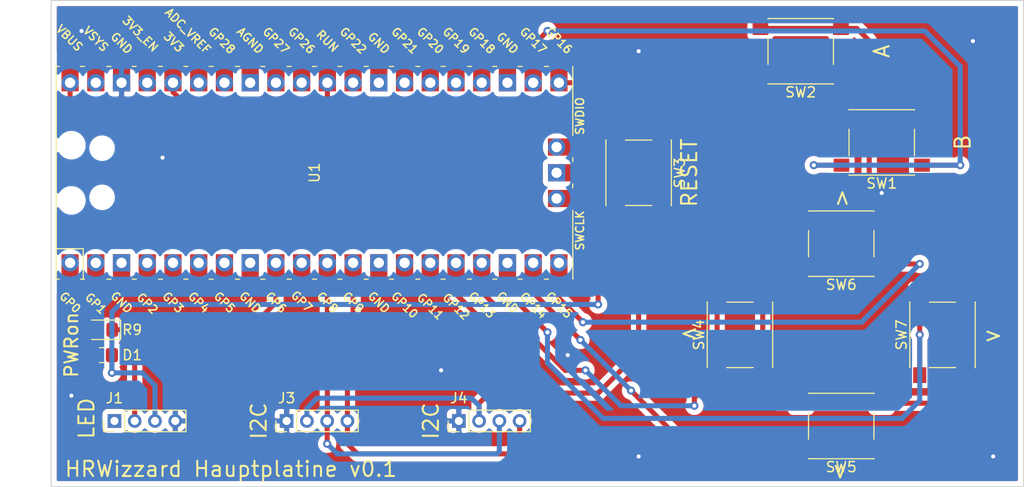
<source format=kicad_pcb>
(kicad_pcb (version 20171130) (host pcbnew "(5.1.10)-1")

  (general
    (thickness 1.6)
    (drawings 16)
    (tracks 165)
    (zones 0)
    (modules 13)
    (nets 45)
  )

  (page A4)
  (layers
    (0 F.Cu signal)
    (31 B.Cu signal)
    (32 B.Adhes user)
    (33 F.Adhes user)
    (34 B.Paste user)
    (35 F.Paste user)
    (36 B.SilkS user)
    (37 F.SilkS user)
    (38 B.Mask user)
    (39 F.Mask user)
    (40 Dwgs.User user)
    (41 Cmts.User user)
    (42 Eco1.User user)
    (43 Eco2.User user)
    (44 Edge.Cuts user)
    (45 Margin user)
    (46 B.CrtYd user)
    (47 F.CrtYd user)
    (48 B.Fab user)
    (49 F.Fab user)
  )

  (setup
    (last_trace_width 0.5)
    (user_trace_width 0.2)
    (user_trace_width 0.3)
    (user_trace_width 0.5)
    (trace_clearance 0.15)
    (zone_clearance 0.508)
    (zone_45_only no)
    (trace_min 0.2)
    (via_size 0.6)
    (via_drill 0.35)
    (via_min_size 0.4)
    (via_min_drill 0.3)
    (user_via 0.8 0.4)
    (user_via 1 0.8)
    (uvia_size 0.2)
    (uvia_drill 0.1)
    (uvias_allowed no)
    (uvia_min_size 0.2)
    (uvia_min_drill 0.1)
    (edge_width 0.05)
    (segment_width 0.2)
    (pcb_text_width 0.3)
    (pcb_text_size 1.5 1.5)
    (mod_edge_width 0.12)
    (mod_text_size 1 1)
    (mod_text_width 0.15)
    (pad_size 1.524 1.524)
    (pad_drill 0.762)
    (pad_to_mask_clearance 0)
    (aux_axis_origin 110.81 127.83)
    (grid_origin 110.81 127.83)
    (visible_elements 7FFFFF7F)
    (pcbplotparams
      (layerselection 0x01008_7ffffffe)
      (usegerberextensions false)
      (usegerberattributes true)
      (usegerberadvancedattributes true)
      (creategerberjobfile true)
      (excludeedgelayer true)
      (linewidth 0.100000)
      (plotframeref true)
      (viasonmask false)
      (mode 1)
      (useauxorigin false)
      (hpglpennumber 1)
      (hpglpenspeed 20)
      (hpglpendiameter 15.000000)
      (psnegative false)
      (psa4output false)
      (plotreference true)
      (plotvalue true)
      (plotinvisibletext false)
      (padsonsilk false)
      (subtractmaskfromsilk false)
      (outputformat 1)
      (mirror false)
      (drillshape 0)
      (scaleselection 1)
      (outputdirectory "stencil/"))
  )

  (net 0 "")
  (net 1 GND)
  (net 2 +3V3)
  (net 3 +5V)
  (net 4 SDA)
  (net 5 SCL)
  (net 6 TX)
  (net 7 RX)
  (net 8 NEOPIXEL_OUT)
  (net 9 Button_B)
  (net 10 Button_A)
  (net 11 Button_UP)
  (net 12 Button_LEFT)
  (net 13 Button_RIGHT)
  (net 14 Button_DOWN)
  (net 15 "Net-(SW3-Pad1)")
  (net 16 "Net-(U1-Pad43)")
  (net 17 "Net-(U1-Pad42)")
  (net 18 "Net-(U1-Pad41)")
  (net 19 "Net-(U1-Pad23)")
  (net 20 "Net-(U1-Pad28)")
  (net 21 "Net-(U1-Pad29)")
  (net 22 "Net-(U1-Pad31)")
  (net 23 "Net-(U1-Pad32)")
  (net 24 "Net-(U1-Pad33)")
  (net 25 "Net-(U1-Pad34)")
  (net 26 "Net-(U1-Pad35)")
  (net 27 "Net-(U1-Pad37)")
  (net 28 "Net-(U1-Pad39)")
  (net 29 "Net-(U1-Pad18)")
  (net 30 "Net-(U1-Pad15)")
  (net 31 "Net-(U1-Pad14)")
  (net 32 "Net-(U1-Pad13)")
  (net 33 "Net-(U1-Pad10)")
  (net 34 "Net-(U1-Pad8)")
  (net 35 "Net-(U1-Pad7)")
  (net 36 "Net-(U1-Pad6)")
  (net 37 "Net-(U1-Pad5)")
  (net 38 "Net-(U1-Pad4)")
  (net 39 "Net-(U1-Pad3)")
  (net 40 "Net-(U1-Pad25)")
  (net 41 "Net-(U1-Pad26)")
  (net 42 "Net-(U1-Pad27)")
  (net 43 "Net-(U1-Pad24)")
  (net 44 "Net-(D1-Pad2)")

  (net_class Default "This is the default net class."
    (clearance 0.15)
    (trace_width 0.2)
    (via_dia 0.6)
    (via_drill 0.35)
    (uvia_dia 0.2)
    (uvia_drill 0.1)
    (add_net +3V3)
    (add_net +5V)
    (add_net Button_A)
    (add_net Button_B)
    (add_net Button_DOWN)
    (add_net Button_LEFT)
    (add_net Button_RIGHT)
    (add_net Button_UP)
    (add_net GND)
    (add_net NEOPIXEL_OUT)
    (add_net "Net-(D1-Pad2)")
    (add_net "Net-(J1-Pad1)")
    (add_net "Net-(SW3-Pad1)")
    (add_net "Net-(U1-Pad10)")
    (add_net "Net-(U1-Pad13)")
    (add_net "Net-(U1-Pad14)")
    (add_net "Net-(U1-Pad15)")
    (add_net "Net-(U1-Pad18)")
    (add_net "Net-(U1-Pad23)")
    (add_net "Net-(U1-Pad24)")
    (add_net "Net-(U1-Pad25)")
    (add_net "Net-(U1-Pad26)")
    (add_net "Net-(U1-Pad27)")
    (add_net "Net-(U1-Pad28)")
    (add_net "Net-(U1-Pad29)")
    (add_net "Net-(U1-Pad3)")
    (add_net "Net-(U1-Pad31)")
    (add_net "Net-(U1-Pad32)")
    (add_net "Net-(U1-Pad33)")
    (add_net "Net-(U1-Pad34)")
    (add_net "Net-(U1-Pad35)")
    (add_net "Net-(U1-Pad37)")
    (add_net "Net-(U1-Pad39)")
    (add_net "Net-(U1-Pad4)")
    (add_net "Net-(U1-Pad41)")
    (add_net "Net-(U1-Pad42)")
    (add_net "Net-(U1-Pad43)")
    (add_net "Net-(U1-Pad5)")
    (add_net "Net-(U1-Pad6)")
    (add_net "Net-(U1-Pad7)")
    (add_net "Net-(U1-Pad8)")
    (add_net RX)
    (add_net SCL)
    (add_net SDA)
    (add_net TX)
  )

  (module Button_Switch_SMD:SW_Push_1P1T_NO_6x6mm_H9.5mm (layer F.Cu) (tedit 5CA1CA7F) (tstamp 616D9D70)
    (at 198.797 112.858 90)
    (descr "tactile push button, 6x6mm e.g. PTS645xx series, height=9.5mm")
    (tags "tact sw push 6mm smd")
    (path /617690AF)
    (attr smd)
    (fp_text reference SW7 (at 0 -4.05 90) (layer F.SilkS)
      (effects (font (size 1 1) (thickness 0.15)))
    )
    (fp_text value SW_Push (at 0 4.15 90) (layer F.Fab)
      (effects (font (size 1 1) (thickness 0.15)))
    )
    (fp_text user %R (at 0 -4.05 90) (layer F.Fab)
      (effects (font (size 1 1) (thickness 0.15)))
    )
    (fp_line (start -3 -3) (end -3 3) (layer F.Fab) (width 0.1))
    (fp_line (start -3 3) (end 3 3) (layer F.Fab) (width 0.1))
    (fp_line (start 3 3) (end 3 -3) (layer F.Fab) (width 0.1))
    (fp_line (start 3 -3) (end -3 -3) (layer F.Fab) (width 0.1))
    (fp_line (start 5 3.25) (end 5 -3.25) (layer F.CrtYd) (width 0.05))
    (fp_line (start -5 -3.25) (end -5 3.25) (layer F.CrtYd) (width 0.05))
    (fp_line (start -5 3.25) (end 5 3.25) (layer F.CrtYd) (width 0.05))
    (fp_line (start -5 -3.25) (end 5 -3.25) (layer F.CrtYd) (width 0.05))
    (fp_line (start 3.23 -3.23) (end 3.23 -3.2) (layer F.SilkS) (width 0.12))
    (fp_line (start 3.23 3.23) (end 3.23 3.2) (layer F.SilkS) (width 0.12))
    (fp_line (start -3.23 3.23) (end -3.23 3.2) (layer F.SilkS) (width 0.12))
    (fp_line (start -3.23 -3.2) (end -3.23 -3.23) (layer F.SilkS) (width 0.12))
    (fp_line (start 3.23 -1.3) (end 3.23 1.3) (layer F.SilkS) (width 0.12))
    (fp_line (start -3.23 -3.23) (end 3.23 -3.23) (layer F.SilkS) (width 0.12))
    (fp_line (start -3.23 -1.3) (end -3.23 1.3) (layer F.SilkS) (width 0.12))
    (fp_line (start -3.23 3.23) (end 3.23 3.23) (layer F.SilkS) (width 0.12))
    (fp_circle (center 0 0) (end 1.75 -0.05) (layer F.Fab) (width 0.1))
    (pad 2 smd rect (at 3.975 2.25 90) (size 1.55 1.3) (layers F.Cu F.Paste F.Mask)
      (net 2 +3V3))
    (pad 1 smd rect (at 3.975 -2.25 90) (size 1.55 1.3) (layers F.Cu F.Paste F.Mask)
      (net 14 Button_DOWN))
    (pad 1 smd rect (at -3.975 -2.25 90) (size 1.55 1.3) (layers F.Cu F.Paste F.Mask)
      (net 14 Button_DOWN))
    (pad 2 smd rect (at -3.975 2.25 90) (size 1.55 1.3) (layers F.Cu F.Paste F.Mask)
      (net 2 +3V3))
    (model ${KISYS3DMOD}/Button_Switch_SMD.3dshapes/SW_PUSH_6mm_H9.5mm.wrl
      (at (xyz 0 0 0))
      (scale (xyz 1 1 1))
      (rotate (xyz 0 0 0))
    )
  )

  (module Button_Switch_SMD:SW_Push_1P1T_NO_6x6mm_H9.5mm (layer F.Cu) (tedit 5CA1CA7F) (tstamp 616D6F01)
    (at 188.797 103.858 180)
    (descr "tactile push button, 6x6mm e.g. PTS645xx series, height=9.5mm")
    (tags "tact sw push 6mm smd")
    (path /617688C1)
    (attr smd)
    (fp_text reference SW6 (at 0 -4.05) (layer F.SilkS)
      (effects (font (size 1 1) (thickness 0.15)))
    )
    (fp_text value SW_Push (at 0 4.15) (layer F.Fab)
      (effects (font (size 1 1) (thickness 0.15)))
    )
    (fp_text user %R (at 0 -4.05) (layer F.Fab)
      (effects (font (size 1 1) (thickness 0.15)))
    )
    (fp_line (start -3 -3) (end -3 3) (layer F.Fab) (width 0.1))
    (fp_line (start -3 3) (end 3 3) (layer F.Fab) (width 0.1))
    (fp_line (start 3 3) (end 3 -3) (layer F.Fab) (width 0.1))
    (fp_line (start 3 -3) (end -3 -3) (layer F.Fab) (width 0.1))
    (fp_line (start 5 3.25) (end 5 -3.25) (layer F.CrtYd) (width 0.05))
    (fp_line (start -5 -3.25) (end -5 3.25) (layer F.CrtYd) (width 0.05))
    (fp_line (start -5 3.25) (end 5 3.25) (layer F.CrtYd) (width 0.05))
    (fp_line (start -5 -3.25) (end 5 -3.25) (layer F.CrtYd) (width 0.05))
    (fp_line (start 3.23 -3.23) (end 3.23 -3.2) (layer F.SilkS) (width 0.12))
    (fp_line (start 3.23 3.23) (end 3.23 3.2) (layer F.SilkS) (width 0.12))
    (fp_line (start -3.23 3.23) (end -3.23 3.2) (layer F.SilkS) (width 0.12))
    (fp_line (start -3.23 -3.2) (end -3.23 -3.23) (layer F.SilkS) (width 0.12))
    (fp_line (start 3.23 -1.3) (end 3.23 1.3) (layer F.SilkS) (width 0.12))
    (fp_line (start -3.23 -3.23) (end 3.23 -3.23) (layer F.SilkS) (width 0.12))
    (fp_line (start -3.23 -1.3) (end -3.23 1.3) (layer F.SilkS) (width 0.12))
    (fp_line (start -3.23 3.23) (end 3.23 3.23) (layer F.SilkS) (width 0.12))
    (fp_circle (center 0 0) (end 1.75 -0.05) (layer F.Fab) (width 0.1))
    (pad 2 smd rect (at 3.975 2.25 180) (size 1.55 1.3) (layers F.Cu F.Paste F.Mask)
      (net 2 +3V3))
    (pad 1 smd rect (at 3.975 -2.25 180) (size 1.55 1.3) (layers F.Cu F.Paste F.Mask)
      (net 13 Button_RIGHT))
    (pad 1 smd rect (at -3.975 -2.25 180) (size 1.55 1.3) (layers F.Cu F.Paste F.Mask)
      (net 13 Button_RIGHT))
    (pad 2 smd rect (at -3.975 2.25 180) (size 1.55 1.3) (layers F.Cu F.Paste F.Mask)
      (net 2 +3V3))
    (model ${KISYS3DMOD}/Button_Switch_SMD.3dshapes/SW_PUSH_6mm_H9.5mm.wrl
      (at (xyz 0 0 0))
      (scale (xyz 1 1 1))
      (rotate (xyz 0 0 0))
    )
  )

  (module Button_Switch_SMD:SW_Push_1P1T_NO_6x6mm_H9.5mm (layer F.Cu) (tedit 5CA1CA7F) (tstamp 616D6EE4)
    (at 188.797 121.858 180)
    (descr "tactile push button, 6x6mm e.g. PTS645xx series, height=9.5mm")
    (tags "tact sw push 6mm smd")
    (path /61768242)
    (attr smd)
    (fp_text reference SW5 (at 0 -4.05) (layer F.SilkS)
      (effects (font (size 1 1) (thickness 0.15)))
    )
    (fp_text value SW_Push (at 0 4.15) (layer F.Fab)
      (effects (font (size 1 1) (thickness 0.15)))
    )
    (fp_text user %R (at 0 -4.05) (layer F.Fab)
      (effects (font (size 1 1) (thickness 0.15)))
    )
    (fp_line (start -3 -3) (end -3 3) (layer F.Fab) (width 0.1))
    (fp_line (start -3 3) (end 3 3) (layer F.Fab) (width 0.1))
    (fp_line (start 3 3) (end 3 -3) (layer F.Fab) (width 0.1))
    (fp_line (start 3 -3) (end -3 -3) (layer F.Fab) (width 0.1))
    (fp_line (start 5 3.25) (end 5 -3.25) (layer F.CrtYd) (width 0.05))
    (fp_line (start -5 -3.25) (end -5 3.25) (layer F.CrtYd) (width 0.05))
    (fp_line (start -5 3.25) (end 5 3.25) (layer F.CrtYd) (width 0.05))
    (fp_line (start -5 -3.25) (end 5 -3.25) (layer F.CrtYd) (width 0.05))
    (fp_line (start 3.23 -3.23) (end 3.23 -3.2) (layer F.SilkS) (width 0.12))
    (fp_line (start 3.23 3.23) (end 3.23 3.2) (layer F.SilkS) (width 0.12))
    (fp_line (start -3.23 3.23) (end -3.23 3.2) (layer F.SilkS) (width 0.12))
    (fp_line (start -3.23 -3.2) (end -3.23 -3.23) (layer F.SilkS) (width 0.12))
    (fp_line (start 3.23 -1.3) (end 3.23 1.3) (layer F.SilkS) (width 0.12))
    (fp_line (start -3.23 -3.23) (end 3.23 -3.23) (layer F.SilkS) (width 0.12))
    (fp_line (start -3.23 -1.3) (end -3.23 1.3) (layer F.SilkS) (width 0.12))
    (fp_line (start -3.23 3.23) (end 3.23 3.23) (layer F.SilkS) (width 0.12))
    (fp_circle (center 0 0) (end 1.75 -0.05) (layer F.Fab) (width 0.1))
    (pad 2 smd rect (at 3.975 2.25 180) (size 1.55 1.3) (layers F.Cu F.Paste F.Mask)
      (net 2 +3V3))
    (pad 1 smd rect (at 3.975 -2.25 180) (size 1.55 1.3) (layers F.Cu F.Paste F.Mask)
      (net 12 Button_LEFT))
    (pad 1 smd rect (at -3.975 -2.25 180) (size 1.55 1.3) (layers F.Cu F.Paste F.Mask)
      (net 12 Button_LEFT))
    (pad 2 smd rect (at -3.975 2.25 180) (size 1.55 1.3) (layers F.Cu F.Paste F.Mask)
      (net 2 +3V3))
    (model ${KISYS3DMOD}/Button_Switch_SMD.3dshapes/SW_PUSH_6mm_H9.5mm.wrl
      (at (xyz 0 0 0))
      (scale (xyz 1 1 1))
      (rotate (xyz 0 0 0))
    )
  )

  (module Button_Switch_SMD:SW_Push_1P1T_NO_6x6mm_H9.5mm (layer F.Cu) (tedit 5CA1CA7F) (tstamp 616D6EC7)
    (at 178.797 112.858 90)
    (descr "tactile push button, 6x6mm e.g. PTS645xx series, height=9.5mm")
    (tags "tact sw push 6mm smd")
    (path /6176787D)
    (attr smd)
    (fp_text reference SW4 (at 0 -4.05 90) (layer F.SilkS)
      (effects (font (size 1 1) (thickness 0.15)))
    )
    (fp_text value SW_Push (at 0 4.15 90) (layer F.Fab)
      (effects (font (size 1 1) (thickness 0.15)))
    )
    (fp_text user %R (at 0 -4.05 90) (layer F.Fab)
      (effects (font (size 1 1) (thickness 0.15)))
    )
    (fp_line (start -3 -3) (end -3 3) (layer F.Fab) (width 0.1))
    (fp_line (start -3 3) (end 3 3) (layer F.Fab) (width 0.1))
    (fp_line (start 3 3) (end 3 -3) (layer F.Fab) (width 0.1))
    (fp_line (start 3 -3) (end -3 -3) (layer F.Fab) (width 0.1))
    (fp_line (start 5 3.25) (end 5 -3.25) (layer F.CrtYd) (width 0.05))
    (fp_line (start -5 -3.25) (end -5 3.25) (layer F.CrtYd) (width 0.05))
    (fp_line (start -5 3.25) (end 5 3.25) (layer F.CrtYd) (width 0.05))
    (fp_line (start -5 -3.25) (end 5 -3.25) (layer F.CrtYd) (width 0.05))
    (fp_line (start 3.23 -3.23) (end 3.23 -3.2) (layer F.SilkS) (width 0.12))
    (fp_line (start 3.23 3.23) (end 3.23 3.2) (layer F.SilkS) (width 0.12))
    (fp_line (start -3.23 3.23) (end -3.23 3.2) (layer F.SilkS) (width 0.12))
    (fp_line (start -3.23 -3.2) (end -3.23 -3.23) (layer F.SilkS) (width 0.12))
    (fp_line (start 3.23 -1.3) (end 3.23 1.3) (layer F.SilkS) (width 0.12))
    (fp_line (start -3.23 -3.23) (end 3.23 -3.23) (layer F.SilkS) (width 0.12))
    (fp_line (start -3.23 -1.3) (end -3.23 1.3) (layer F.SilkS) (width 0.12))
    (fp_line (start -3.23 3.23) (end 3.23 3.23) (layer F.SilkS) (width 0.12))
    (fp_circle (center 0 0) (end 1.75 -0.05) (layer F.Fab) (width 0.1))
    (pad 2 smd rect (at 3.975 2.25 90) (size 1.55 1.3) (layers F.Cu F.Paste F.Mask)
      (net 2 +3V3))
    (pad 1 smd rect (at 3.975 -2.25 90) (size 1.55 1.3) (layers F.Cu F.Paste F.Mask)
      (net 11 Button_UP))
    (pad 1 smd rect (at -3.975 -2.25 90) (size 1.55 1.3) (layers F.Cu F.Paste F.Mask)
      (net 11 Button_UP))
    (pad 2 smd rect (at -3.975 2.25 90) (size 1.55 1.3) (layers F.Cu F.Paste F.Mask)
      (net 2 +3V3))
    (model ${KISYS3DMOD}/Button_Switch_SMD.3dshapes/SW_PUSH_6mm_H9.5mm.wrl
      (at (xyz 0 0 0))
      (scale (xyz 1 1 1))
      (rotate (xyz 0 0 0))
    )
  )

  (module Button_Switch_SMD:SW_Push_1P1T_NO_6x6mm_H9.5mm (layer F.Cu) (tedit 5CA1CA7F) (tstamp 616D9818)
    (at 168.797 96.858 270)
    (descr "tactile push button, 6x6mm e.g. PTS645xx series, height=9.5mm")
    (tags "tact sw push 6mm smd")
    (path /619A2FD8)
    (attr smd)
    (fp_text reference SW3 (at 0 -4.05 90) (layer F.SilkS)
      (effects (font (size 1 1) (thickness 0.15)))
    )
    (fp_text value SW_Push (at 0 4.15 90) (layer F.Fab)
      (effects (font (size 1 1) (thickness 0.15)))
    )
    (fp_text user %R (at 0 -4.05 90) (layer F.Fab)
      (effects (font (size 1 1) (thickness 0.15)))
    )
    (fp_line (start -3 -3) (end -3 3) (layer F.Fab) (width 0.1))
    (fp_line (start -3 3) (end 3 3) (layer F.Fab) (width 0.1))
    (fp_line (start 3 3) (end 3 -3) (layer F.Fab) (width 0.1))
    (fp_line (start 3 -3) (end -3 -3) (layer F.Fab) (width 0.1))
    (fp_line (start 5 3.25) (end 5 -3.25) (layer F.CrtYd) (width 0.05))
    (fp_line (start -5 -3.25) (end -5 3.25) (layer F.CrtYd) (width 0.05))
    (fp_line (start -5 3.25) (end 5 3.25) (layer F.CrtYd) (width 0.05))
    (fp_line (start -5 -3.25) (end 5 -3.25) (layer F.CrtYd) (width 0.05))
    (fp_line (start 3.23 -3.23) (end 3.23 -3.2) (layer F.SilkS) (width 0.12))
    (fp_line (start 3.23 3.23) (end 3.23 3.2) (layer F.SilkS) (width 0.12))
    (fp_line (start -3.23 3.23) (end -3.23 3.2) (layer F.SilkS) (width 0.12))
    (fp_line (start -3.23 -3.2) (end -3.23 -3.23) (layer F.SilkS) (width 0.12))
    (fp_line (start 3.23 -1.3) (end 3.23 1.3) (layer F.SilkS) (width 0.12))
    (fp_line (start -3.23 -3.23) (end 3.23 -3.23) (layer F.SilkS) (width 0.12))
    (fp_line (start -3.23 -1.3) (end -3.23 1.3) (layer F.SilkS) (width 0.12))
    (fp_line (start -3.23 3.23) (end 3.23 3.23) (layer F.SilkS) (width 0.12))
    (fp_circle (center 0 0) (end 1.75 -0.05) (layer F.Fab) (width 0.1))
    (pad 2 smd rect (at 3.975 2.25 270) (size 1.55 1.3) (layers F.Cu F.Paste F.Mask)
      (net 1 GND))
    (pad 1 smd rect (at 3.975 -2.25 270) (size 1.55 1.3) (layers F.Cu F.Paste F.Mask)
      (net 15 "Net-(SW3-Pad1)"))
    (pad 1 smd rect (at -3.975 -2.25 270) (size 1.55 1.3) (layers F.Cu F.Paste F.Mask)
      (net 15 "Net-(SW3-Pad1)"))
    (pad 2 smd rect (at -3.975 2.25 270) (size 1.55 1.3) (layers F.Cu F.Paste F.Mask)
      (net 1 GND))
    (model ${KISYS3DMOD}/Button_Switch_SMD.3dshapes/SW_PUSH_6mm_H9.5mm.wrl
      (at (xyz 0 0 0))
      (scale (xyz 1 1 1))
      (rotate (xyz 0 0 0))
    )
  )

  (module Button_Switch_SMD:SW_Push_1P1T_NO_6x6mm_H9.5mm (layer F.Cu) (tedit 5CA1CA7F) (tstamp 616D9C6F)
    (at 184.797 84.858 180)
    (descr "tactile push button, 6x6mm e.g. PTS645xx series, height=9.5mm")
    (tags "tact sw push 6mm smd")
    (path /6161105F)
    (attr smd)
    (fp_text reference SW2 (at 0 -4.05) (layer F.SilkS)
      (effects (font (size 1 1) (thickness 0.15)))
    )
    (fp_text value SW_Push (at 0 4.15) (layer F.Fab)
      (effects (font (size 1 1) (thickness 0.15)))
    )
    (fp_text user %R (at 0 -4.05) (layer F.Fab)
      (effects (font (size 1 1) (thickness 0.15)))
    )
    (fp_line (start -3 -3) (end -3 3) (layer F.Fab) (width 0.1))
    (fp_line (start -3 3) (end 3 3) (layer F.Fab) (width 0.1))
    (fp_line (start 3 3) (end 3 -3) (layer F.Fab) (width 0.1))
    (fp_line (start 3 -3) (end -3 -3) (layer F.Fab) (width 0.1))
    (fp_line (start 5 3.25) (end 5 -3.25) (layer F.CrtYd) (width 0.05))
    (fp_line (start -5 -3.25) (end -5 3.25) (layer F.CrtYd) (width 0.05))
    (fp_line (start -5 3.25) (end 5 3.25) (layer F.CrtYd) (width 0.05))
    (fp_line (start -5 -3.25) (end 5 -3.25) (layer F.CrtYd) (width 0.05))
    (fp_line (start 3.23 -3.23) (end 3.23 -3.2) (layer F.SilkS) (width 0.12))
    (fp_line (start 3.23 3.23) (end 3.23 3.2) (layer F.SilkS) (width 0.12))
    (fp_line (start -3.23 3.23) (end -3.23 3.2) (layer F.SilkS) (width 0.12))
    (fp_line (start -3.23 -3.2) (end -3.23 -3.23) (layer F.SilkS) (width 0.12))
    (fp_line (start 3.23 -1.3) (end 3.23 1.3) (layer F.SilkS) (width 0.12))
    (fp_line (start -3.23 -3.23) (end 3.23 -3.23) (layer F.SilkS) (width 0.12))
    (fp_line (start -3.23 -1.3) (end -3.23 1.3) (layer F.SilkS) (width 0.12))
    (fp_line (start -3.23 3.23) (end 3.23 3.23) (layer F.SilkS) (width 0.12))
    (fp_circle (center 0 0) (end 1.75 -0.05) (layer F.Fab) (width 0.1))
    (pad 2 smd rect (at 3.975 2.25 180) (size 1.55 1.3) (layers F.Cu F.Paste F.Mask)
      (net 2 +3V3))
    (pad 1 smd rect (at 3.975 -2.25 180) (size 1.55 1.3) (layers F.Cu F.Paste F.Mask)
      (net 9 Button_B))
    (pad 1 smd rect (at -3.975 -2.25 180) (size 1.55 1.3) (layers F.Cu F.Paste F.Mask)
      (net 9 Button_B))
    (pad 2 smd rect (at -3.975 2.25 180) (size 1.55 1.3) (layers F.Cu F.Paste F.Mask)
      (net 2 +3V3))
    (model ${KISYS3DMOD}/Button_Switch_SMD.3dshapes/SW_PUSH_6mm_H9.5mm.wrl
      (at (xyz 0 0 0))
      (scale (xyz 1 1 1))
      (rotate (xyz 0 0 0))
    )
  )

  (module Button_Switch_SMD:SW_Push_1P1T_NO_6x6mm_H9.5mm (layer F.Cu) (tedit 5CA1CA7F) (tstamp 615EF86A)
    (at 192.797 93.858 180)
    (descr "tactile push button, 6x6mm e.g. PTS645xx series, height=9.5mm")
    (tags "tact sw push 6mm smd")
    (path /61610D42)
    (attr smd)
    (fp_text reference SW1 (at 0 -4.05) (layer F.SilkS)
      (effects (font (size 1 1) (thickness 0.15)))
    )
    (fp_text value SW_Push (at 0 4.15) (layer F.Fab)
      (effects (font (size 1 1) (thickness 0.15)))
    )
    (fp_text user %R (at 0 -4.05) (layer F.Fab)
      (effects (font (size 1 1) (thickness 0.15)))
    )
    (fp_line (start -3 -3) (end -3 3) (layer F.Fab) (width 0.1))
    (fp_line (start -3 3) (end 3 3) (layer F.Fab) (width 0.1))
    (fp_line (start 3 3) (end 3 -3) (layer F.Fab) (width 0.1))
    (fp_line (start 3 -3) (end -3 -3) (layer F.Fab) (width 0.1))
    (fp_line (start 5 3.25) (end 5 -3.25) (layer F.CrtYd) (width 0.05))
    (fp_line (start -5 -3.25) (end -5 3.25) (layer F.CrtYd) (width 0.05))
    (fp_line (start -5 3.25) (end 5 3.25) (layer F.CrtYd) (width 0.05))
    (fp_line (start -5 -3.25) (end 5 -3.25) (layer F.CrtYd) (width 0.05))
    (fp_line (start 3.23 -3.23) (end 3.23 -3.2) (layer F.SilkS) (width 0.12))
    (fp_line (start 3.23 3.23) (end 3.23 3.2) (layer F.SilkS) (width 0.12))
    (fp_line (start -3.23 3.23) (end -3.23 3.2) (layer F.SilkS) (width 0.12))
    (fp_line (start -3.23 -3.2) (end -3.23 -3.23) (layer F.SilkS) (width 0.12))
    (fp_line (start 3.23 -1.3) (end 3.23 1.3) (layer F.SilkS) (width 0.12))
    (fp_line (start -3.23 -3.23) (end 3.23 -3.23) (layer F.SilkS) (width 0.12))
    (fp_line (start -3.23 -1.3) (end -3.23 1.3) (layer F.SilkS) (width 0.12))
    (fp_line (start -3.23 3.23) (end 3.23 3.23) (layer F.SilkS) (width 0.12))
    (fp_circle (center 0 0) (end 1.75 -0.05) (layer F.Fab) (width 0.1))
    (pad 2 smd rect (at 3.975 2.25 180) (size 1.55 1.3) (layers F.Cu F.Paste F.Mask)
      (net 2 +3V3))
    (pad 1 smd rect (at 3.975 -2.25 180) (size 1.55 1.3) (layers F.Cu F.Paste F.Mask)
      (net 10 Button_A))
    (pad 1 smd rect (at -3.975 -2.25 180) (size 1.55 1.3) (layers F.Cu F.Paste F.Mask)
      (net 10 Button_A))
    (pad 2 smd rect (at -3.975 2.25 180) (size 1.55 1.3) (layers F.Cu F.Paste F.Mask)
      (net 2 +3V3))
    (model ${KISYS3DMOD}/Button_Switch_SMD.3dshapes/SW_PUSH_6mm_H9.5mm.wrl
      (at (xyz 0 0 0))
      (scale (xyz 1 1 1))
      (rotate (xyz 0 0 0))
    )
  )

  (module Connector_PinHeader_2.00mm:PinHeader_1x04_P2.00mm_Vertical (layer F.Cu) (tedit 59FED667) (tstamp 61615A5A)
    (at 151.047 121.358 90)
    (descr "Through hole straight pin header, 1x04, 2.00mm pitch, single row")
    (tags "Through hole pin header THT 1x04 2.00mm single row")
    (path /61C8E916)
    (fp_text reference J4 (at 2.25 0 180) (layer F.SilkS)
      (effects (font (size 1 1) (thickness 0.15)))
    )
    (fp_text value Grove_Connector (at 0 8.06 90) (layer F.Fab)
      (effects (font (size 1 1) (thickness 0.15)))
    )
    (fp_line (start 1.5 -1.5) (end -1.5 -1.5) (layer F.CrtYd) (width 0.05))
    (fp_line (start 1.5 7.5) (end 1.5 -1.5) (layer F.CrtYd) (width 0.05))
    (fp_line (start -1.5 7.5) (end 1.5 7.5) (layer F.CrtYd) (width 0.05))
    (fp_line (start -1.5 -1.5) (end -1.5 7.5) (layer F.CrtYd) (width 0.05))
    (fp_line (start -1.06 -1.06) (end 0 -1.06) (layer F.SilkS) (width 0.12))
    (fp_line (start -1.06 0) (end -1.06 -1.06) (layer F.SilkS) (width 0.12))
    (fp_line (start -1.06 1) (end 1.06 1) (layer F.SilkS) (width 0.12))
    (fp_line (start 1.06 1) (end 1.06 7.06) (layer F.SilkS) (width 0.12))
    (fp_line (start -1.06 1) (end -1.06 7.06) (layer F.SilkS) (width 0.12))
    (fp_line (start -1.06 7.06) (end 1.06 7.06) (layer F.SilkS) (width 0.12))
    (fp_line (start -1 -0.5) (end -0.5 -1) (layer F.Fab) (width 0.1))
    (fp_line (start -1 7) (end -1 -0.5) (layer F.Fab) (width 0.1))
    (fp_line (start 1 7) (end -1 7) (layer F.Fab) (width 0.1))
    (fp_line (start 1 -1) (end 1 7) (layer F.Fab) (width 0.1))
    (fp_line (start -0.5 -1) (end 1 -1) (layer F.Fab) (width 0.1))
    (fp_text user %R (at 0 3) (layer F.Fab)
      (effects (font (size 1 1) (thickness 0.15)))
    )
    (pad 4 thru_hole oval (at 0 6 90) (size 1.35 1.35) (drill 0.8) (layers *.Cu *.Mask)
      (net 5 SCL))
    (pad 3 thru_hole oval (at 0 4 90) (size 1.35 1.35) (drill 0.8) (layers *.Cu *.Mask)
      (net 4 SDA))
    (pad 2 thru_hole oval (at 0 2 90) (size 1.35 1.35) (drill 0.8) (layers *.Cu *.Mask)
      (net 2 +3V3))
    (pad 1 thru_hole rect (at 0 0 90) (size 1.35 1.35) (drill 0.8) (layers *.Cu *.Mask)
      (net 1 GND))
    (model ${KISYS3DMOD}/Connector_PinHeader_2.00mm.3dshapes/PinHeader_1x04_P2.00mm_Vertical.wrl
      (at (xyz 0 0 0))
      (scale (xyz 1 1 1))
      (rotate (xyz 0 0 0))
    )
  )

  (module Connector_PinHeader_2.00mm:PinHeader_1x04_P2.00mm_Vertical (layer F.Cu) (tedit 59FED667) (tstamp 616D96BE)
    (at 134.047 121.358 90)
    (descr "Through hole straight pin header, 1x04, 2.00mm pitch, single row")
    (tags "Through hole pin header THT 1x04 2.00mm single row")
    (path /6175AF35)
    (fp_text reference J3 (at 2.25 0 180) (layer F.SilkS)
      (effects (font (size 1 1) (thickness 0.15)))
    )
    (fp_text value Grove_Connector (at 0 8.06 90) (layer F.Fab)
      (effects (font (size 1 1) (thickness 0.15)))
    )
    (fp_line (start 1.5 -1.5) (end -1.5 -1.5) (layer F.CrtYd) (width 0.05))
    (fp_line (start 1.5 7.5) (end 1.5 -1.5) (layer F.CrtYd) (width 0.05))
    (fp_line (start -1.5 7.5) (end 1.5 7.5) (layer F.CrtYd) (width 0.05))
    (fp_line (start -1.5 -1.5) (end -1.5 7.5) (layer F.CrtYd) (width 0.05))
    (fp_line (start -1.06 -1.06) (end 0 -1.06) (layer F.SilkS) (width 0.12))
    (fp_line (start -1.06 0) (end -1.06 -1.06) (layer F.SilkS) (width 0.12))
    (fp_line (start -1.06 1) (end 1.06 1) (layer F.SilkS) (width 0.12))
    (fp_line (start 1.06 1) (end 1.06 7.06) (layer F.SilkS) (width 0.12))
    (fp_line (start -1.06 1) (end -1.06 7.06) (layer F.SilkS) (width 0.12))
    (fp_line (start -1.06 7.06) (end 1.06 7.06) (layer F.SilkS) (width 0.12))
    (fp_line (start -1 -0.5) (end -0.5 -1) (layer F.Fab) (width 0.1))
    (fp_line (start -1 7) (end -1 -0.5) (layer F.Fab) (width 0.1))
    (fp_line (start 1 7) (end -1 7) (layer F.Fab) (width 0.1))
    (fp_line (start 1 -1) (end 1 7) (layer F.Fab) (width 0.1))
    (fp_line (start -0.5 -1) (end 1 -1) (layer F.Fab) (width 0.1))
    (fp_text user %R (at 0 3) (layer F.Fab)
      (effects (font (size 1 1) (thickness 0.15)))
    )
    (pad 4 thru_hole oval (at 0 6 90) (size 1.35 1.35) (drill 0.8) (layers *.Cu *.Mask)
      (net 5 SCL))
    (pad 3 thru_hole oval (at 0 4 90) (size 1.35 1.35) (drill 0.8) (layers *.Cu *.Mask)
      (net 4 SDA))
    (pad 2 thru_hole oval (at 0 2 90) (size 1.35 1.35) (drill 0.8) (layers *.Cu *.Mask)
      (net 2 +3V3))
    (pad 1 thru_hole rect (at 0 0 90) (size 1.35 1.35) (drill 0.8) (layers *.Cu *.Mask)
      (net 1 GND))
    (model ${KISYS3DMOD}/Connector_PinHeader_2.00mm.3dshapes/PinHeader_1x04_P2.00mm_Vertical.wrl
      (at (xyz 0 0 0))
      (scale (xyz 1 1 1))
      (rotate (xyz 0 0 0))
    )
  )

  (module Connector_PinHeader_2.00mm:PinHeader_1x04_P2.00mm_Vertical (layer F.Cu) (tedit 59FED667) (tstamp 616D6D1C)
    (at 117.047 121.358 90)
    (descr "Through hole straight pin header, 1x04, 2.00mm pitch, single row")
    (tags "Through hole pin header THT 1x04 2.00mm single row")
    (path /6175651F)
    (fp_text reference J1 (at 2.25 0 180) (layer F.SilkS)
      (effects (font (size 1 1) (thickness 0.15)))
    )
    (fp_text value Conn_01x04 (at 0 8.06 90) (layer F.Fab)
      (effects (font (size 1 1) (thickness 0.15)))
    )
    (fp_line (start 1.5 -1.5) (end -1.5 -1.5) (layer F.CrtYd) (width 0.05))
    (fp_line (start 1.5 7.5) (end 1.5 -1.5) (layer F.CrtYd) (width 0.05))
    (fp_line (start -1.5 7.5) (end 1.5 7.5) (layer F.CrtYd) (width 0.05))
    (fp_line (start -1.5 -1.5) (end -1.5 7.5) (layer F.CrtYd) (width 0.05))
    (fp_line (start -1.06 -1.06) (end 0 -1.06) (layer F.SilkS) (width 0.12))
    (fp_line (start -1.06 0) (end -1.06 -1.06) (layer F.SilkS) (width 0.12))
    (fp_line (start -1.06 1) (end 1.06 1) (layer F.SilkS) (width 0.12))
    (fp_line (start 1.06 1) (end 1.06 7.06) (layer F.SilkS) (width 0.12))
    (fp_line (start -1.06 1) (end -1.06 7.06) (layer F.SilkS) (width 0.12))
    (fp_line (start -1.06 7.06) (end 1.06 7.06) (layer F.SilkS) (width 0.12))
    (fp_line (start -1 -0.5) (end -0.5 -1) (layer F.Fab) (width 0.1))
    (fp_line (start -1 7) (end -1 -0.5) (layer F.Fab) (width 0.1))
    (fp_line (start 1 7) (end -1 7) (layer F.Fab) (width 0.1))
    (fp_line (start 1 -1) (end 1 7) (layer F.Fab) (width 0.1))
    (fp_line (start -0.5 -1) (end 1 -1) (layer F.Fab) (width 0.1))
    (fp_text user %R (at 0 3) (layer F.Fab)
      (effects (font (size 1 1) (thickness 0.15)))
    )
    (pad 4 thru_hole oval (at 0 6 90) (size 1.35 1.35) (drill 0.8) (layers *.Cu *.Mask)
      (net 1 GND))
    (pad 3 thru_hole oval (at 0 4 90) (size 1.35 1.35) (drill 0.8) (layers *.Cu *.Mask)
      (net 3 +5V))
    (pad 2 thru_hole oval (at 0 2 90) (size 1.35 1.35) (drill 0.8) (layers *.Cu *.Mask)
      (net 8 NEOPIXEL_OUT))
    (pad 1 thru_hole rect (at 0 0 90) (size 1.35 1.35) (drill 0.8) (layers *.Cu *.Mask))
    (model ${KISYS3DMOD}/Connector_PinHeader_2.00mm.3dshapes/PinHeader_1x04_P2.00mm_Vertical.wrl
      (at (xyz 0 0 0))
      (scale (xyz 1 1 1))
      (rotate (xyz 0 0 0))
    )
  )

  (module Resistor_SMD:R_0805_2012Metric_Pad1.20x1.40mm_HandSolder (layer F.Cu) (tedit 5F68FEEE) (tstamp 617BABFD)
    (at 115.797 114.858)
    (descr "Resistor SMD 0805 (2012 Metric), square (rectangular) end terminal, IPC_7351 nominal with elongated pad for handsoldering. (Body size source: IPC-SM-782 page 72, https://www.pcb-3d.com/wordpress/wp-content/uploads/ipc-sm-782a_amendment_1_and_2.pdf), generated with kicad-footprint-generator")
    (tags "resistor handsolder")
    (path /617BC658)
    (attr smd)
    (fp_text reference R9 (at 3 -2.5) (layer F.SilkS)
      (effects (font (size 1 1) (thickness 0.15)))
    )
    (fp_text value 330R (at 0 1.65) (layer F.Fab)
      (effects (font (size 1 1) (thickness 0.15)))
    )
    (fp_line (start -1 0.625) (end -1 -0.625) (layer F.Fab) (width 0.1))
    (fp_line (start -1 -0.625) (end 1 -0.625) (layer F.Fab) (width 0.1))
    (fp_line (start 1 -0.625) (end 1 0.625) (layer F.Fab) (width 0.1))
    (fp_line (start 1 0.625) (end -1 0.625) (layer F.Fab) (width 0.1))
    (fp_line (start -0.227064 -0.735) (end 0.227064 -0.735) (layer F.SilkS) (width 0.12))
    (fp_line (start -0.227064 0.735) (end 0.227064 0.735) (layer F.SilkS) (width 0.12))
    (fp_line (start -1.85 0.95) (end -1.85 -0.95) (layer F.CrtYd) (width 0.05))
    (fp_line (start -1.85 -0.95) (end 1.85 -0.95) (layer F.CrtYd) (width 0.05))
    (fp_line (start 1.85 -0.95) (end 1.85 0.95) (layer F.CrtYd) (width 0.05))
    (fp_line (start 1.85 0.95) (end -1.85 0.95) (layer F.CrtYd) (width 0.05))
    (fp_text user %R (at 0 0) (layer F.Fab)
      (effects (font (size 0.5 0.5) (thickness 0.08)))
    )
    (pad 2 smd roundrect (at 1 0) (size 1.2 1.4) (layers F.Cu F.Paste F.Mask) (roundrect_rratio 0.2083325)
      (net 3 +5V))
    (pad 1 smd roundrect (at -1 0) (size 1.2 1.4) (layers F.Cu F.Paste F.Mask) (roundrect_rratio 0.2083325)
      (net 44 "Net-(D1-Pad2)"))
    (model ${KISYS3DMOD}/Resistor_SMD.3dshapes/R_0805_2012Metric.wrl
      (at (xyz 0 0 0))
      (scale (xyz 1 1 1))
      (rotate (xyz 0 0 0))
    )
  )

  (module LED_SMD:LED_0805_2012Metric_Pad1.15x1.40mm_HandSolder (layer F.Cu) (tedit 5F68FEF1) (tstamp 617BAA20)
    (at 115.797 112.358 180)
    (descr "LED SMD 0805 (2012 Metric), square (rectangular) end terminal, IPC_7351 nominal, (Body size source: https://docs.google.com/spreadsheets/d/1BsfQQcO9C6DZCsRaXUlFlo91Tg2WpOkGARC1WS5S8t0/edit?usp=sharing), generated with kicad-footprint-generator")
    (tags "LED handsolder")
    (path /617BB490)
    (attr smd)
    (fp_text reference D1 (at -3 -2.5) (layer F.SilkS)
      (effects (font (size 1 1) (thickness 0.15)))
    )
    (fp_text value LED_Small (at 0 1.65) (layer F.Fab)
      (effects (font (size 1 1) (thickness 0.15)))
    )
    (fp_line (start 1 -0.6) (end -0.7 -0.6) (layer F.Fab) (width 0.1))
    (fp_line (start -0.7 -0.6) (end -1 -0.3) (layer F.Fab) (width 0.1))
    (fp_line (start -1 -0.3) (end -1 0.6) (layer F.Fab) (width 0.1))
    (fp_line (start -1 0.6) (end 1 0.6) (layer F.Fab) (width 0.1))
    (fp_line (start 1 0.6) (end 1 -0.6) (layer F.Fab) (width 0.1))
    (fp_line (start 1 -0.96) (end -1.86 -0.96) (layer F.SilkS) (width 0.12))
    (fp_line (start -1.86 -0.96) (end -1.86 0.96) (layer F.SilkS) (width 0.12))
    (fp_line (start -1.86 0.96) (end 1 0.96) (layer F.SilkS) (width 0.12))
    (fp_line (start -1.85 0.95) (end -1.85 -0.95) (layer F.CrtYd) (width 0.05))
    (fp_line (start -1.85 -0.95) (end 1.85 -0.95) (layer F.CrtYd) (width 0.05))
    (fp_line (start 1.85 -0.95) (end 1.85 0.95) (layer F.CrtYd) (width 0.05))
    (fp_line (start 1.85 0.95) (end -1.85 0.95) (layer F.CrtYd) (width 0.05))
    (fp_text user %R (at 0 0) (layer F.Fab)
      (effects (font (size 0.5 0.5) (thickness 0.08)))
    )
    (pad 2 smd roundrect (at 1.025 0 180) (size 1.15 1.4) (layers F.Cu F.Paste F.Mask) (roundrect_rratio 0.2173904347826087)
      (net 44 "Net-(D1-Pad2)"))
    (pad 1 smd roundrect (at -1.025 0 180) (size 1.15 1.4) (layers F.Cu F.Paste F.Mask) (roundrect_rratio 0.2173904347826087)
      (net 1 GND))
    (model ${KISYS3DMOD}/LED_SMD.3dshapes/LED_0805_2012Metric.wrl
      (at (xyz 0 0 0))
      (scale (xyz 1 1 1))
      (rotate (xyz 0 0 0))
    )
  )

  (module MCU_RaspberryPi_and_Boards:RPi_Pico_SMD_TH (layer F.Cu) (tedit 5F638C80) (tstamp 616D865E)
    (at 136.797 96.858 90)
    (descr "Through hole straight pin header, 2x20, 2.54mm pitch, double rows")
    (tags "Through hole pin header THT 2x20 2.54mm double row")
    (path /615C1B81)
    (fp_text reference U1 (at 0 0 90) (layer F.SilkS)
      (effects (font (size 1 1) (thickness 0.15)))
    )
    (fp_text value Pico (at 0 2.159 90) (layer F.Fab)
      (effects (font (size 1 1) (thickness 0.15)))
    )
    (fp_poly (pts (xy 3.7 -20.2) (xy -3.7 -20.2) (xy -3.7 -24.9) (xy 3.7 -24.9)) (layer Dwgs.User) (width 0.1))
    (fp_poly (pts (xy -1.5 -11.5) (xy -3.5 -11.5) (xy -3.5 -13.5) (xy -1.5 -13.5)) (layer Dwgs.User) (width 0.1))
    (fp_poly (pts (xy -1.5 -14) (xy -3.5 -14) (xy -3.5 -16) (xy -1.5 -16)) (layer Dwgs.User) (width 0.1))
    (fp_poly (pts (xy -1.5 -16.5) (xy -3.5 -16.5) (xy -3.5 -18.5) (xy -1.5 -18.5)) (layer Dwgs.User) (width 0.1))
    (fp_line (start -10.5 -25.5) (end 10.5 -25.5) (layer F.Fab) (width 0.12))
    (fp_line (start 10.5 -25.5) (end 10.5 25.5) (layer F.Fab) (width 0.12))
    (fp_line (start 10.5 25.5) (end -10.5 25.5) (layer F.Fab) (width 0.12))
    (fp_line (start -10.5 25.5) (end -10.5 -25.5) (layer F.Fab) (width 0.12))
    (fp_line (start -10.5 -24.2) (end -9.2 -25.5) (layer F.Fab) (width 0.12))
    (fp_line (start -11 -26) (end 11 -26) (layer F.CrtYd) (width 0.12))
    (fp_line (start 11 -26) (end 11 26) (layer F.CrtYd) (width 0.12))
    (fp_line (start 11 26) (end -11 26) (layer F.CrtYd) (width 0.12))
    (fp_line (start -11 26) (end -11 -26) (layer F.CrtYd) (width 0.12))
    (fp_line (start -10.5 -25.5) (end 10.5 -25.5) (layer F.SilkS) (width 0.12))
    (fp_line (start -3.7 25.5) (end -10.5 25.5) (layer F.SilkS) (width 0.12))
    (fp_line (start -10.5 -22.833) (end -7.493 -22.833) (layer F.SilkS) (width 0.12))
    (fp_line (start -7.493 -22.833) (end -7.493 -25.5) (layer F.SilkS) (width 0.12))
    (fp_line (start -10.5 -25.5) (end -10.5 -25.2) (layer F.SilkS) (width 0.12))
    (fp_line (start -10.5 -23.1) (end -10.5 -22.7) (layer F.SilkS) (width 0.12))
    (fp_line (start -10.5 -20.5) (end -10.5 -20.1) (layer F.SilkS) (width 0.12))
    (fp_line (start -10.5 -18) (end -10.5 -17.6) (layer F.SilkS) (width 0.12))
    (fp_line (start -10.5 -15.4) (end -10.5 -15) (layer F.SilkS) (width 0.12))
    (fp_line (start -10.5 -12.9) (end -10.5 -12.5) (layer F.SilkS) (width 0.12))
    (fp_line (start -10.5 -10.4) (end -10.5 -10) (layer F.SilkS) (width 0.12))
    (fp_line (start -10.5 -7.8) (end -10.5 -7.4) (layer F.SilkS) (width 0.12))
    (fp_line (start -10.5 -5.3) (end -10.5 -4.9) (layer F.SilkS) (width 0.12))
    (fp_line (start -10.5 -2.7) (end -10.5 -2.3) (layer F.SilkS) (width 0.12))
    (fp_line (start -10.5 -0.2) (end -10.5 0.2) (layer F.SilkS) (width 0.12))
    (fp_line (start -10.5 2.3) (end -10.5 2.7) (layer F.SilkS) (width 0.12))
    (fp_line (start -10.5 4.9) (end -10.5 5.3) (layer F.SilkS) (width 0.12))
    (fp_line (start -10.5 7.4) (end -10.5 7.8) (layer F.SilkS) (width 0.12))
    (fp_line (start -10.5 10) (end -10.5 10.4) (layer F.SilkS) (width 0.12))
    (fp_line (start -10.5 12.5) (end -10.5 12.9) (layer F.SilkS) (width 0.12))
    (fp_line (start -10.5 15.1) (end -10.5 15.5) (layer F.SilkS) (width 0.12))
    (fp_line (start -10.5 17.6) (end -10.5 18) (layer F.SilkS) (width 0.12))
    (fp_line (start -10.5 20.1) (end -10.5 20.5) (layer F.SilkS) (width 0.12))
    (fp_line (start -10.5 22.7) (end -10.5 23.1) (layer F.SilkS) (width 0.12))
    (fp_line (start 10.5 -10.4) (end 10.5 -10) (layer F.SilkS) (width 0.12))
    (fp_line (start 10.5 -5.3) (end 10.5 -4.9) (layer F.SilkS) (width 0.12))
    (fp_line (start 10.5 2.3) (end 10.5 2.7) (layer F.SilkS) (width 0.12))
    (fp_line (start 10.5 10) (end 10.5 10.4) (layer F.SilkS) (width 0.12))
    (fp_line (start 10.5 -20.5) (end 10.5 -20.1) (layer F.SilkS) (width 0.12))
    (fp_line (start 10.5 -23.1) (end 10.5 -22.7) (layer F.SilkS) (width 0.12))
    (fp_line (start 10.5 -15.4) (end 10.5 -15) (layer F.SilkS) (width 0.12))
    (fp_line (start 10.5 17.6) (end 10.5 18) (layer F.SilkS) (width 0.12))
    (fp_line (start 10.5 22.7) (end 10.5 23.1) (layer F.SilkS) (width 0.12))
    (fp_line (start 10.5 20.1) (end 10.5 20.5) (layer F.SilkS) (width 0.12))
    (fp_line (start 10.5 4.9) (end 10.5 5.3) (layer F.SilkS) (width 0.12))
    (fp_line (start 10.5 -0.2) (end 10.5 0.2) (layer F.SilkS) (width 0.12))
    (fp_line (start 10.5 -12.9) (end 10.5 -12.5) (layer F.SilkS) (width 0.12))
    (fp_line (start 10.5 -7.8) (end 10.5 -7.4) (layer F.SilkS) (width 0.12))
    (fp_line (start 10.5 12.5) (end 10.5 12.9) (layer F.SilkS) (width 0.12))
    (fp_line (start 10.5 -2.7) (end 10.5 -2.3) (layer F.SilkS) (width 0.12))
    (fp_line (start 10.5 -25.5) (end 10.5 -25.2) (layer F.SilkS) (width 0.12))
    (fp_line (start 10.5 -18) (end 10.5 -17.6) (layer F.SilkS) (width 0.12))
    (fp_line (start 10.5 7.4) (end 10.5 7.8) (layer F.SilkS) (width 0.12))
    (fp_line (start 10.5 15.1) (end 10.5 15.5) (layer F.SilkS) (width 0.12))
    (fp_line (start 10.5 25.5) (end 3.7 25.5) (layer F.SilkS) (width 0.12))
    (fp_line (start -1.5 25.5) (end -1.1 25.5) (layer F.SilkS) (width 0.12))
    (fp_line (start 1.1 25.5) (end 1.5 25.5) (layer F.SilkS) (width 0.12))
    (fp_text user "Copper Keepouts shown on Dwgs layer" (at 0.1 -30.2 90) (layer Cmts.User)
      (effects (font (size 1 1) (thickness 0.15)))
    )
    (fp_text user SWDIO (at 5.6 26.2 90) (layer F.SilkS)
      (effects (font (size 0.8 0.8) (thickness 0.15)))
    )
    (fp_text user SWCLK (at -5.7 26.2 90) (layer F.SilkS)
      (effects (font (size 0.8 0.8) (thickness 0.15)))
    )
    (fp_text user AGND (at 13.054 -6.35 135) (layer F.SilkS)
      (effects (font (size 0.8 0.8) (thickness 0.15)))
    )
    (fp_text user GND (at 12.8 -19.05 135) (layer F.SilkS)
      (effects (font (size 0.8 0.8) (thickness 0.15)))
    )
    (fp_text user GND (at 12.8 6.35 135) (layer F.SilkS)
      (effects (font (size 0.8 0.8) (thickness 0.15)))
    )
    (fp_text user GND (at 12.8 19.05 135) (layer F.SilkS)
      (effects (font (size 0.8 0.8) (thickness 0.15)))
    )
    (fp_text user GND (at -12.8 19.05 135) (layer F.SilkS)
      (effects (font (size 0.8 0.8) (thickness 0.15)))
    )
    (fp_text user GND (at -12.8 6.35 135) (layer F.SilkS)
      (effects (font (size 0.8 0.8) (thickness 0.15)))
    )
    (fp_text user GND (at -12.8 -6.35 135) (layer F.SilkS)
      (effects (font (size 0.8 0.8) (thickness 0.15)))
    )
    (fp_text user GND (at -12.8 -19.05 135) (layer F.SilkS)
      (effects (font (size 0.8 0.8) (thickness 0.15)))
    )
    (fp_text user VBUS (at 13.3 -24.2 135) (layer F.SilkS)
      (effects (font (size 0.8 0.8) (thickness 0.15)))
    )
    (fp_text user VSYS (at 13.2 -21.59 135) (layer F.SilkS)
      (effects (font (size 0.8 0.8) (thickness 0.15)))
    )
    (fp_text user 3V3_EN (at 13.7 -17.2 135) (layer F.SilkS)
      (effects (font (size 0.8 0.8) (thickness 0.15)))
    )
    (fp_text user 3V3 (at 12.9 -13.9 135) (layer F.SilkS)
      (effects (font (size 0.8 0.8) (thickness 0.15)))
    )
    (fp_text user ADC_VREF (at 14 -12.5 135) (layer F.SilkS)
      (effects (font (size 0.8 0.8) (thickness 0.15)))
    )
    (fp_text user GP28 (at 13.054 -9.144 135) (layer F.SilkS)
      (effects (font (size 0.8 0.8) (thickness 0.15)))
    )
    (fp_text user GP27 (at 13.054 -3.8 135) (layer F.SilkS)
      (effects (font (size 0.8 0.8) (thickness 0.15)))
    )
    (fp_text user GP26 (at 13.054 -1.27 135) (layer F.SilkS)
      (effects (font (size 0.8 0.8) (thickness 0.15)))
    )
    (fp_text user RUN (at 13 1.27 135) (layer F.SilkS)
      (effects (font (size 0.8 0.8) (thickness 0.15)))
    )
    (fp_text user GP22 (at 13.054 3.81 135) (layer F.SilkS)
      (effects (font (size 0.8 0.8) (thickness 0.15)))
    )
    (fp_text user GP21 (at 13.054 8.9 135) (layer F.SilkS)
      (effects (font (size 0.8 0.8) (thickness 0.15)))
    )
    (fp_text user GP20 (at 13.054 11.43 135) (layer F.SilkS)
      (effects (font (size 0.8 0.8) (thickness 0.15)))
    )
    (fp_text user GP19 (at 13.054 13.97 135) (layer F.SilkS)
      (effects (font (size 0.8 0.8) (thickness 0.15)))
    )
    (fp_text user GP18 (at 13.054 16.51 135) (layer F.SilkS)
      (effects (font (size 0.8 0.8) (thickness 0.15)))
    )
    (fp_text user GP17 (at 13.054 21.59 135) (layer F.SilkS)
      (effects (font (size 0.8 0.8) (thickness 0.15)))
    )
    (fp_text user GP16 (at 13.054 24.13 135) (layer F.SilkS)
      (effects (font (size 0.8 0.8) (thickness 0.15)))
    )
    (fp_text user GP15 (at -13.054 24.13 135) (layer F.SilkS)
      (effects (font (size 0.8 0.8) (thickness 0.15)))
    )
    (fp_text user GP14 (at -13.1 21.59 135) (layer F.SilkS)
      (effects (font (size 0.8 0.8) (thickness 0.15)))
    )
    (fp_text user GP13 (at -13.054 16.51 135) (layer F.SilkS)
      (effects (font (size 0.8 0.8) (thickness 0.15)))
    )
    (fp_text user GP12 (at -13.2 13.97 135) (layer F.SilkS)
      (effects (font (size 0.8 0.8) (thickness 0.15)))
    )
    (fp_text user GP11 (at -13.2 11.43 135) (layer F.SilkS)
      (effects (font (size 0.8 0.8) (thickness 0.15)))
    )
    (fp_text user GP10 (at -13.054 8.89 135) (layer F.SilkS)
      (effects (font (size 0.8 0.8) (thickness 0.15)))
    )
    (fp_text user GP9 (at -12.8 3.81 135) (layer F.SilkS)
      (effects (font (size 0.8 0.8) (thickness 0.15)))
    )
    (fp_text user GP8 (at -12.8 1.27 135) (layer F.SilkS)
      (effects (font (size 0.8 0.8) (thickness 0.15)))
    )
    (fp_text user GP7 (at -12.7 -1.27 135) (layer F.SilkS)
      (effects (font (size 0.8 0.8) (thickness 0.15)))
    )
    (fp_text user GP6 (at -12.8 -3.81 135) (layer F.SilkS)
      (effects (font (size 0.8 0.8) (thickness 0.15)))
    )
    (fp_text user GP5 (at -12.8 -8.89 135) (layer F.SilkS)
      (effects (font (size 0.8 0.8) (thickness 0.15)))
    )
    (fp_text user GP4 (at -12.8 -11.43 135) (layer F.SilkS)
      (effects (font (size 0.8 0.8) (thickness 0.15)))
    )
    (fp_text user GP3 (at -12.8 -13.97 135) (layer F.SilkS)
      (effects (font (size 0.8 0.8) (thickness 0.15)))
    )
    (fp_text user GP0 (at -12.8 -24.13 135) (layer F.SilkS)
      (effects (font (size 0.8 0.8) (thickness 0.15)))
    )
    (fp_text user GP2 (at -12.9 -16.51 135) (layer F.SilkS)
      (effects (font (size 0.8 0.8) (thickness 0.15)))
    )
    (fp_text user GP1 (at -12.9 -21.6 135) (layer F.SilkS)
      (effects (font (size 0.8 0.8) (thickness 0.15)))
    )
    (fp_text user %R (at 0 0 270) (layer F.Fab)
      (effects (font (size 1 1) (thickness 0.15)))
    )
    (pad 43 thru_hole oval (at 2.54 23.9 90) (size 1.7 1.7) (drill 1.02) (layers *.Cu *.Mask)
      (net 16 "Net-(U1-Pad43)"))
    (pad 43 smd rect (at 2.54 23.9 180) (size 3.5 1.7) (drill (offset -0.9 0)) (layers F.Cu F.Mask)
      (net 16 "Net-(U1-Pad43)"))
    (pad 42 thru_hole rect (at 0 23.9 90) (size 1.7 1.7) (drill 1.02) (layers *.Cu *.Mask)
      (net 17 "Net-(U1-Pad42)"))
    (pad 42 smd rect (at 0 23.9 180) (size 3.5 1.7) (drill (offset -0.9 0)) (layers F.Cu F.Mask)
      (net 17 "Net-(U1-Pad42)"))
    (pad 41 thru_hole oval (at -2.54 23.9 90) (size 1.7 1.7) (drill 1.02) (layers *.Cu *.Mask)
      (net 18 "Net-(U1-Pad41)"))
    (pad 41 smd rect (at -2.54 23.9 180) (size 3.5 1.7) (drill (offset -0.9 0)) (layers F.Cu F.Mask)
      (net 18 "Net-(U1-Pad41)"))
    (pad "" np_thru_hole oval (at 2.425 -20.97 90) (size 1.5 1.5) (drill 1.5) (layers *.Cu *.Mask))
    (pad "" np_thru_hole oval (at -2.425 -20.97 90) (size 1.5 1.5) (drill 1.5) (layers *.Cu *.Mask))
    (pad "" np_thru_hole oval (at 2.725 -24 90) (size 1.8 1.8) (drill 1.8) (layers *.Cu *.Mask))
    (pad "" np_thru_hole oval (at -2.725 -24 90) (size 1.8 1.8) (drill 1.8) (layers *.Cu *.Mask))
    (pad 21 smd rect (at 8.89 24.13 90) (size 3.5 1.7) (drill (offset 0.9 0)) (layers F.Cu F.Mask)
      (net 9 Button_B))
    (pad 22 smd rect (at 8.89 21.59 90) (size 3.5 1.7) (drill (offset 0.9 0)) (layers F.Cu F.Mask)
      (net 10 Button_A))
    (pad 23 smd rect (at 8.89 19.05 90) (size 3.5 1.7) (drill (offset 0.9 0)) (layers F.Cu F.Mask)
      (net 19 "Net-(U1-Pad23)"))
    (pad 24 smd rect (at 8.89 16.51 90) (size 3.5 1.7) (drill (offset 0.9 0)) (layers F.Cu F.Mask)
      (net 43 "Net-(U1-Pad24)"))
    (pad 25 smd rect (at 8.89 13.97 90) (size 3.5 1.7) (drill (offset 0.9 0)) (layers F.Cu F.Mask)
      (net 40 "Net-(U1-Pad25)"))
    (pad 26 smd rect (at 8.89 11.43 90) (size 3.5 1.7) (drill (offset 0.9 0)) (layers F.Cu F.Mask)
      (net 41 "Net-(U1-Pad26)"))
    (pad 27 smd rect (at 8.89 8.89 90) (size 3.5 1.7) (drill (offset 0.9 0)) (layers F.Cu F.Mask)
      (net 42 "Net-(U1-Pad27)"))
    (pad 28 smd rect (at 8.89 6.35 90) (size 3.5 1.7) (drill (offset 0.9 0)) (layers F.Cu F.Mask)
      (net 20 "Net-(U1-Pad28)"))
    (pad 29 smd rect (at 8.89 3.81 90) (size 3.5 1.7) (drill (offset 0.9 0)) (layers F.Cu F.Mask)
      (net 21 "Net-(U1-Pad29)"))
    (pad 30 smd rect (at 8.89 1.27 90) (size 3.5 1.7) (drill (offset 0.9 0)) (layers F.Cu F.Mask)
      (net 15 "Net-(SW3-Pad1)"))
    (pad 31 smd rect (at 8.89 -1.27 90) (size 3.5 1.7) (drill (offset 0.9 0)) (layers F.Cu F.Mask)
      (net 22 "Net-(U1-Pad31)"))
    (pad 32 smd rect (at 8.89 -3.81 90) (size 3.5 1.7) (drill (offset 0.9 0)) (layers F.Cu F.Mask)
      (net 23 "Net-(U1-Pad32)"))
    (pad 33 smd rect (at 8.89 -6.35 90) (size 3.5 1.7) (drill (offset 0.9 0)) (layers F.Cu F.Mask)
      (net 24 "Net-(U1-Pad33)"))
    (pad 34 smd rect (at 8.89 -8.89 90) (size 3.5 1.7) (drill (offset 0.9 0)) (layers F.Cu F.Mask)
      (net 25 "Net-(U1-Pad34)"))
    (pad 35 smd rect (at 8.89 -11.43 90) (size 3.5 1.7) (drill (offset 0.9 0)) (layers F.Cu F.Mask)
      (net 26 "Net-(U1-Pad35)"))
    (pad 36 smd rect (at 8.89 -13.97 90) (size 3.5 1.7) (drill (offset 0.9 0)) (layers F.Cu F.Mask)
      (net 2 +3V3))
    (pad 37 smd rect (at 8.89 -16.51 90) (size 3.5 1.7) (drill (offset 0.9 0)) (layers F.Cu F.Mask)
      (net 27 "Net-(U1-Pad37)"))
    (pad 38 smd rect (at 8.89 -19.05 90) (size 3.5 1.7) (drill (offset 0.9 0)) (layers F.Cu F.Mask)
      (net 1 GND))
    (pad 39 smd rect (at 8.89 -21.59 90) (size 3.5 1.7) (drill (offset 0.9 0)) (layers F.Cu F.Mask)
      (net 28 "Net-(U1-Pad39)"))
    (pad 40 smd rect (at 8.89 -24.13 90) (size 3.5 1.7) (drill (offset 0.9 0)) (layers F.Cu F.Mask)
      (net 3 +5V))
    (pad 20 smd rect (at -8.89 24.13 90) (size 3.5 1.7) (drill (offset -0.9 0)) (layers F.Cu F.Mask)
      (net 13 Button_RIGHT))
    (pad 19 smd rect (at -8.89 21.59 90) (size 3.5 1.7) (drill (offset -0.9 0)) (layers F.Cu F.Mask)
      (net 12 Button_LEFT))
    (pad 18 smd rect (at -8.89 19.05 90) (size 3.5 1.7) (drill (offset -0.9 0)) (layers F.Cu F.Mask)
      (net 29 "Net-(U1-Pad18)"))
    (pad 17 smd rect (at -8.89 16.51 90) (size 3.5 1.7) (drill (offset -0.9 0)) (layers F.Cu F.Mask)
      (net 14 Button_DOWN))
    (pad 16 smd rect (at -8.89 13.97 90) (size 3.5 1.7) (drill (offset -0.9 0)) (layers F.Cu F.Mask)
      (net 11 Button_UP))
    (pad 15 smd rect (at -8.89 11.43 90) (size 3.5 1.7) (drill (offset -0.9 0)) (layers F.Cu F.Mask)
      (net 30 "Net-(U1-Pad15)"))
    (pad 14 smd rect (at -8.89 8.89 90) (size 3.5 1.7) (drill (offset -0.9 0)) (layers F.Cu F.Mask)
      (net 31 "Net-(U1-Pad14)"))
    (pad 13 smd rect (at -8.89 6.35 90) (size 3.5 1.7) (drill (offset -0.9 0)) (layers F.Cu F.Mask)
      (net 32 "Net-(U1-Pad13)"))
    (pad 12 smd rect (at -8.89 3.81 90) (size 3.5 1.7) (drill (offset -0.9 0)) (layers F.Cu F.Mask)
      (net 5 SCL))
    (pad 11 smd rect (at -8.89 1.27 90) (size 3.5 1.7) (drill (offset -0.9 0)) (layers F.Cu F.Mask)
      (net 4 SDA))
    (pad 10 smd rect (at -8.89 -1.27 90) (size 3.5 1.7) (drill (offset -0.9 0)) (layers F.Cu F.Mask)
      (net 33 "Net-(U1-Pad10)"))
    (pad 9 smd rect (at -8.89 -3.81 90) (size 3.5 1.7) (drill (offset -0.9 0)) (layers F.Cu F.Mask)
      (net 8 NEOPIXEL_OUT))
    (pad 8 smd rect (at -8.89 -6.35 90) (size 3.5 1.7) (drill (offset -0.9 0)) (layers F.Cu F.Mask)
      (net 34 "Net-(U1-Pad8)"))
    (pad 7 smd rect (at -8.89 -8.89 90) (size 3.5 1.7) (drill (offset -0.9 0)) (layers F.Cu F.Mask)
      (net 35 "Net-(U1-Pad7)"))
    (pad 6 smd rect (at -8.89 -11.43 90) (size 3.5 1.7) (drill (offset -0.9 0)) (layers F.Cu F.Mask)
      (net 36 "Net-(U1-Pad6)"))
    (pad 5 smd rect (at -8.89 -13.97 90) (size 3.5 1.7) (drill (offset -0.9 0)) (layers F.Cu F.Mask)
      (net 37 "Net-(U1-Pad5)"))
    (pad 4 smd rect (at -8.89 -16.51 90) (size 3.5 1.7) (drill (offset -0.9 0)) (layers F.Cu F.Mask)
      (net 38 "Net-(U1-Pad4)"))
    (pad 3 smd rect (at -8.89 -19.05 90) (size 3.5 1.7) (drill (offset -0.9 0)) (layers F.Cu F.Mask)
      (net 39 "Net-(U1-Pad3)"))
    (pad 2 smd rect (at -8.89 -21.59 90) (size 3.5 1.7) (drill (offset -0.9 0)) (layers F.Cu F.Mask)
      (net 6 TX))
    (pad 1 smd rect (at -8.89 -24.13 90) (size 3.5 1.7) (drill (offset -0.9 0)) (layers F.Cu F.Mask)
      (net 7 RX))
    (pad 40 thru_hole oval (at 8.89 -24.13 90) (size 1.7 1.7) (drill 1.02) (layers *.Cu *.Mask)
      (net 3 +5V))
    (pad 39 thru_hole oval (at 8.89 -21.59 90) (size 1.7 1.7) (drill 1.02) (layers *.Cu *.Mask)
      (net 28 "Net-(U1-Pad39)"))
    (pad 38 thru_hole rect (at 8.89 -19.05 90) (size 1.7 1.7) (drill 1.02) (layers *.Cu *.Mask)
      (net 1 GND))
    (pad 37 thru_hole oval (at 8.89 -16.51 90) (size 1.7 1.7) (drill 1.02) (layers *.Cu *.Mask)
      (net 27 "Net-(U1-Pad37)"))
    (pad 36 thru_hole oval (at 8.89 -13.97 90) (size 1.7 1.7) (drill 1.02) (layers *.Cu *.Mask)
      (net 2 +3V3))
    (pad 35 thru_hole oval (at 8.89 -11.43 90) (size 1.7 1.7) (drill 1.02) (layers *.Cu *.Mask)
      (net 26 "Net-(U1-Pad35)"))
    (pad 34 thru_hole oval (at 8.89 -8.89 90) (size 1.7 1.7) (drill 1.02) (layers *.Cu *.Mask)
      (net 25 "Net-(U1-Pad34)"))
    (pad 33 thru_hole rect (at 8.89 -6.35 90) (size 1.7 1.7) (drill 1.02) (layers *.Cu *.Mask)
      (net 24 "Net-(U1-Pad33)"))
    (pad 32 thru_hole oval (at 8.89 -3.81 90) (size 1.7 1.7) (drill 1.02) (layers *.Cu *.Mask)
      (net 23 "Net-(U1-Pad32)"))
    (pad 31 thru_hole oval (at 8.89 -1.27 90) (size 1.7 1.7) (drill 1.02) (layers *.Cu *.Mask)
      (net 22 "Net-(U1-Pad31)"))
    (pad 30 thru_hole oval (at 8.89 1.27 90) (size 1.7 1.7) (drill 1.02) (layers *.Cu *.Mask)
      (net 15 "Net-(SW3-Pad1)"))
    (pad 29 thru_hole oval (at 8.89 3.81 90) (size 1.7 1.7) (drill 1.02) (layers *.Cu *.Mask)
      (net 21 "Net-(U1-Pad29)"))
    (pad 28 thru_hole rect (at 8.89 6.35 90) (size 1.7 1.7) (drill 1.02) (layers *.Cu *.Mask)
      (net 20 "Net-(U1-Pad28)"))
    (pad 27 thru_hole oval (at 8.89 8.89 90) (size 1.7 1.7) (drill 1.02) (layers *.Cu *.Mask)
      (net 42 "Net-(U1-Pad27)"))
    (pad 26 thru_hole oval (at 8.89 11.43 90) (size 1.7 1.7) (drill 1.02) (layers *.Cu *.Mask)
      (net 41 "Net-(U1-Pad26)"))
    (pad 25 thru_hole oval (at 8.89 13.97 90) (size 1.7 1.7) (drill 1.02) (layers *.Cu *.Mask)
      (net 40 "Net-(U1-Pad25)"))
    (pad 24 thru_hole oval (at 8.89 16.51 90) (size 1.7 1.7) (drill 1.02) (layers *.Cu *.Mask)
      (net 43 "Net-(U1-Pad24)"))
    (pad 23 thru_hole rect (at 8.89 19.05 90) (size 1.7 1.7) (drill 1.02) (layers *.Cu *.Mask)
      (net 19 "Net-(U1-Pad23)"))
    (pad 22 thru_hole oval (at 8.89 21.59 90) (size 1.7 1.7) (drill 1.02) (layers *.Cu *.Mask)
      (net 10 Button_A))
    (pad 21 thru_hole oval (at 8.89 24.13 90) (size 1.7 1.7) (drill 1.02) (layers *.Cu *.Mask)
      (net 9 Button_B))
    (pad 20 thru_hole oval (at -8.89 24.13 90) (size 1.7 1.7) (drill 1.02) (layers *.Cu *.Mask)
      (net 13 Button_RIGHT))
    (pad 19 thru_hole oval (at -8.89 21.59 90) (size 1.7 1.7) (drill 1.02) (layers *.Cu *.Mask)
      (net 12 Button_LEFT))
    (pad 18 thru_hole rect (at -8.89 19.05 90) (size 1.7 1.7) (drill 1.02) (layers *.Cu *.Mask)
      (net 29 "Net-(U1-Pad18)"))
    (pad 17 thru_hole oval (at -8.89 16.51 90) (size 1.7 1.7) (drill 1.02) (layers *.Cu *.Mask)
      (net 14 Button_DOWN))
    (pad 16 thru_hole oval (at -8.89 13.97 90) (size 1.7 1.7) (drill 1.02) (layers *.Cu *.Mask)
      (net 11 Button_UP))
    (pad 15 thru_hole oval (at -8.89 11.43 90) (size 1.7 1.7) (drill 1.02) (layers *.Cu *.Mask)
      (net 30 "Net-(U1-Pad15)"))
    (pad 14 thru_hole oval (at -8.89 8.89 90) (size 1.7 1.7) (drill 1.02) (layers *.Cu *.Mask)
      (net 31 "Net-(U1-Pad14)"))
    (pad 13 thru_hole rect (at -8.89 6.35 90) (size 1.7 1.7) (drill 1.02) (layers *.Cu *.Mask)
      (net 32 "Net-(U1-Pad13)"))
    (pad 12 thru_hole oval (at -8.89 3.81 90) (size 1.7 1.7) (drill 1.02) (layers *.Cu *.Mask)
      (net 5 SCL))
    (pad 11 thru_hole oval (at -8.89 1.27 90) (size 1.7 1.7) (drill 1.02) (layers *.Cu *.Mask)
      (net 4 SDA))
    (pad 10 thru_hole oval (at -8.89 -1.27 90) (size 1.7 1.7) (drill 1.02) (layers *.Cu *.Mask)
      (net 33 "Net-(U1-Pad10)"))
    (pad 9 thru_hole oval (at -8.89 -3.81 90) (size 1.7 1.7) (drill 1.02) (layers *.Cu *.Mask)
      (net 8 NEOPIXEL_OUT))
    (pad 8 thru_hole rect (at -8.89 -6.35 90) (size 1.7 1.7) (drill 1.02) (layers *.Cu *.Mask)
      (net 34 "Net-(U1-Pad8)"))
    (pad 7 thru_hole oval (at -8.89 -8.89 90) (size 1.7 1.7) (drill 1.02) (layers *.Cu *.Mask)
      (net 35 "Net-(U1-Pad7)"))
    (pad 6 thru_hole oval (at -8.89 -11.43 90) (size 1.7 1.7) (drill 1.02) (layers *.Cu *.Mask)
      (net 36 "Net-(U1-Pad6)"))
    (pad 5 thru_hole oval (at -8.89 -13.97 90) (size 1.7 1.7) (drill 1.02) (layers *.Cu *.Mask)
      (net 37 "Net-(U1-Pad5)"))
    (pad 4 thru_hole oval (at -8.89 -16.51 90) (size 1.7 1.7) (drill 1.02) (layers *.Cu *.Mask)
      (net 38 "Net-(U1-Pad4)"))
    (pad 3 thru_hole rect (at -8.89 -19.05 90) (size 1.7 1.7) (drill 1.02) (layers *.Cu *.Mask)
      (net 39 "Net-(U1-Pad3)"))
    (pad 2 thru_hole oval (at -8.89 -21.59 90) (size 1.7 1.7) (drill 1.02) (layers *.Cu *.Mask)
      (net 6 TX))
    (pad 1 thru_hole oval (at -8.89 -24.13 90) (size 1.7 1.7) (drill 1.02) (layers *.Cu *.Mask)
      (net 7 RX))
  )

  (gr_line (start 206.8 79.85) (end 206.8 127.85) (layer Edge.Cuts) (width 0.1))
  (gr_line (start 110.8 79.85) (end 206.8 79.85) (layer Edge.Cuts) (width 0.1))
  (gr_line (start 110.8 127.85) (end 110.8 79.85) (layer Edge.Cuts) (width 0.1))
  (gr_line (start 206.8 127.85) (end 110.8 127.85) (layer Edge.Cuts) (width 0.1))
  (gr_text PWRon (at 112.797 113.858 90) (layer F.SilkS) (tstamp 617BB1B7)
    (effects (font (size 1.3 1.3) (thickness 0.2)))
  )
  (gr_text I2C (at 148.297 121.358 90) (layer F.SilkS) (tstamp 616DC3B1)
    (effects (font (size 1.5 1.5) (thickness 0.2)))
  )
  (gr_text I2C (at 131.297 121.358 90) (layer F.SilkS) (tstamp 616DC3AF)
    (effects (font (size 1.5 1.5) (thickness 0.2)))
  )
  (gr_text LED (at 114.297 121.108 90) (layer F.SilkS) (tstamp 616DC3AD)
    (effects (font (size 1.5 1.5) (thickness 0.2)))
  )
  (gr_text > (at 188.797 99.358 90) (layer F.SilkS) (tstamp 616DC3A3)
    (effects (font (size 1.5 1.5) (thickness 0.2)))
  )
  (gr_text > (at 188.797 126.358 -90) (layer F.SilkS) (tstamp 616DC354)
    (effects (font (size 1.5 1.5) (thickness 0.2)))
  )
  (gr_text > (at 173.797 112.858 180) (layer F.SilkS) (tstamp 616DC350)
    (effects (font (size 1.5 1.5) (thickness 0.2)))
  )
  (gr_text > (at 203.797 112.858) (layer F.SilkS) (tstamp 616DC349)
    (effects (font (size 1.5 1.5) (thickness 0.2)))
  )
  (gr_text B (at 200.797 93.858 90) (layer F.SilkS) (tstamp 616DC344)
    (effects (font (size 1.5 1.5) (thickness 0.2)))
  )
  (gr_text A (at 192.797 84.858 90) (layer F.SilkS) (tstamp 616DC340)
    (effects (font (size 1.5 1.5) (thickness 0.2)))
  )
  (gr_text RESET (at 173.797 96.858 90) (layer F.SilkS) (tstamp 616DC33B)
    (effects (font (size 1.5 1.5) (thickness 0.2)))
  )
  (gr_text "HRWizzard Hauptplatine v0.1" (at 128.547 126.108) (layer F.SilkS) (tstamp 616D9DF5)
    (effects (font (size 1.5 1.5) (thickness 0.2)))
  )

  (via (at 112.797 118.858) (size 0.8) (drill 0.4) (layers F.Cu B.Cu) (net 1))
  (via (at 113.797 82.858) (size 0.8) (drill 0.4) (layers F.Cu B.Cu) (net 1))
  (via (at 168.797 124.858) (size 0.8) (drill 0.4) (layers F.Cu B.Cu) (net 1))
  (via (at 203.797 124.858) (size 0.8) (drill 0.4) (layers F.Cu B.Cu) (net 1))
  (via (at 201.797 83.858) (size 0.8) (drill 0.4) (layers F.Cu B.Cu) (net 1))
  (via (at 168.797 84.858) (size 0.8) (drill 0.4) (layers F.Cu B.Cu) (net 1))
  (via (at 149.297 116.358) (size 0.8) (drill 0.4) (layers F.Cu B.Cu) (net 1))
  (via (at 161.797 114.858) (size 0.8) (drill 0.4) (layers F.Cu B.Cu) (net 1))
  (via (at 121.797 95.358) (size 0.8) (drill 0.4) (layers F.Cu B.Cu) (net 1))
  (via (at 192.797 98.858) (size 0.8) (drill 0.4) (layers F.Cu B.Cu) (net 1))
  (segment (start 128.797 94.858) (end 128.797 98.858) (width 0.5) (layer F.Cu) (net 2))
  (segment (start 128.797 98.858) (end 132.797 102.858) (width 0.5) (layer F.Cu) (net 2))
  (segment (start 132.797 102.858) (end 163.797 102.858) (width 0.5) (layer F.Cu) (net 2))
  (segment (start 163.797 102.858) (end 168.797 107.858) (width 0.5) (layer F.Cu) (net 2))
  (segment (start 122.827 88.888) (end 128.797 94.858) (width 0.5) (layer F.Cu) (net 2))
  (segment (start 122.827 87.968) (end 122.827 88.888) (width 0.5) (layer F.Cu) (net 2))
  (segment (start 136.047 121.358) (end 136.047 120.108) (width 0.5) (layer B.Cu) (net 2))
  (segment (start 136.047 120.108) (end 137.047 119.108) (width 0.5) (layer B.Cu) (net 2))
  (segment (start 137.047 119.108) (end 152.297 119.108) (width 0.5) (layer B.Cu) (net 2))
  (segment (start 153.047 119.858) (end 153.047 121.358) (width 0.5) (layer B.Cu) (net 2))
  (segment (start 152.297 119.108) (end 153.047 119.858) (width 0.5) (layer B.Cu) (net 2))
  (segment (start 153.047 119.608) (end 153.047 121.358) (width 0.5) (layer F.Cu) (net 2))
  (segment (start 154.047 118.608) (end 153.047 119.608) (width 0.5) (layer F.Cu) (net 2))
  (segment (start 164.797 118.608) (end 154.047 118.608) (width 0.5) (layer F.Cu) (net 2))
  (segment (start 168.797 114.608) (end 164.797 118.608) (width 0.5) (layer F.Cu) (net 2))
  (segment (start 168.797 107.858) (end 168.797 114.608) (width 0.5) (layer F.Cu) (net 2))
  (segment (start 188.772 82.608) (end 190.338 82.608) (width 0.5) (layer F.Cu) (net 2))
  (segment (start 190.338 82.608) (end 191.56 83.83) (width 0.5) (layer F.Cu) (net 2))
  (segment (start 191.56 100.396) (end 192.772 101.608) (width 0.5) (layer F.Cu) (net 2))
  (segment (start 201.047 116.833) (end 201.047 108.883) (width 0.5) (layer F.Cu) (net 2))
  (segment (start 192.772 101.608) (end 184.822 101.608) (width 0.5) (layer F.Cu) (net 2))
  (segment (start 188.822 91.608) (end 196.772 91.608) (width 0.5) (layer F.Cu) (net 2))
  (segment (start 180.822 82.608) (end 188.772 82.608) (width 0.5) (layer F.Cu) (net 2))
  (segment (start 191.56 88.87) (end 188.822 91.608) (width 0.5) (layer F.Cu) (net 2))
  (segment (start 191.56 83.83) (end 191.56 88.87) (width 0.5) (layer F.Cu) (net 2))
  (segment (start 188.822 91.608) (end 188.838 91.608) (width 0.5) (layer F.Cu) (net 2))
  (segment (start 191.56 94.33) (end 191.56 100.396) (width 0.5) (layer F.Cu) (net 2))
  (segment (start 188.838 91.608) (end 191.56 94.33) (width 0.5) (layer F.Cu) (net 2))
  (segment (start 181.047 116.833) (end 181.047 108.883) (width 0.5) (layer F.Cu) (net 2))
  (segment (start 184.822 119.608) (end 192.772 119.608) (width 0.5) (layer F.Cu) (net 2))
  (segment (start 181.047 108.883) (end 181.047 103.593) (width 0.5) (layer F.Cu) (net 2))
  (segment (start 183.032 101.608) (end 184.822 101.608) (width 0.5) (layer F.Cu) (net 2))
  (segment (start 181.047 103.593) (end 183.032 101.608) (width 0.5) (layer F.Cu) (net 2))
  (segment (start 168.797 107.858) (end 171.032 107.858) (width 0.5) (layer F.Cu) (net 2))
  (segment (start 175.297 103.593) (end 181.047 103.593) (width 0.5) (layer F.Cu) (net 2))
  (segment (start 171.032 107.858) (end 175.297 103.593) (width 0.5) (layer F.Cu) (net 2))
  (segment (start 181.047 116.833) (end 181.047 118.067) (width 0.5) (layer F.Cu) (net 2))
  (segment (start 182.588 119.608) (end 184.822 119.608) (width 0.5) (layer F.Cu) (net 2))
  (segment (start 181.047 118.067) (end 182.588 119.608) (width 0.5) (layer F.Cu) (net 2))
  (segment (start 192.772 119.608) (end 199.782 119.608) (width 0.5) (layer F.Cu) (net 2))
  (segment (start 201.047 118.343) (end 201.047 116.833) (width 0.5) (layer F.Cu) (net 2))
  (segment (start 199.782 119.608) (end 201.047 118.343) (width 0.5) (layer F.Cu) (net 2))
  (segment (start 184.822 124.108) (end 185.282 124.108) (width 0.5) (layer F.Cu) (net 12))
  (segment (start 184.838 106.092) (end 184.822 106.108) (width 0.5) (layer F.Cu) (net 13))
  (segment (start 114.797 91.858) (end 123.797 91.858) (width 0.5) (layer F.Cu) (net 3))
  (segment (start 123.797 91.858) (end 127.797 95.858) (width 0.5) (layer F.Cu) (net 3))
  (segment (start 127.797 95.858) (end 127.797 99.858) (width 0.5) (layer F.Cu) (net 3))
  (segment (start 127.797 99.858) (end 131.797 103.858) (width 0.5) (layer F.Cu) (net 3))
  (segment (start 131.797 103.858) (end 162.797 103.858) (width 0.5) (layer F.Cu) (net 3))
  (via (at 164.797 109.858) (size 0.8) (drill 0.4) (layers F.Cu B.Cu) (net 3))
  (segment (start 164.797 105.858) (end 164.797 109.858) (width 0.5) (layer F.Cu) (net 3))
  (segment (start 162.797 103.858) (end 164.797 105.858) (width 0.5) (layer F.Cu) (net 3))
  (segment (start 164.797 109.858) (end 125.797 109.858) (width 0.5) (layer B.Cu) (net 3))
  (segment (start 112.667 89.728) (end 114.797 91.858) (width 0.5) (layer F.Cu) (net 3))
  (segment (start 112.667 87.968) (end 112.667 89.728) (width 0.5) (layer F.Cu) (net 3))
  (segment (start 125.797 109.858) (end 118.047 109.858) (width 0.5) (layer B.Cu) (net 3))
  (segment (start 118.047 109.858) (end 117.547 109.858) (width 0.5) (layer B.Cu) (net 3))
  (segment (start 116.797 110.608) (end 116.797 116.608) (width 0.5) (layer B.Cu) (net 3))
  (via (at 116.797 116.608) (size 0.8) (drill 0.4) (layers F.Cu B.Cu) (net 3))
  (segment (start 117.547 109.858) (end 116.797 110.608) (width 0.5) (layer B.Cu) (net 3))
  (segment (start 116.797 116.608) (end 116.797 114.858) (width 0.5) (layer F.Cu) (net 3))
  (segment (start 116.797 116.608) (end 119.797 116.608) (width 0.5) (layer B.Cu) (net 3))
  (segment (start 121.047 117.858) (end 121.047 121.358) (width 0.5) (layer B.Cu) (net 3))
  (segment (start 119.797 116.608) (end 121.047 117.858) (width 0.5) (layer B.Cu) (net 3))
  (segment (start 138.067 121.338) (end 138.047 121.358) (width 0.5) (layer F.Cu) (net 4))
  (segment (start 138.067 105.748) (end 138.067 121.338) (width 0.5) (layer F.Cu) (net 4))
  (via (at 138.047 123.608) (size 0.8) (drill 0.4) (layers F.Cu B.Cu) (net 4))
  (segment (start 138.047 121.358) (end 138.047 123.608) (width 0.5) (layer F.Cu) (net 4))
  (segment (start 138.047 123.608) (end 139.047 124.608) (width 0.5) (layer B.Cu) (net 4))
  (segment (start 139.047 124.608) (end 154.797 124.608) (width 0.5) (layer B.Cu) (net 4))
  (segment (start 155.047 124.358) (end 154.797 124.608) (width 0.5) (layer B.Cu) (net 4))
  (segment (start 155.047 121.358) (end 155.047 124.358) (width 0.5) (layer B.Cu) (net 4))
  (segment (start 140.607 105.748) (end 140.607 111.668) (width 0.5) (layer F.Cu) (net 5))
  (segment (start 140.047 117.608) (end 140.047 121.358) (width 0.5) (layer F.Cu) (net 5))
  (segment (start 140.607 117.048) (end 140.047 117.608) (width 0.5) (layer F.Cu) (net 5))
  (segment (start 140.607 111.668) (end 140.607 117.048) (width 0.5) (layer F.Cu) (net 5))
  (segment (start 157.047 123.608) (end 157.047 121.358) (width 0.5) (layer F.Cu) (net 5))
  (segment (start 156.047 124.608) (end 157.047 123.608) (width 0.5) (layer F.Cu) (net 5))
  (segment (start 141.047 124.608) (end 156.047 124.608) (width 0.5) (layer F.Cu) (net 5))
  (segment (start 140.047 123.608) (end 141.047 124.608) (width 0.5) (layer F.Cu) (net 5))
  (segment (start 140.047 121.358) (end 140.047 123.608) (width 0.5) (layer F.Cu) (net 5))
  (segment (start 119.047 113.358) (end 119.047 121.358) (width 0.5) (layer F.Cu) (net 8))
  (segment (start 120.547 111.858) (end 119.047 113.358) (width 0.5) (layer F.Cu) (net 8))
  (segment (start 130.797 111.858) (end 120.547 111.858) (width 0.5) (layer F.Cu) (net 8))
  (segment (start 132.987 109.668) (end 130.797 111.858) (width 0.5) (layer F.Cu) (net 8))
  (segment (start 132.987 105.748) (end 132.987 109.668) (width 0.5) (layer F.Cu) (net 8))
  (segment (start 179.962 87.968) (end 180.822 87.108) (width 0.5) (layer F.Cu) (net 9))
  (segment (start 160.927 87.968) (end 179.962 87.968) (width 0.5) (layer F.Cu) (net 9))
  (segment (start 180.822 87.108) (end 188.772 87.108) (width 0.5) (layer F.Cu) (net 9))
  (via (at 159.797 82.858) (size 0.8) (drill 0.4) (layers F.Cu B.Cu) (net 10))
  (segment (start 158.387 84.268) (end 159.797 82.858) (width 0.5) (layer F.Cu) (net 10))
  (segment (start 158.387 87.968) (end 158.387 84.268) (width 0.5) (layer F.Cu) (net 10))
  (segment (start 159.797 82.858) (end 195.297 82.858) (width 0.5) (layer B.Cu) (net 10))
  (segment (start 195.297 82.858) (end 195.797 82.858) (width 0.5) (layer B.Cu) (net 10))
  (segment (start 195.797 82.858) (end 197.047 82.858) (width 0.5) (layer B.Cu) (net 10))
  (via (at 200.547 96.108) (size 0.8) (drill 0.4) (layers F.Cu B.Cu) (net 10))
  (segment (start 200.547 86.358) (end 200.547 96.108) (width 0.5) (layer B.Cu) (net 10))
  (segment (start 197.047 82.858) (end 200.547 86.358) (width 0.5) (layer B.Cu) (net 10))
  (segment (start 200.547 96.108) (end 196.772 96.108) (width 0.5) (layer F.Cu) (net 10))
  (segment (start 200.547 96.108) (end 186.088 96.108) (width 0.5) (layer B.Cu) (net 10))
  (segment (start 186.088 96.108) (end 186.088 96.108) (width 0.5) (layer B.Cu) (net 10) (tstamp 6242DDFB))
  (via (at 186.088 96.108) (size 0.8) (drill 0.4) (layers F.Cu B.Cu) (net 10))
  (segment (start 186.088 96.108) (end 188.822 96.108) (width 0.5) (layer F.Cu) (net 10))
  (segment (start 150.767 105.748) (end 150.767 108.828) (width 0.5) (layer F.Cu) (net 11))
  (segment (start 150.767 108.828) (end 152.797 110.858) (width 0.5) (layer F.Cu) (net 11))
  (segment (start 152.797 110.858) (end 156.047 110.858) (width 0.5) (layer F.Cu) (net 11))
  (via (at 163.547 116.358) (size 0.8) (drill 0.4) (layers F.Cu B.Cu) (net 11))
  (segment (start 161.547 116.358) (end 163.547 116.358) (width 0.5) (layer F.Cu) (net 11))
  (segment (start 156.047 110.858) (end 161.547 116.358) (width 0.5) (layer F.Cu) (net 11))
  (via (at 174.297 119.858) (size 0.8) (drill 0.4) (layers F.Cu B.Cu) (net 11))
  (segment (start 167.047 119.858) (end 174.297 119.858) (width 0.5) (layer B.Cu) (net 11))
  (segment (start 163.547 116.358) (end 167.047 119.858) (width 0.5) (layer B.Cu) (net 11))
  (segment (start 174.297 119.083) (end 176.547 116.833) (width 0.5) (layer F.Cu) (net 11))
  (segment (start 174.297 119.858) (end 174.297 119.083) (width 0.5) (layer F.Cu) (net 11))
  (segment (start 176.547 116.833) (end 176.547 108.883) (width 0.5) (layer F.Cu) (net 11))
  (via (at 163.047 113.358) (size 0.8) (drill 0.4) (layers F.Cu B.Cu) (net 12))
  (segment (start 158.387 108.698) (end 163.047 113.358) (width 0.5) (layer F.Cu) (net 12))
  (segment (start 158.387 105.748) (end 158.387 108.698) (width 0.5) (layer F.Cu) (net 12))
  (via (at 168.047 118.358) (size 0.8) (drill 0.4) (layers F.Cu B.Cu) (net 12))
  (segment (start 163.047 113.358) (end 168.047 118.358) (width 0.5) (layer B.Cu) (net 12))
  (segment (start 192.772 124.108) (end 184.822 124.108) (width 0.5) (layer F.Cu) (net 12))
  (segment (start 173.797 124.108) (end 168.047 118.358) (width 0.5) (layer F.Cu) (net 12))
  (segment (start 184.822 124.108) (end 173.797 124.108) (width 0.5) (layer F.Cu) (net 12))
  (via (at 163.297 111.608) (size 0.8) (drill 0.4) (layers F.Cu B.Cu) (net 13))
  (segment (start 160.927 109.238) (end 163.297 111.608) (width 0.5) (layer F.Cu) (net 13))
  (segment (start 160.927 105.748) (end 160.927 109.238) (width 0.5) (layer F.Cu) (net 13))
  (via (at 196.547 105.858) (size 0.8) (drill 0.4) (layers F.Cu B.Cu) (net 13))
  (segment (start 190.797 111.608) (end 196.547 105.858) (width 0.5) (layer B.Cu) (net 13))
  (segment (start 163.297 111.608) (end 190.797 111.608) (width 0.5) (layer B.Cu) (net 13))
  (segment (start 193.022 105.858) (end 192.772 106.108) (width 0.5) (layer F.Cu) (net 13))
  (segment (start 196.547 105.858) (end 193.022 105.858) (width 0.5) (layer F.Cu) (net 13))
  (segment (start 192.772 106.108) (end 184.822 106.108) (width 0.5) (layer F.Cu) (net 13))
  (segment (start 153.307 107.428002) (end 153.297 107.438002) (width 0.5) (layer F.Cu) (net 14))
  (segment (start 153.307 105.748) (end 153.307 107.428002) (width 0.5) (layer F.Cu) (net 14))
  (segment (start 153.297 107.438002) (end 153.297 108.608) (width 0.5) (layer F.Cu) (net 14))
  (segment (start 153.297 108.608) (end 154.547 109.858) (width 0.5) (layer F.Cu) (net 14))
  (via (at 159.797 112.608) (size 0.8) (drill 0.4) (layers F.Cu B.Cu) (net 14))
  (segment (start 157.047 109.858) (end 159.797 112.608) (width 0.5) (layer F.Cu) (net 14))
  (segment (start 154.547 109.858) (end 157.047 109.858) (width 0.5) (layer F.Cu) (net 14))
  (segment (start 159.797 112.608) (end 159.797 115.608) (width 0.5) (layer B.Cu) (net 14))
  (segment (start 159.797 115.608) (end 165.297 121.108) (width 0.5) (layer B.Cu) (net 14))
  (segment (start 196.547 108.883) (end 196.547 112.843) (width 0.5) (layer F.Cu) (net 14))
  (segment (start 196.547 112.843) (end 196.547 116.833) (width 0.5) (layer F.Cu) (net 14) (tstamp 6242DEB1))
  (via (at 196.547 112.843) (size 0.8) (drill 0.4) (layers F.Cu B.Cu) (net 14))
  (segment (start 165.297 121.108) (end 194.782 121.108) (width 0.5) (layer B.Cu) (net 14))
  (segment (start 196.547 119.343) (end 196.547 112.843) (width 0.5) (layer B.Cu) (net 14))
  (segment (start 194.782 121.108) (end 196.547 119.343) (width 0.5) (layer B.Cu) (net 14))
  (segment (start 171.047 100.833) (end 171.047 92.883) (width 0.5) (layer F.Cu) (net 15))
  (segment (start 138.067 90.128) (end 138.067 87.968) (width 0.5) (layer F.Cu) (net 15))
  (segment (start 138.797 90.858) (end 138.067 90.128) (width 0.5) (layer F.Cu) (net 15))
  (segment (start 169.838 90.858) (end 138.797 90.858) (width 0.5) (layer F.Cu) (net 15))
  (segment (start 171.047 92.067) (end 169.838 90.858) (width 0.5) (layer F.Cu) (net 15))
  (segment (start 171.047 92.883) (end 171.047 92.067) (width 0.5) (layer F.Cu) (net 15))
  (segment (start 114.797 112.383) (end 114.772 112.358) (width 0.5) (layer F.Cu) (net 44))
  (segment (start 114.797 114.858) (end 114.797 112.383) (width 0.5) (layer F.Cu) (net 44))

  (zone (net 1) (net_name GND) (layer F.Cu) (tstamp 0) (hatch edge 0.508)
    (connect_pads (clearance 0.508))
    (min_thickness 0.254)
    (fill yes (arc_segments 32) (thermal_gap 0.508) (thermal_bridge_width 0.508))
    (polygon
      (pts
        (xy 206.81 127.83) (xy 110.81 127.83) (xy 110.81 79.83) (xy 206.81 79.83)
      )
    )
    (filled_polygon
      (pts
        (xy 206.115001 127.165) (xy 111.485 127.165) (xy 111.485 111.907999) (xy 113.558928 111.907999) (xy 113.558928 112.808001)
        (xy 113.575992 112.981255) (xy 113.626528 113.147851) (xy 113.708595 113.301387) (xy 113.819038 113.435962) (xy 113.912001 113.512254)
        (xy 113.912 113.703746) (xy 113.819038 113.780038) (xy 113.708595 113.914613) (xy 113.626528 114.068149) (xy 113.575992 114.234745)
        (xy 113.558928 114.407999) (xy 113.558928 115.308001) (xy 113.575992 115.481255) (xy 113.626528 115.647851) (xy 113.708595 115.801387)
        (xy 113.819038 115.935962) (xy 113.953613 116.046405) (xy 114.107149 116.128472) (xy 114.273745 116.179008) (xy 114.446999 116.196072)
        (xy 115.147001 116.196072) (xy 115.320255 116.179008) (xy 115.486851 116.128472) (xy 115.640387 116.046405) (xy 115.774962 115.935962)
        (xy 115.797 115.909109) (xy 115.819038 115.935962) (xy 115.912 116.012254) (xy 115.912 116.069545) (xy 115.879795 116.117744)
        (xy 115.801774 116.306102) (xy 115.762 116.506061) (xy 115.762 116.709939) (xy 115.801774 116.909898) (xy 115.879795 117.098256)
        (xy 115.993063 117.267774) (xy 116.137226 117.411937) (xy 116.306744 117.525205) (xy 116.495102 117.603226) (xy 116.695061 117.643)
        (xy 116.898939 117.643) (xy 117.098898 117.603226) (xy 117.287256 117.525205) (xy 117.456774 117.411937) (xy 117.600937 117.267774)
        (xy 117.714205 117.098256) (xy 117.792226 116.909898) (xy 117.832 116.709939) (xy 117.832 116.506061) (xy 117.792226 116.306102)
        (xy 117.714205 116.117744) (xy 117.682 116.069546) (xy 117.682 116.012254) (xy 117.774962 115.935962) (xy 117.885405 115.801387)
        (xy 117.967472 115.647851) (xy 118.018008 115.481255) (xy 118.035072 115.308001) (xy 118.035072 114.407999) (xy 118.018008 114.234745)
        (xy 117.967472 114.068149) (xy 117.885405 113.914613) (xy 117.774962 113.780038) (xy 117.640387 113.669595) (xy 117.614306 113.655654)
        (xy 117.64118 113.647502) (xy 117.751494 113.588537) (xy 117.848185 113.509185) (xy 117.927537 113.412494) (xy 117.986502 113.30218)
        (xy 118.022812 113.182482) (xy 118.035072 113.058) (xy 118.032 112.64375) (xy 117.87325 112.485) (xy 116.949 112.485)
        (xy 116.949 112.505) (xy 116.695 112.505) (xy 116.695 112.485) (xy 116.675 112.485) (xy 116.675 112.231)
        (xy 116.695 112.231) (xy 116.695 111.18175) (xy 116.949 111.18175) (xy 116.949 112.231) (xy 117.87325 112.231)
        (xy 118.032 112.07225) (xy 118.035072 111.658) (xy 118.022812 111.533518) (xy 117.986502 111.41382) (xy 117.927537 111.303506)
        (xy 117.848185 111.206815) (xy 117.751494 111.127463) (xy 117.64118 111.068498) (xy 117.521482 111.032188) (xy 117.397 111.019928)
        (xy 117.10775 111.023) (xy 116.949 111.18175) (xy 116.695 111.18175) (xy 116.53625 111.023) (xy 116.247 111.019928)
        (xy 116.122518 111.032188) (xy 116.00282 111.068498) (xy 115.892506 111.127463) (xy 115.795815 111.206815) (xy 115.730342 111.286594)
        (xy 115.724962 111.280038) (xy 115.590387 111.169595) (xy 115.436851 111.087528) (xy 115.270255 111.036992) (xy 115.097001 111.019928)
        (xy 114.446999 111.019928) (xy 114.273745 111.036992) (xy 114.107149 111.087528) (xy 113.953613 111.169595) (xy 113.819038 111.280038)
        (xy 113.708595 111.414613) (xy 113.626528 111.568149) (xy 113.575992 111.734745) (xy 113.558928 111.907999) (xy 111.485 111.907999)
        (xy 111.485 108.94056) (xy 111.57282 108.987502) (xy 111.692518 109.023812) (xy 111.817 109.036072) (xy 113.517 109.036072)
        (xy 113.641482 109.023812) (xy 113.76118 108.987502) (xy 113.871494 108.928537) (xy 113.937 108.874778) (xy 114.002506 108.928537)
        (xy 114.11282 108.987502) (xy 114.232518 109.023812) (xy 114.357 109.036072) (xy 116.057 109.036072) (xy 116.181482 109.023812)
        (xy 116.30118 108.987502) (xy 116.411494 108.928537) (xy 116.477 108.874778) (xy 116.542506 108.928537) (xy 116.65282 108.987502)
        (xy 116.772518 109.023812) (xy 116.897 109.036072) (xy 118.597 109.036072) (xy 118.721482 109.023812) (xy 118.84118 108.987502)
        (xy 118.951494 108.928537) (xy 119.017 108.874778) (xy 119.082506 108.928537) (xy 119.19282 108.987502) (xy 119.312518 109.023812)
        (xy 119.437 109.036072) (xy 121.137 109.036072) (xy 121.261482 109.023812) (xy 121.38118 108.987502) (xy 121.491494 108.928537)
        (xy 121.557 108.874778) (xy 121.622506 108.928537) (xy 121.73282 108.987502) (xy 121.852518 109.023812) (xy 121.977 109.036072)
        (xy 123.677 109.036072) (xy 123.801482 109.023812) (xy 123.92118 108.987502) (xy 124.031494 108.928537) (xy 124.097 108.874778)
        (xy 124.162506 108.928537) (xy 124.27282 108.987502) (xy 124.392518 109.023812) (xy 124.517 109.036072) (xy 126.217 109.036072)
        (xy 126.341482 109.023812) (xy 126.46118 108.987502) (xy 126.571494 108.928537) (xy 126.637 108.874778) (xy 126.702506 108.928537)
        (xy 126.81282 108.987502) (xy 126.932518 109.023812) (xy 127.057 109.036072) (xy 128.757 109.036072) (xy 128.881482 109.023812)
        (xy 129.00118 108.987502) (xy 129.111494 108.928537) (xy 129.177 108.874778) (xy 129.242506 108.928537) (xy 129.35282 108.987502)
        (xy 129.472518 109.023812) (xy 129.597 109.036072) (xy 131.297 109.036072) (xy 131.421482 109.023812) (xy 131.54118 108.987502)
        (xy 131.651494 108.928537) (xy 131.717 108.874778) (xy 131.782506 108.928537) (xy 131.89282 108.987502) (xy 132.012518 109.023812)
        (xy 132.102001 109.032625) (xy 132.102001 109.30142) (xy 130.430422 110.973) (xy 120.590465 110.973) (xy 120.546999 110.968719)
        (xy 120.503533 110.973) (xy 120.503523 110.973) (xy 120.37351 110.985805) (xy 120.206687 111.036411) (xy 120.052941 111.118589)
        (xy 120.052939 111.11859) (xy 120.05294 111.11859) (xy 119.951953 111.201468) (xy 119.951951 111.20147) (xy 119.918183 111.229183)
        (xy 119.89047 111.262951) (xy 118.451956 112.701466) (xy 118.418183 112.729183) (xy 118.307589 112.863942) (xy 118.225411 113.017688)
        (xy 118.200971 113.098256) (xy 118.174806 113.184509) (xy 118.174805 113.184511) (xy 118.162 113.314524) (xy 118.162 113.314531)
        (xy 118.157719 113.358) (xy 118.162 113.401469) (xy 118.162001 120.222636) (xy 118.076494 120.152463) (xy 117.96618 120.093498)
        (xy 117.846482 120.057188) (xy 117.722 120.044928) (xy 116.372 120.044928) (xy 116.247518 120.057188) (xy 116.12782 120.093498)
        (xy 116.017506 120.152463) (xy 115.920815 120.231815) (xy 115.841463 120.328506) (xy 115.782498 120.43882) (xy 115.746188 120.558518)
        (xy 115.733928 120.683) (xy 115.733928 122.033) (xy 115.746188 122.157482) (xy 115.782498 122.27718) (xy 115.841463 122.387494)
        (xy 115.920815 122.484185) (xy 116.017506 122.563537) (xy 116.12782 122.622502) (xy 116.247518 122.658812) (xy 116.372 122.671072)
        (xy 117.722 122.671072) (xy 117.846482 122.658812) (xy 117.96618 122.622502) (xy 118.076494 122.563537) (xy 118.173185 122.484185)
        (xy 118.244487 122.397303) (xy 118.426482 122.518907) (xy 118.664887 122.617658) (xy 118.917976 122.668) (xy 119.176024 122.668)
        (xy 119.429113 122.617658) (xy 119.667518 122.518907) (xy 119.882077 122.375544) (xy 120.047 122.210621) (xy 120.211923 122.375544)
        (xy 120.426482 122.518907) (xy 120.664887 122.617658) (xy 120.917976 122.668) (xy 121.176024 122.668) (xy 121.429113 122.617658)
        (xy 121.667518 122.518907) (xy 121.882077 122.375544) (xy 122.053681 122.20394) (xy 122.175773 122.336303) (xy 122.383371 122.487473)
        (xy 122.616472 122.595238) (xy 122.7176 122.62591) (xy 122.92 122.502224) (xy 122.92 121.485) (xy 123.174 121.485)
        (xy 123.174 122.502224) (xy 123.3764 122.62591) (xy 123.477528 122.595238) (xy 123.710629 122.487473) (xy 123.918227 122.336303)
        (xy 124.092344 122.147537) (xy 124.162363 122.033) (xy 132.733928 122.033) (xy 132.746188 122.157482) (xy 132.782498 122.27718)
        (xy 132.841463 122.387494) (xy 132.920815 122.484185) (xy 133.017506 122.563537) (xy 133.12782 122.622502) (xy 133.247518 122.658812)
        (xy 133.372 122.671072) (xy 133.76125 122.668) (xy 133.92 122.50925) (xy 133.92 121.485) (xy 132.89575 121.485)
        (xy 132.737 121.64375) (xy 132.733928 122.033) (xy 124.162363 122.033) (xy 124.226289 121.92843) (xy 124.314915 121.687401)
        (xy 124.192085 121.485) (xy 123.174 121.485) (xy 122.92 121.485) (xy 122.9 121.485) (xy 122.9 121.231)
        (xy 122.92 121.231) (xy 122.92 120.213776) (xy 123.174 120.213776) (xy 123.174 121.231) (xy 124.192085 121.231)
        (xy 124.314915 121.028599) (xy 124.226289 120.78757) (xy 124.162364 120.683) (xy 132.733928 120.683) (xy 132.737 121.07225)
        (xy 132.89575 121.231) (xy 133.92 121.231) (xy 133.92 120.20675) (xy 133.76125 120.048) (xy 133.372 120.044928)
        (xy 133.247518 120.057188) (xy 133.12782 120.093498) (xy 133.017506 120.152463) (xy 132.920815 120.231815) (xy 132.841463 120.328506)
        (xy 132.782498 120.43882) (xy 132.746188 120.558518) (xy 132.733928 120.683) (xy 124.162364 120.683) (xy 124.092344 120.568463)
        (xy 123.918227 120.379697) (xy 123.710629 120.228527) (xy 123.477528 120.120762) (xy 123.3764 120.09009) (xy 123.174 120.213776)
        (xy 122.92 120.213776) (xy 122.7176 120.09009) (xy 122.616472 120.120762) (xy 122.383371 120.228527) (xy 122.175773 120.379697)
        (xy 122.053681 120.51206) (xy 121.882077 120.340456) (xy 121.667518 120.197093) (xy 121.429113 120.098342) (xy 121.176024 120.048)
        (xy 120.917976 120.048) (xy 120.664887 120.098342) (xy 120.426482 120.197093) (xy 120.211923 120.340456) (xy 120.047 120.505379)
        (xy 119.932 120.390379) (xy 119.932 113.724578) (xy 120.913579 112.743) (xy 130.753531 112.743) (xy 130.797 112.747281)
        (xy 130.840469 112.743) (xy 130.840477 112.743) (xy 130.97049 112.730195) (xy 131.137313 112.679589) (xy 131.291059 112.597411)
        (xy 131.425817 112.486817) (xy 131.453534 112.453044) (xy 133.582049 110.32453) (xy 133.615817 110.296817) (xy 133.671324 110.229183)
        (xy 133.726411 110.162059) (xy 133.749646 110.118589) (xy 133.808589 110.008313) (xy 133.859195 109.84149) (xy 133.872 109.711477)
        (xy 133.872 109.711469) (xy 133.876281 109.668) (xy 133.872 109.624531) (xy 133.872 109.032625) (xy 133.961482 109.023812)
        (xy 134.08118 108.987502) (xy 134.191494 108.928537) (xy 134.257 108.874778) (xy 134.322506 108.928537) (xy 134.43282 108.987502)
        (xy 134.552518 109.023812) (xy 134.677 109.036072) (xy 136.377 109.036072) (xy 136.501482 109.023812) (xy 136.62118 108.987502)
        (xy 136.731494 108.928537) (xy 136.797 108.874778) (xy 136.862506 108.928537) (xy 136.97282 108.987502) (xy 137.092518 109.023812)
        (xy 137.182 109.032625) (xy 137.182001 120.370378) (xy 137.047 120.505379) (xy 136.882077 120.340456) (xy 136.667518 120.197093)
        (xy 136.429113 120.098342) (xy 136.176024 120.048) (xy 135.917976 120.048) (xy 135.664887 120.098342) (xy 135.426482 120.197093)
        (xy 135.244487 120.318697) (xy 135.173185 120.231815) (xy 135.076494 120.152463) (xy 134.96618 120.093498) (xy 134.846482 120.057188)
        (xy 134.722 120.044928) (xy 134.33275 120.048) (xy 134.174 120.20675) (xy 134.174 121.231) (xy 134.194 121.231)
        (xy 134.194 121.485) (xy 134.174 121.485) (xy 134.174 122.50925) (xy 134.33275 122.668) (xy 134.722 122.671072)
        (xy 134.846482 122.658812) (xy 134.96618 122.622502) (xy 135.076494 122.563537) (xy 135.173185 122.484185) (xy 135.244487 122.397303)
        (xy 135.426482 122.518907) (xy 135.664887 122.617658) (xy 135.917976 122.668) (xy 136.176024 122.668) (xy 136.429113 122.617658)
        (xy 136.667518 122.518907) (xy 136.882077 122.375544) (xy 137.047 122.210621) (xy 137.162 122.325621) (xy 137.162001 123.069545)
        (xy 137.129795 123.117744) (xy 137.051774 123.306102) (xy 137.012 123.506061) (xy 137.012 123.709939) (xy 137.051774 123.909898)
        (xy 137.129795 124.098256) (xy 137.243063 124.267774) (xy 137.387226 124.411937) (xy 137.556744 124.525205) (xy 137.745102 124.603226)
        (xy 137.945061 124.643) (xy 138.148939 124.643) (xy 138.348898 124.603226) (xy 138.537256 124.525205) (xy 138.706774 124.411937)
        (xy 138.850937 124.267774) (xy 138.964205 124.098256) (xy 139.042226 123.909898) (xy 139.082 123.709939) (xy 139.082 123.506061)
        (xy 139.042226 123.306102) (xy 138.964205 123.117744) (xy 138.932 123.069546) (xy 138.932 122.325621) (xy 139.047 122.210621)
        (xy 139.162 122.325621) (xy 139.162001 123.564521) (xy 139.157719 123.608) (xy 139.174805 123.78149) (xy 139.225412 123.948313)
        (xy 139.30759 124.102059) (xy 139.390468 124.203046) (xy 139.390469 124.203047) (xy 139.418184 124.236817) (xy 139.451951 124.264529)
        (xy 140.39047 125.203049) (xy 140.418183 125.236817) (xy 140.451951 125.26453) (xy 140.451953 125.264532) (xy 140.552941 125.347411)
        (xy 140.706686 125.429589) (xy 140.87351 125.480195) (xy 141.003523 125.493) (xy 141.003531 125.493) (xy 141.047 125.497281)
        (xy 141.090469 125.493) (xy 156.003531 125.493) (xy 156.047 125.497281) (xy 156.090469 125.493) (xy 156.090477 125.493)
        (xy 156.22049 125.480195) (xy 156.387313 125.429589) (xy 156.541059 125.347411) (xy 156.675817 125.236817) (xy 156.703534 125.203044)
        (xy 157.64205 124.264529) (xy 157.675817 124.236817) (xy 157.703533 124.203046) (xy 157.786411 124.102059) (xy 157.868589 123.948314)
        (xy 157.919195 123.78149) (xy 157.920554 123.767687) (xy 157.932 123.651477) (xy 157.932 123.651469) (xy 157.936281 123.608)
        (xy 157.932 123.564531) (xy 157.932 122.325621) (xy 158.064544 122.193077) (xy 158.207907 121.978518) (xy 158.306658 121.740113)
        (xy 158.357 121.487024) (xy 158.357 121.228976) (xy 158.306658 120.975887) (xy 158.207907 120.737482) (xy 158.064544 120.522923)
        (xy 157.882077 120.340456) (xy 157.667518 120.197093) (xy 157.429113 120.098342) (xy 157.176024 120.048) (xy 156.917976 120.048)
        (xy 156.664887 120.098342) (xy 156.426482 120.197093) (xy 156.211923 120.340456) (xy 156.047 120.505379) (xy 155.882077 120.340456)
        (xy 155.667518 120.197093) (xy 155.429113 120.098342) (xy 155.176024 120.048) (xy 154.917976 120.048) (xy 154.664887 120.098342)
        (xy 154.426482 120.197093) (xy 154.211923 120.340456) (xy 154.047 120.505379) (xy 153.932 120.390379) (xy 153.932 119.974578)
        (xy 154.413579 119.493) (xy 164.753531 119.493) (xy 164.797 119.497281) (xy 164.840469 119.493) (xy 164.840477 119.493)
        (xy 164.97049 119.480195) (xy 165.137313 119.429589) (xy 165.291059 119.347411) (xy 165.425817 119.236817) (xy 165.453534 119.203044)
        (xy 166.400517 118.256061) (xy 167.012 118.256061) (xy 167.012 118.459939) (xy 167.051774 118.659898) (xy 167.129795 118.848256)
        (xy 167.243063 119.017774) (xy 167.387226 119.161937) (xy 167.556744 119.275205) (xy 167.745102 119.353226) (xy 167.801957 119.364535)
        (xy 173.14047 124.703049) (xy 173.168183 124.736817) (xy 173.201951 124.76453) (xy 173.201953 124.764532) (xy 173.273452 124.82321)
        (xy 173.302941 124.847411) (xy 173.456687 124.929589) (xy 173.572903 124.964843) (xy 173.623509 124.980195) (xy 173.638306 124.981652)
        (xy 173.753523 124.993) (xy 173.753531 124.993) (xy 173.797 124.997281) (xy 173.840469 124.993) (xy 183.454713 124.993)
        (xy 183.457498 125.00218) (xy 183.516463 125.112494) (xy 183.595815 125.209185) (xy 183.692506 125.288537) (xy 183.80282 125.347502)
        (xy 183.922518 125.383812) (xy 184.047 125.396072) (xy 185.597 125.396072) (xy 185.721482 125.383812) (xy 185.84118 125.347502)
        (xy 185.951494 125.288537) (xy 186.048185 125.209185) (xy 186.127537 125.112494) (xy 186.186502 125.00218) (xy 186.189287 124.993)
        (xy 191.404713 124.993) (xy 191.407498 125.00218) (xy 191.466463 125.112494) (xy 191.545815 125.209185) (xy 191.642506 125.288537)
        (xy 191.75282 125.347502) (xy 191.872518 125.383812) (xy 191.997 125.396072) (xy 193.547 125.396072) (xy 193.671482 125.383812)
        (xy 193.79118 125.347502) (xy 193.901494 125.288537) (xy 193.998185 125.209185) (xy 194.077537 125.112494) (xy 194.136502 125.00218)
        (xy 194.172812 124.882482) (xy 194.185072 124.758) (xy 194.185072 123.458) (xy 194.172812 123.333518) (xy 194.136502 123.21382)
        (xy 194.077537 123.103506) (xy 193.998185 123.006815) (xy 193.901494 122.927463) (xy 193.79118 122.868498) (xy 193.671482 122.832188)
        (xy 193.547 122.819928) (xy 191.997 122.819928) (xy 191.872518 122.832188) (xy 191.75282 122.868498) (xy 191.642506 122.927463)
        (xy 191.545815 123.006815) (xy 191.466463 123.103506) (xy 191.407498 123.21382) (xy 191.404713 123.223) (xy 186.189287 123.223)
        (xy 186.186502 123.21382) (xy 186.127537 123.103506) (xy 186.048185 123.006815) (xy 185.951494 122.927463) (xy 185.84118 122.868498)
        (xy 185.721482 122.832188) (xy 185.597 122.819928) (xy 184.047 122.819928) (xy 183.922518 122.832188) (xy 183.80282 122.868498)
        (xy 183.692506 122.927463) (xy 183.595815 123.006815) (xy 183.516463 123.103506) (xy 183.457498 123.21382) (xy 183.454713 123.223)
        (xy 174.163579 123.223) (xy 170.69664 119.756061) (xy 173.262 119.756061) (xy 173.262 119.959939) (xy 173.301774 120.159898)
        (xy 173.379795 120.348256) (xy 173.493063 120.517774) (xy 173.637226 120.661937) (xy 173.806744 120.775205) (xy 173.995102 120.853226)
        (xy 174.195061 120.893) (xy 174.398939 120.893) (xy 174.598898 120.853226) (xy 174.787256 120.775205) (xy 174.956774 120.661937)
        (xy 175.100937 120.517774) (xy 175.214205 120.348256) (xy 175.292226 120.159898) (xy 175.332 119.959939) (xy 175.332 119.756061)
        (xy 175.292226 119.556102) (xy 175.228741 119.402837) (xy 176.385507 118.246072) (xy 177.197 118.246072) (xy 177.321482 118.233812)
        (xy 177.44118 118.197502) (xy 177.551494 118.138537) (xy 177.648185 118.059185) (xy 177.727537 117.962494) (xy 177.786502 117.85218)
        (xy 177.822812 117.732482) (xy 177.835072 117.608) (xy 177.835072 116.058) (xy 177.822812 115.933518) (xy 177.786502 115.81382)
        (xy 177.727537 115.703506) (xy 177.648185 115.606815) (xy 177.551494 115.527463) (xy 177.44118 115.468498) (xy 177.432 115.465713)
        (xy 177.432 110.250287) (xy 177.44118 110.247502) (xy 177.551494 110.188537) (xy 177.648185 110.109185) (xy 177.727537 110.012494)
        (xy 177.786502 109.90218) (xy 177.822812 109.782482) (xy 177.835072 109.658) (xy 177.835072 108.108) (xy 177.822812 107.983518)
        (xy 177.786502 107.86382) (xy 177.727537 107.753506) (xy 177.648185 107.656815) (xy 177.551494 107.577463) (xy 177.44118 107.518498)
        (xy 177.321482 107.482188) (xy 177.197 107.469928) (xy 175.897 107.469928) (xy 175.772518 107.482188) (xy 175.65282 107.518498)
        (xy 175.542506 107.577463) (xy 175.445815 107.656815) (xy 175.366463 107.753506) (xy 175.307498 107.86382) (xy 175.271188 107.983518)
        (xy 175.258928 108.108) (xy 175.258928 109.658) (xy 175.271188 109.782482) (xy 175.307498 109.90218) (xy 175.366463 110.012494)
        (xy 175.445815 110.109185) (xy 175.542506 110.188537) (xy 175.65282 110.247502) (xy 175.662001 110.250287) (xy 175.662 115.465713)
        (xy 175.65282 115.468498) (xy 175.542506 115.527463) (xy 175.445815 115.606815) (xy 175.366463 115.703506) (xy 175.307498 115.81382)
        (xy 175.271188 115.933518) (xy 175.258928 116.058) (xy 175.258928 116.869493) (xy 173.701951 118.426471) (xy 173.668184 118.454183)
        (xy 173.640471 118.487951) (xy 173.640468 118.487954) (xy 173.604739 118.53149) (xy 173.55759 118.588941) (xy 173.475412 118.742687)
        (xy 173.424805 118.90951) (xy 173.412 119.039523) (xy 173.412 119.039531) (xy 173.407719 119.083) (xy 173.412 119.126469)
        (xy 173.412 119.319546) (xy 173.379795 119.367744) (xy 173.301774 119.556102) (xy 173.262 119.756061) (xy 170.69664 119.756061)
        (xy 169.053535 118.112957) (xy 169.042226 118.056102) (xy 168.964205 117.867744) (xy 168.850937 117.698226) (xy 168.706774 117.554063)
        (xy 168.537256 117.440795) (xy 168.348898 117.362774) (xy 168.148939 117.323) (xy 167.945061 117.323) (xy 167.745102 117.362774)
        (xy 167.556744 117.440795) (xy 167.387226 117.554063) (xy 167.243063 117.698226) (xy 167.129795 117.867744) (xy 167.051774 118.056102)
        (xy 167.012 118.256061) (xy 166.400517 118.256061) (xy 169.392049 115.26453) (xy 169.425817 115.236817) (xy 169.536411 115.102059)
        (xy 169.618589 114.948313) (xy 169.669195 114.78149) (xy 169.682 114.651477) (xy 169.682 114.651467) (xy 169.686281 114.608001)
        (xy 169.682 114.564535) (xy 169.682 108.743) (xy 170.988531 108.743) (xy 171.032 108.747281) (xy 171.075469 108.743)
        (xy 171.075477 108.743) (xy 171.20549 108.730195) (xy 171.372313 108.679589) (xy 171.526059 108.597411) (xy 171.660817 108.486817)
        (xy 171.688534 108.453044) (xy 175.663579 104.478) (xy 180.162001 104.478) (xy 180.162 107.515713) (xy 180.15282 107.518498)
        (xy 180.042506 107.577463) (xy 179.945815 107.656815) (xy 179.866463 107.753506) (xy 179.807498 107.86382) (xy 179.771188 107.983518)
        (xy 179.758928 108.108) (xy 179.758928 109.658) (xy 179.771188 109.782482) (xy 179.807498 109.90218) (xy 179.866463 110.012494)
        (xy 179.945815 110.109185) (xy 180.042506 110.188537) (xy 180.15282 110.247502) (xy 180.162001 110.250287) (xy 180.162 115.465713)
        (xy 180.15282 115.468498) (xy 180.042506 115.527463) (xy 179.945815 115.606815) (xy 179.866463 115.703506) (xy 179.807498 115.81382)
        (xy 179.771188 115.933518) (xy 179.758928 116.058) (xy 179.758928 117.608) (xy 179.771188 117.732482) (xy 179.807498 117.85218)
        (xy 179.866463 117.962494) (xy 179.945815 118.059185) (xy 180.042506 118.138537) (xy 180.15282 118.197502) (xy 180.171118 118.203053)
        (xy 180.174805 118.24049) (xy 180.225412 118.407313) (xy 180.30759 118.561059) (xy 180.390468 118.662046) (xy 180.390471 118.662049)
        (xy 180.418184 118.695817) (xy 180.451951 118.723529) (xy 181.93147 120.203049) (xy 181.959183 120.236817) (xy 181.992951 120.26453)
        (xy 181.992953 120.264532) (xy 182.064452 120.32321) (xy 182.093941 120.347411) (xy 182.247687 120.429589) (xy 182.41451 120.480195)
        (xy 182.544523 120.493) (xy 182.544533 120.493) (xy 182.587999 120.497281) (xy 182.631465 120.493) (xy 183.454713 120.493)
        (xy 183.457498 120.50218) (xy 183.516463 120.612494) (xy 183.595815 120.709185) (xy 183.692506 120.788537) (xy 183.80282 120.847502)
        (xy 183.922518 120.883812) (xy 184.047 120.896072) (xy 185.597 120.896072) (xy 185.721482 120.883812) (xy 185.84118 120.847502)
        (xy 185.951494 120.788537) (xy 186.048185 120.709185) (xy 186.127537 120.612494) (xy 186.186502 120.50218) (xy 186.189287 120.493)
        (xy 191.404713 120.493) (xy 191.407498 120.50218) (xy 191.466463 120.612494) (xy 191.545815 120.709185) (xy 191.642506 120.788537)
        (xy 191.75282 120.847502) (xy 191.872518 120.883812) (xy 191.997 120.896072) (xy 193.547 120.896072) (xy 193.671482 120.883812)
        (xy 193.79118 120.847502) (xy 193.901494 120.788537) (xy 193.998185 120.709185) (xy 194.077537 120.612494) (xy 194.136502 120.50218)
        (xy 194.139287 120.493) (xy 199.738531 120.493) (xy 199.782 120.497281) (xy 199.825469 120.493) (xy 199.825477 120.493)
        (xy 199.95549 120.480195) (xy 200.122313 120.429589) (xy 200.276059 120.347411) (xy 200.410817 120.236817) (xy 200.438534 120.203044)
        (xy 201.64205 118.999529) (xy 201.675817 118.971817) (xy 201.726952 118.90951) (xy 201.78641 118.83706) (xy 201.786411 118.837059)
        (xy 201.868589 118.683313) (xy 201.919195 118.51649) (xy 201.932 118.386477) (xy 201.932 118.386467) (xy 201.936281 118.343001)
        (xy 201.932 118.299535) (xy 201.932 118.200287) (xy 201.94118 118.197502) (xy 202.051494 118.138537) (xy 202.148185 118.059185)
        (xy 202.227537 117.962494) (xy 202.286502 117.85218) (xy 202.322812 117.732482) (xy 202.335072 117.608) (xy 202.335072 116.058)
        (xy 202.322812 115.933518) (xy 202.286502 115.81382) (xy 202.227537 115.703506) (xy 202.148185 115.606815) (xy 202.051494 115.527463)
        (xy 201.94118 115.468498) (xy 201.932 115.465713) (xy 201.932 110.250287) (xy 201.94118 110.247502) (xy 202.051494 110.188537)
        (xy 202.148185 110.109185) (xy 202.227537 110.012494) (xy 202.286502 109.90218) (xy 202.322812 109.782482) (xy 202.335072 109.658)
        (xy 202.335072 108.108) (xy 202.322812 107.983518) (xy 202.286502 107.86382) (xy 202.227537 107.753506) (xy 202.148185 107.656815)
        (xy 202.051494 107.577463) (xy 201.94118 107.518498) (xy 201.821482 107.482188) (xy 201.697 107.469928) (xy 200.397 107.469928)
        (xy 200.272518 107.482188) (xy 200.15282 107.518498) (xy 200.042506 107.577463) (xy 199.945815 107.656815) (xy 199.866463 107.753506)
        (xy 199.807498 107.86382) (xy 199.771188 107.983518) (xy 199.758928 108.108) (xy 199.758928 109.658) (xy 199.771188 109.782482)
        (xy 199.807498 109.90218) (xy 199.866463 110.012494) (xy 199.945815 110.109185) (xy 200.042506 110.188537) (xy 200.15282 110.247502)
        (xy 200.162001 110.250287) (xy 200.162 115.465713) (xy 200.15282 115.468498) (xy 200.042506 115.527463) (xy 199.945815 115.606815)
        (xy 199.866463 115.703506) (xy 199.807498 115.81382) (xy 199.771188 115.933518) (xy 199.758928 116.058) (xy 199.758928 117.608)
        (xy 199.771188 117.732482) (xy 199.807498 117.85218) (xy 199.866463 117.962494) (xy 199.945815 118.059185) (xy 200.019096 118.119325)
        (xy 199.415422 118.723) (xy 194.139287 118.723) (xy 194.136502 118.71382) (xy 194.077537 118.603506) (xy 193.998185 118.506815)
        (xy 193.901494 118.427463) (xy 193.79118 118.368498) (xy 193.671482 118.332188) (xy 193.547 118.319928) (xy 191.997 118.319928)
        (xy 191.872518 118.332188) (xy 191.75282 118.368498) (xy 191.642506 118.427463) (xy 191.545815 118.506815) (xy 191.466463 118.603506)
        (xy 191.407498 118.71382) (xy 191.404713 118.723) (xy 186.189287 118.723) (xy 186.186502 118.71382) (xy 186.127537 118.603506)
        (xy 186.048185 118.506815) (xy 185.951494 118.427463) (xy 185.84118 118.368498) (xy 185.721482 118.332188) (xy 185.597 118.319928)
        (xy 184.047 118.319928) (xy 183.922518 118.332188) (xy 183.80282 118.368498) (xy 183.692506 118.427463) (xy 183.595815 118.506815)
        (xy 183.516463 118.603506) (xy 183.457498 118.71382) (xy 183.454713 118.723) (xy 182.954579 118.723) (xy 182.212453 117.980874)
        (xy 182.227537 117.962494) (xy 182.286502 117.85218) (xy 182.322812 117.732482) (xy 182.335072 117.608) (xy 182.335072 116.058)
        (xy 182.322812 115.933518) (xy 182.286502 115.81382) (xy 182.227537 115.703506) (xy 182.148185 115.606815) (xy 182.051494 115.527463)
        (xy 181.94118 115.468498) (xy 181.932 115.465713) (xy 181.932 110.250287) (xy 181.94118 110.247502) (xy 182.051494 110.188537)
        (xy 182.148185 110.109185) (xy 182.227537 110.012494) (xy 182.286502 109.90218) (xy 182.322812 109.782482) (xy 182.335072 109.658)
        (xy 182.335072 108.108) (xy 195.258928 108.108) (xy 195.258928 109.658) (xy 195.271188 109.782482) (xy 195.307498 109.90218)
        (xy 195.366463 110.012494) (xy 195.445815 110.109185) (xy 195.542506 110.188537) (xy 195.65282 110.247502) (xy 195.662 110.250287)
        (xy 195.662001 112.304544) (xy 195.629795 112.352744) (xy 195.551774 112.541102) (xy 195.512 112.741061) (xy 195.512 112.944939)
        (xy 195.551774 113.144898) (xy 195.629795 113.333256) (xy 195.662 113.381455) (xy 195.662001 115.465713) (xy 195.65282 115.468498)
        (xy 195.542506 115.527463) (xy 195.445815 115.606815) (xy 195.366463 115.703506) (xy 195.307498 115.81382) (xy 195.271188 115.933518)
        (xy 195.258928 116.058) (xy 195.258928 117.608) (xy 195.271188 117.732482) (xy 195.307498 117.85218) (xy 195.366463 117.962494)
        (xy 195.445815 118.059185) (xy 195.542506 118.138537) (xy 195.65282 118.197502) (xy 195.772518 118.233812) (xy 195.897 118.246072)
        (xy 197.197 118.246072) (xy 197.321482 118.233812) (xy 197.44118 118.197502) (xy 197.551494 118.138537) (xy 197.648185 118.059185)
        (xy 197.727537 117.962494) (xy 197.786502 117.85218) (xy 197.822812 117.732482) (xy 197.835072 117.608) (xy 197.835072 116.058)
        (xy 197.822812 115.933518) (xy 197.786502 115.81382) (xy 197.727537 115.703506) (xy 197.648185 115.606815) (xy 197.551494 115.527463)
        (xy 197.44118 115.468498) (xy 197.432 115.465713) (xy 197.432 113.381454) (xy 197.464205 113.333256) (xy 197.542226 113.144898)
        (xy 197.582 112.944939) (xy 197.582 112.741061) (xy 197.542226 112.541102) (xy 197.464205 112.352744) (xy 197.432 112.304546)
        (xy 197.432 110.250287) (xy 197.44118 110.247502) (xy 197.551494 110.188537) (xy 197.648185 110.109185) (xy 197.727537 110.012494)
        (xy 197.786502 109.90218) (xy 197.822812 109.782482) (xy 197.835072 109.658) (xy 197.835072 108.108) (xy 197.822812 107.983518)
        (xy 197.786502 107.86382) (xy 197.727537 107.753506) (xy 197.648185 107.656815) (xy 197.551494 107.577463) (xy 197.44118 107.518498)
        (xy 197.321482 107.482188) (xy 197.197 107.469928) (xy 195.897 107.469928) (xy 195.772518 107.482188) (xy 195.65282 107.518498)
        (xy 195.542506 107.577463) (xy 195.445815 107.656815) (xy 195.366463 107.753506) (xy 195.307498 107.86382) (xy 195.271188 107.983518)
        (xy 195.258928 108.108) (xy 182.335072 108.108) (xy 182.322812 107.983518) (xy 182.286502 107.86382) (xy 182.227537 107.753506)
        (xy 182.148185 107.656815) (xy 182.051494 107.577463) (xy 181.94118 107.518498) (xy 181.932 107.515713) (xy 181.932 105.458)
        (xy 183.408928 105.458) (xy 183.408928 106.758) (xy 183.421188 106.882482) (xy 183.457498 107.00218) (xy 183.516463 107.112494)
        (xy 183.595815 107.209185) (xy 183.692506 107.288537) (xy 183.80282 107.347502) (xy 183.922518 107.383812) (xy 184.047 107.396072)
        (xy 185.597 107.396072) (xy 185.721482 107.383812) (xy 185.84118 107.347502) (xy 185.951494 107.288537) (xy 186.048185 107.209185)
        (xy 186.127537 107.112494) (xy 186.186502 107.00218) (xy 186.189287 106.993) (xy 191.404713 106.993) (xy 191.407498 107.00218)
        (xy 191.466463 107.112494) (xy 191.545815 107.209185) (xy 191.642506 107.288537) (xy 191.75282 107.347502) (xy 191.872518 107.383812)
        (xy 191.997 107.396072) (xy 193.547 107.396072) (xy 193.671482 107.383812) (xy 193.79118 107.347502) (xy 193.901494 107.288537)
        (xy 193.998185 107.209185) (xy 194.077537 107.112494) (xy 194.136502 107.00218) (xy 194.172812 106.882482) (xy 194.185072 106.758)
        (xy 194.185072 106.743) (xy 196.008546 106.743) (xy 196.056744 106.775205) (xy 196.245102 106.853226) (xy 196.445061 106.893)
        (xy 196.648939 106.893) (xy 196.848898 106.853226) (xy 197.037256 106.775205) (xy 197.206774 106.661937) (xy 197.350937 106.517774)
        (xy 197.464205 106.348256) (xy 197.542226 106.159898) (xy 197.582 105.959939) (xy 197.582 105.756061) (xy 197.542226 105.556102)
        (xy 197.464205 105.367744) (xy 197.350937 105.198226) (xy 197.206774 105.054063) (xy 197.037256 104.940795) (xy 196.848898 104.862774)
        (xy 196.648939 104.823) (xy 196.445061 104.823) (xy 196.245102 104.862774) (xy 196.056744 104.940795) (xy 196.008546 104.973)
        (xy 193.956981 104.973) (xy 193.901494 104.927463) (xy 193.79118 104.868498) (xy 193.671482 104.832188) (xy 193.547 104.819928)
        (xy 191.997 104.819928) (xy 191.872518 104.832188) (xy 191.75282 104.868498) (xy 191.642506 104.927463) (xy 191.545815 105.006815)
        (xy 191.466463 105.103506) (xy 191.407498 105.21382) (xy 191.404713 105.223) (xy 186.189287 105.223) (xy 186.186502 105.21382)
        (xy 186.127537 105.103506) (xy 186.048185 105.006815) (xy 185.951494 104.927463) (xy 185.84118 104.868498) (xy 185.721482 104.832188)
        (xy 185.597 104.819928) (xy 184.047 104.819928) (xy 183.922518 104.832188) (xy 183.80282 104.868498) (xy 183.692506 104.927463)
        (xy 183.595815 105.006815) (xy 183.516463 105.103506) (xy 183.457498 105.21382) (xy 183.421188 105.333518) (xy 183.408928 105.458)
        (xy 181.932 105.458) (xy 181.932 103.959578) (xy 183.398579 102.493) (xy 183.454713 102.493) (xy 183.457498 102.50218)
        (xy 183.516463 102.612494) (xy 183.595815 102.709185) (xy 183.692506 102.788537) (xy 183.80282 102.847502) (xy 183.922518 102.883812)
        (xy 184.047 102.896072) (xy 185.597 102.896072) (xy 185.721482 102.883812) (xy 185.84118 102.847502) (xy 185.951494 102.788537)
        (xy 186.048185 102.709185) (xy 186.127537 102.612494) (xy 186.186502 102.50218) (xy 186.189287 102.493) (xy 191.404713 102.493)
        (xy 191.407498 102.50218) (xy 191.466463 102.612494) (xy 191.545815 102.709185) (xy 191.642506 102.788537) (xy 191.75282 102.847502)
        (xy 191.872518 102.883812) (xy 191.997 102.896072) (xy 193.547 102.896072) (xy 193.671482 102.883812) (xy 193.79118 102.847502)
        (xy 193.901494 102.788537) (xy 193.998185 102.709185) (xy 194.077537 102.612494) (xy 194.136502 102.50218) (xy 194.172812 102.382482)
        (xy 194.185072 102.258) (xy 194.185072 100.958) (xy 194.172812 100.833518) (xy 194.136502 100.71382) (xy 194.077537 100.603506)
        (xy 193.998185 100.506815) (xy 193.901494 100.427463) (xy 193.79118 100.368498) (xy 193.671482 100.332188) (xy 193.547 100.319928)
        (xy 192.735506 100.319928) (xy 192.445 100.029422) (xy 192.445 95.458) (xy 195.358928 95.458) (xy 195.358928 96.758)
        (xy 195.371188 96.882482) (xy 195.407498 97.00218) (xy 195.466463 97.112494) (xy 195.545815 97.209185) (xy 195.642506 97.288537)
        (xy 195.75282 97.347502) (xy 195.872518 97.383812) (xy 195.997 97.396072) (xy 197.547 97.396072) (xy 197.671482 97.383812)
        (xy 197.79118 97.347502) (xy 197.901494 97.288537) (xy 197.998185 97.209185) (xy 198.077537 97.112494) (xy 198.136502 97.00218)
        (xy 198.139287 96.993) (xy 200.008546 96.993) (xy 200.056744 97.025205) (xy 200.245102 97.103226) (xy 200.445061 97.143)
        (xy 200.648939 97.143) (xy 200.848898 97.103226) (xy 201.037256 97.025205) (xy 201.206774 96.911937) (xy 201.350937 96.767774)
        (xy 201.464205 96.598256) (xy 201.542226 96.409898) (xy 201.582 96.209939) (xy 201.582 96.006061) (xy 201.542226 95.806102)
        (xy 201.464205 95.617744) (xy 201.350937 95.448226) (xy 201.206774 95.304063) (xy 201.037256 95.190795) (xy 200.848898 95.112774)
        (xy 200.648939 95.073) (xy 200.445061 95.073) (xy 200.245102 95.112774) (xy 200.056744 95.190795) (xy 200.008546 95.223)
        (xy 198.139287 95.223) (xy 198.136502 95.21382) (xy 198.077537 95.103506) (xy 197.998185 95.006815) (xy 197.901494 94.927463)
        (xy 197.79118 94.868498) (xy 197.671482 94.832188) (xy 197.547 94.819928) (xy 195.997 94.819928) (xy 195.872518 94.832188)
        (xy 195.75282 94.868498) (xy 195.642506 94.927463) (xy 195.545815 95.006815) (xy 195.466463 95.103506) (xy 195.407498 95.21382)
        (xy 195.371188 95.333518) (xy 195.358928 95.458) (xy 192.445 95.458) (xy 192.445 94.373465) (xy 192.449281 94.329999)
        (xy 192.445 94.286533) (xy 192.445 94.286523) (xy 192.432195 94.15651) (xy 192.381589 93.989687) (xy 192.299411 93.835941)
        (xy 192.188817 93.701183) (xy 192.15505 93.673471) (xy 190.974579 92.493) (xy 195.404713 92.493) (xy 195.407498 92.50218)
        (xy 195.466463 92.612494) (xy 195.545815 92.709185) (xy 195.642506 92.788537) (xy 195.75282 92.847502) (xy 195.872518 92.883812)
        (xy 195.997 92.896072) (xy 197.547 92.896072) (xy 197.671482 92.883812) (xy 197.79118 92.847502) (xy 197.901494 92.788537)
        (xy 197.998185 92.709185) (xy 198.077537 92.612494) (xy 198.136502 92.50218) (xy 198.172812 92.382482) (xy 198.185072 92.258)
        (xy 198.185072 90.958) (xy 198.172812 90.833518) (xy 198.136502 90.71382) (xy 198.077537 90.603506) (xy 197.998185 90.506815)
        (xy 197.901494 90.427463) (xy 197.79118 90.368498) (xy 197.671482 90.332188) (xy 197.547 90.319928) (xy 195.997 90.319928)
        (xy 195.872518 90.332188) (xy 195.75282 90.368498) (xy 195.642506 90.427463) (xy 195.545815 90.506815) (xy 195.466463 90.603506)
        (xy 195.407498 90.71382) (xy 195.404713 90.723) (xy 190.958579 90.723) (xy 192.155049 89.52653) (xy 192.188817 89.498817)
        (xy 192.223898 89.456072) (xy 192.299411 89.364059) (xy 192.307708 89.348537) (xy 192.381589 89.210313) (xy 192.432195 89.04349)
        (xy 192.445 88.913477) (xy 192.445 88.913469) (xy 192.449281 88.87) (xy 192.445 88.826531) (xy 192.445 83.873469)
        (xy 192.449281 83.83) (xy 192.445 83.786531) (xy 192.445 83.786523) (xy 192.432195 83.65651) (xy 192.381589 83.489687)
        (xy 192.299411 83.335941) (xy 192.235446 83.258) (xy 192.216532 83.234953) (xy 192.21653 83.234951) (xy 192.188817 83.201183)
        (xy 192.15505 83.173471) (xy 190.994534 82.012956) (xy 190.966817 81.979183) (xy 190.832059 81.868589) (xy 190.678313 81.786411)
        (xy 190.51149 81.735805) (xy 190.381477 81.723) (xy 190.381469 81.723) (xy 190.338 81.718719) (xy 190.294531 81.723)
        (xy 190.139287 81.723) (xy 190.136502 81.71382) (xy 190.077537 81.603506) (xy 189.998185 81.506815) (xy 189.901494 81.427463)
        (xy 189.79118 81.368498) (xy 189.671482 81.332188) (xy 189.547 81.319928) (xy 187.997 81.319928) (xy 187.872518 81.332188)
        (xy 187.75282 81.368498) (xy 187.642506 81.427463) (xy 187.545815 81.506815) (xy 187.466463 81.603506) (xy 187.407498 81.71382)
        (xy 187.404713 81.723) (xy 182.189287 81.723) (xy 182.186502 81.71382) (xy 182.127537 81.603506) (xy 182.048185 81.506815)
        (xy 181.951494 81.427463) (xy 181.84118 81.368498) (xy 181.721482 81.332188) (xy 181.597 81.319928) (xy 180.047 81.319928)
        (xy 179.922518 81.332188) (xy 179.80282 81.368498) (xy 179.692506 81.427463) (xy 179.595815 81.506815) (xy 179.516463 81.603506)
        (xy 179.457498 81.71382) (xy 179.421188 81.833518) (xy 179.408928 81.958) (xy 179.408928 83.258) (xy 179.421188 83.382482)
        (xy 179.457498 83.50218) (xy 179.516463 83.612494) (xy 179.595815 83.709185) (xy 179.692506 83.788537) (xy 179.80282 83.847502)
        (xy 179.922518 83.883812) (xy 180.047 83.896072) (xy 181.597 83.896072) (xy 181.721482 83.883812) (xy 181.84118 83.847502)
        (xy 181.951494 83.788537) (xy 182.048185 83.709185) (xy 182.127537 83.612494) (xy 182.186502 83.50218) (xy 182.189287 83.493)
        (xy 187.404713 83.493) (xy 187.407498 83.50218) (xy 187.466463 83.612494) (xy 187.545815 83.709185) (xy 187.642506 83.788537)
        (xy 187.75282 83.847502) (xy 187.872518 83.883812) (xy 187.997 83.896072) (xy 189.547 83.896072) (xy 189.671482 83.883812)
        (xy 189.79118 83.847502) (xy 189.901494 83.788537) (xy 189.998185 83.709185) (xy 190.077537 83.612494) (xy 190.082197 83.603776)
        (xy 190.675 84.196579) (xy 190.675001 88.50342) (xy 188.858494 90.319928) (xy 188.047 90.319928) (xy 187.922518 90.332188)
        (xy 187.80282 90.368498) (xy 187.692506 90.427463) (xy 187.595815 90.506815) (xy 187.516463 90.603506) (xy 187.457498 90.71382)
        (xy 187.421188 90.833518) (xy 187.408928 90.958) (xy 187.408928 92.258) (xy 187.421188 92.382482) (xy 187.457498 92.50218)
        (xy 187.516463 92.612494) (xy 187.595815 92.709185) (xy 187.692506 92.788537) (xy 187.80282 92.847502) (xy 187.922518 92.883812)
        (xy 188.047 92.896072) (xy 188.874494 92.896072) (xy 190.675 94.696579) (xy 190.675001 100.352521) (xy 190.670719 100.396)
        (xy 190.687805 100.56949) (xy 190.734373 100.723) (xy 186.189287 100.723) (xy 186.186502 100.71382) (xy 186.127537 100.603506)
        (xy 186.048185 100.506815) (xy 185.951494 100.427463) (xy 185.84118 100.368498) (xy 185.721482 100.332188) (xy 185.597 100.319928)
        (xy 184.047 100.319928) (xy 183.922518 100.332188) (xy 183.80282 100.368498) (xy 183.692506 100.427463) (xy 183.595815 100.506815)
        (xy 183.516463 100.603506) (xy 183.457498 100.71382) (xy 183.454713 100.723) (xy 183.075469 100.723) (xy 183.032 100.718719)
        (xy 182.988531 100.723) (xy 182.988523 100.723) (xy 182.873306 100.734348) (xy 182.858509 100.735805) (xy 182.820676 100.747282)
        (xy 182.691687 100.786411) (xy 182.537941 100.868589) (xy 182.436953 100.951468) (xy 182.436951 100.95147) (xy 182.403183 100.979183)
        (xy 182.37547 101.012951) (xy 180.680422 102.708) (xy 175.340469 102.708) (xy 175.297 102.703719) (xy 175.253531 102.708)
        (xy 175.253523 102.708) (xy 175.12351 102.720805) (xy 174.956687 102.771411) (xy 174.814329 102.847502) (xy 174.802941 102.853589)
        (xy 174.701953 102.936468) (xy 174.701951 102.93647) (xy 174.668183 102.964183) (xy 174.64047 102.997951) (xy 170.665422 106.973)
        (xy 169.163579 106.973) (xy 164.453534 102.262956) (xy 164.425817 102.229183) (xy 164.291059 102.118589) (xy 164.137313 102.036411)
        (xy 163.97049 101.985805) (xy 163.840477 101.973) (xy 163.840469 101.973) (xy 163.797 101.968719) (xy 163.753531 101.973)
        (xy 133.163579 101.973) (xy 132.798579 101.608) (xy 165.258928 101.608) (xy 165.271188 101.732482) (xy 165.307498 101.85218)
        (xy 165.366463 101.962494) (xy 165.445815 102.059185) (xy 165.542506 102.138537) (xy 165.65282 102.197502) (xy 165.772518 102.233812)
        (xy 165.897 102.246072) (xy 166.26125 102.243) (xy 166.42 102.08425) (xy 166.42 100.96) (xy 166.674 100.96)
        (xy 166.674 102.08425) (xy 166.83275 102.243) (xy 167.197 102.246072) (xy 167.321482 102.233812) (xy 167.44118 102.197502)
        (xy 167.551494 102.138537) (xy 167.648185 102.059185) (xy 167.727537 101.962494) (xy 167.786502 101.85218) (xy 167.822812 101.732482)
        (xy 167.835072 101.608) (xy 167.832 101.11875) (xy 167.67325 100.96) (xy 166.674 100.96) (xy 166.42 100.96)
        (xy 165.42075 100.96) (xy 165.262 101.11875) (xy 165.258928 101.608) (xy 132.798579 101.608) (xy 129.682 98.491422)
        (xy 129.682 94.901469) (xy 129.686281 94.858) (xy 129.682 94.814531) (xy 129.682 94.814523) (xy 129.669195 94.68451)
        (xy 129.664889 94.670313) (xy 129.637717 94.580743) (xy 129.618589 94.517687) (xy 129.536411 94.363941) (xy 129.470956 94.284184)
        (xy 129.453532 94.262953) (xy 129.45353 94.262951) (xy 129.425817 94.229183) (xy 129.392051 94.201472) (xy 128.658579 93.468)
        (xy 159.208928 93.468) (xy 159.208928 95.168) (xy 159.221188 95.292482) (xy 159.257498 95.41218) (xy 159.316463 95.522494)
        (xy 159.370222 95.588) (xy 159.316463 95.653506) (xy 159.257498 95.76382) (xy 159.221188 95.883518) (xy 159.208928 96.008)
        (xy 159.208928 97.708) (xy 159.221188 97.832482) (xy 159.257498 97.95218) (xy 159.316463 98.062494) (xy 159.370222 98.128)
        (xy 159.316463 98.193506) (xy 159.257498 98.30382) (xy 159.221188 98.423518) (xy 159.208928 98.548) (xy 159.208928 100.248)
        (xy 159.221188 100.372482) (xy 159.257498 100.49218) (xy 159.316463 100.602494) (xy 159.395815 100.699185) (xy 159.492506 100.778537)
        (xy 159.60282 100.837502) (xy 159.722518 100.873812) (xy 159.847 100.886072) (xy 163.347 100.886072) (xy 163.471482 100.873812)
        (xy 163.59118 100.837502) (xy 163.701494 100.778537) (xy 163.798185 100.699185) (xy 163.877537 100.602494) (xy 163.936502 100.49218)
        (xy 163.972812 100.372482) (xy 163.985072 100.248) (xy 163.985072 100.058) (xy 165.258928 100.058) (xy 165.262 100.54725)
        (xy 165.42075 100.706) (xy 166.42 100.706) (xy 166.42 99.58175) (xy 166.674 99.58175) (xy 166.674 100.706)
        (xy 167.67325 100.706) (xy 167.832 100.54725) (xy 167.835072 100.058) (xy 167.822812 99.933518) (xy 167.786502 99.81382)
        (xy 167.727537 99.703506) (xy 167.648185 99.606815) (xy 167.551494 99.527463) (xy 167.44118 99.468498) (xy 167.321482 99.432188)
        (xy 167.197 99.419928) (xy 166.83275 99.423) (xy 166.674 99.58175) (xy 166.42 99.58175) (xy 166.26125 99.423)
        (xy 165.897 99.419928) (xy 165.772518 99.432188) (xy 165.65282 99.468498) (xy 165.542506 99.527463) (xy 165.445815 99.606815)
        (xy 165.366463 99.703506) (xy 165.307498 99.81382) (xy 165.271188 99.933518) (xy 165.258928 100.058) (xy 163.985072 100.058)
        (xy 163.985072 98.548) (xy 163.972812 98.423518) (xy 163.936502 98.30382) (xy 163.877537 98.193506) (xy 163.823778 98.128)
        (xy 163.877537 98.062494) (xy 163.936502 97.95218) (xy 163.972812 97.832482) (xy 163.985072 97.708) (xy 163.985072 96.008)
        (xy 163.972812 95.883518) (xy 163.936502 95.76382) (xy 163.877537 95.653506) (xy 163.823778 95.588) (xy 163.877537 95.522494)
        (xy 163.936502 95.41218) (xy 163.972812 95.292482) (xy 163.985072 95.168) (xy 163.985072 93.658) (xy 165.258928 93.658)
        (xy 165.271188 93.782482) (xy 165.307498 93.90218) (xy 165.366463 94.012494) (xy 165.445815 94.109185) (xy 165.542506 94.188537)
        (xy 165.65282 94.247502) (xy 165.772518 94.283812) (xy 165.897 94.296072) (xy 166.26125 94.293) (xy 166.42 94.13425)
        (xy 166.42 93.01) (xy 166.674 93.01) (xy 166.674 94.13425) (xy 166.83275 94.293) (xy 167.197 94.296072)
        (xy 167.321482 94.283812) (xy 167.44118 94.247502) (xy 167.551494 94.188537) (xy 167.648185 94.109185) (xy 167.727537 94.012494)
        (xy 167.786502 93.90218) (xy 167.822812 93.782482) (xy 167.835072 93.658) (xy 167.832 93.16875) (xy 167.67325 93.01)
        (xy 166.674 93.01) (xy 166.42 93.01) (xy 165.42075 93.01) (xy 165.262 93.16875) (xy 165.258928 93.658)
        (xy 163.985072 93.658) (xy 163.985072 93.468) (xy 163.972812 93.343518) (xy 163.936502 93.22382) (xy 163.877537 93.113506)
        (xy 163.798185 93.016815) (xy 163.701494 92.937463) (xy 163.59118 92.878498) (xy 163.471482 92.842188) (xy 163.347 92.829928)
        (xy 159.847 92.829928) (xy 159.722518 92.842188) (xy 159.60282 92.878498) (xy 159.492506 92.937463) (xy 159.395815 93.016815)
        (xy 159.316463 93.113506) (xy 159.257498 93.22382) (xy 159.221188 93.343518) (xy 159.208928 93.468) (xy 128.658579 93.468)
        (xy 124.64665 89.456072) (xy 126.217 89.456072) (xy 126.341482 89.443812) (xy 126.46118 89.407502) (xy 126.571494 89.348537)
        (xy 126.637 89.294778) (xy 126.702506 89.348537) (xy 126.81282 89.407502) (xy 126.932518 89.443812) (xy 127.057 89.456072)
        (xy 128.757 89.456072) (xy 128.881482 89.443812) (xy 129.00118 89.407502) (xy 129.111494 89.348537) (xy 129.177 89.294778)
        (xy 129.242506 89.348537) (xy 129.35282 89.407502) (xy 129.472518 89.443812) (xy 129.597 89.456072) (xy 131.297 89.456072)
        (xy 131.421482 89.443812) (xy 131.54118 89.407502) (xy 131.651494 89.348537) (xy 131.717 89.294778) (xy 131.782506 89.348537)
        (xy 131.89282 89.407502) (xy 132.012518 89.443812) (xy 132.137 89.456072) (xy 133.837 89.456072) (xy 133.961482 89.443812)
        (xy 134.08118 89.407502) (xy 134.191494 89.348537) (xy 134.257 89.294778) (xy 134.322506 89.348537) (xy 134.43282 89.407502)
        (xy 134.552518 89.443812) (xy 134.677 89.456072) (xy 136.377 89.456072) (xy 136.501482 89.443812) (xy 136.62118 89.407502)
        (xy 136.731494 89.348537) (xy 136.797 89.294778) (xy 136.862506 89.348537) (xy 136.97282 89.407502) (xy 137.092518 89.443812)
        (xy 137.182 89.452625) (xy 137.182 90.084531) (xy 137.177719 90.128) (xy 137.182 90.171469) (xy 137.182 90.171476)
        (xy 137.184954 90.201468) (xy 137.194805 90.30149) (xy 137.210157 90.352096) (xy 137.245411 90.468312) (xy 137.327589 90.622058)
        (xy 137.438183 90.756817) (xy 137.471956 90.784534) (xy 138.14047 91.453049) (xy 138.168183 91.486817) (xy 138.201951 91.51453)
        (xy 138.201953 91.514532) (xy 138.302941 91.597411) (xy 138.456687 91.679589) (xy 138.62351 91.730195) (xy 138.753523 91.743)
        (xy 138.753531 91.743) (xy 138.797 91.747281) (xy 138.840469 91.743) (xy 165.375085 91.743) (xy 165.366463 91.753506)
        (xy 165.307498 91.86382) (xy 165.271188 91.983518) (xy 165.258928 92.108) (xy 165.262 92.59725) (xy 165.42075 92.756)
        (xy 166.42 92.756) (xy 166.42 92.736) (xy 166.674 92.736) (xy 166.674 92.756) (xy 167.67325 92.756)
        (xy 167.832 92.59725) (xy 167.835072 92.108) (xy 167.822812 91.983518) (xy 167.786502 91.86382) (xy 167.727537 91.753506)
        (xy 167.718915 91.743) (xy 169.471422 91.743) (xy 169.765876 92.037454) (xy 169.758928 92.108) (xy 169.758928 93.658)
        (xy 169.771188 93.782482) (xy 169.807498 93.90218) (xy 169.866463 94.012494) (xy 169.945815 94.109185) (xy 170.042506 94.188537)
        (xy 170.15282 94.247502) (xy 170.162001 94.250287) (xy 170.162 99.465713) (xy 170.15282 99.468498) (xy 170.042506 99.527463)
        (xy 169.945815 99.606815) (xy 169.866463 99.703506) (xy 169.807498 99.81382) (xy 169.771188 99.933518) (xy 169.758928 100.058)
        (xy 169.758928 101.608) (xy 169.771188 101.732482) (xy 169.807498 101.85218) (xy 169.866463 101.962494) (xy 169.945815 102.059185)
        (xy 170.042506 102.138537) (xy 170.15282 102.197502) (xy 170.272518 102.233812) (xy 170.397 102.246072) (xy 171.697 102.246072)
        (xy 171.821482 102.233812) (xy 171.94118 102.197502) (xy 172.051494 102.138537) (xy 172.148185 102.059185) (xy 172.227537 101.962494)
        (xy 172.286502 101.85218) (xy 172.322812 101.732482) (xy 172.335072 101.608) (xy 172.335072 100.058) (xy 172.322812 99.933518)
        (xy 172.286502 99.81382) (xy 172.227537 99.703506) (xy 172.148185 99.606815) (xy 172.051494 99.527463) (xy 171.94118 99.468498)
        (xy 171.932 99.465713) (xy 171.932 96.006061) (xy 185.053 96.006061) (xy 185.053 96.209939) (xy 185.092774 96.409898)
        (xy 185.170795 96.598256) (xy 185.284063 96.767774) (xy 185.428226 96.911937) (xy 185.597744 97.025205) (xy 185.786102 97.103226)
        (xy 185.986061 97.143) (xy 186.189939 97.143) (xy 186.389898 97.103226) (xy 186.578256 97.025205) (xy 186.626454 96.993)
        (xy 187.454713 96.993) (xy 187.457498 97.00218) (xy 187.516463 97.112494) (xy 187.595815 97.209185) (xy 187.692506 97.288537)
        (xy 187.80282 97.347502) (xy 187.922518 97.383812) (xy 188.047 97.396072) (xy 189.597 97.396072) (xy 189.721482 97.383812)
        (xy 189.84118 97.347502) (xy 189.951494 97.288537) (xy 190.048185 97.209185) (xy 190.127537 97.112494) (xy 190.186502 97.00218)
        (xy 190.222812 96.882482) (xy 190.235072 96.758) (xy 190.235072 95.458) (xy 190.222812 95.333518) (xy 190.186502 95.21382)
        (xy 190.127537 95.103506) (xy 190.048185 95.006815) (xy 189.951494 94.927463) (xy 189.84118 94.868498) (xy 189.721482 94.832188)
        (xy 189.597 94.819928) (xy 188.047 94.819928) (xy 187.922518 94.832188) (xy 187.80282 94.868498) (xy 187.692506 94.927463)
        (xy 187.595815 95.006815) (xy 187.516463 95.103506) (xy 187.457498 95.21382) (xy 187.454713 95.223) (xy 186.626454 95.223)
        (xy 186.578256 95.190795) (xy 186.389898 95.112774) (xy 186.189939 95.073) (xy 185.986061 95.073) (xy 185.786102 95.112774)
        (xy 185.597744 95.190795) (xy 185.428226 95.304063) (xy 185.284063 95.448226) (xy 185.170795 95.617744) (xy 185.092774 95.806102)
        (xy 185.053 96.006061) (xy 171.932 96.006061) (xy 171.932 94.250287) (xy 171.94118 94.247502) (xy 172.051494 94.188537)
        (xy 172.148185 94.109185) (xy 172.227537 94.012494) (xy 172.286502 93.90218) (xy 172.322812 93.782482) (xy 172.335072 93.658)
        (xy 172.335072 92.108) (xy 172.322812 91.983518) (xy 172.286502 91.86382) (xy 172.227537 91.753506) (xy 172.148185 91.656815)
        (xy 172.051494 91.577463) (xy 171.94118 91.518498) (xy 171.821482 91.482188) (xy 171.702298 91.47045) (xy 171.675817 91.438183)
        (xy 171.642049 91.41047) (xy 170.494534 90.262956) (xy 170.466817 90.229183) (xy 170.332059 90.118589) (xy 170.178313 90.036411)
        (xy 170.01149 89.985805) (xy 169.881477 89.973) (xy 169.881469 89.973) (xy 169.838 89.968719) (xy 169.794531 89.973)
        (xy 139.163579 89.973) (xy 138.952 89.761422) (xy 138.952 89.452625) (xy 139.041482 89.443812) (xy 139.16118 89.407502)
        (xy 139.271494 89.348537) (xy 139.337 89.294778) (xy 139.402506 89.348537) (xy 139.51282 89.407502) (xy 139.632518 89.443812)
        (xy 139.757 89.456072) (xy 141.457 89.456072) (xy 141.581482 89.443812) (xy 141.70118 89.407502) (xy 141.811494 89.348537)
        (xy 141.877 89.294778) (xy 141.942506 89.348537) (xy 142.05282 89.407502) (xy 142.172518 89.443812) (xy 142.297 89.456072)
        (xy 143.997 89.456072) (xy 144.121482 89.443812) (xy 144.24118 89.407502) (xy 144.351494 89.348537) (xy 144.417 89.294778)
        (xy 144.482506 89.348537) (xy 144.59282 89.407502) (xy 144.712518 89.443812) (xy 144.837 89.456072) (xy 146.537 89.456072)
        (xy 146.661482 89.443812) (xy 146.78118 89.407502) (xy 146.891494 89.348537) (xy 146.957 89.294778) (xy 147.022506 89.348537)
        (xy 147.13282 89.407502) (xy 147.252518 89.443812) (xy 147.377 89.456072) (xy 149.077 89.456072) (xy 149.201482 89.443812)
        (xy 149.32118 89.407502) (xy 149.431494 89.348537) (xy 149.497 89.294778) (xy 149.562506 89.348537) (xy 149.67282 89.407502)
        (xy 149.792518 89.443812) (xy 149.917 89.456072) (xy 151.617 89.456072) (xy 151.741482 89.443812) (xy 151.86118 89.407502)
        (xy 151.971494 89.348537) (xy 152.037 89.294778) (xy 152.102506 89.348537) (xy 152.21282 89.407502) (xy 152.332518 89.443812)
        (xy 152.457 89.456072) (xy 154.157 89.456072) (xy 154.281482 89.443812) (xy 154.40118 89.407502) (xy 154.511494 89.348537)
        (xy 154.577 89.294778) (xy 154.642506 89.348537) (xy 154.75282 89.407502) (xy 154.872518 89.443812) (xy 154.997 89.456072)
        (xy 156.697 89.456072) (xy 156.821482 89.443812) (xy 156.94118 89.407502) (xy 157.051494 89.348537) (xy 157.117 89.294778)
        (xy 157.182506 89.348537) (xy 157.29282 89.407502) (xy 157.412518 89.443812) (xy 157.537 89.456072) (xy 159.237 89.456072)
        (xy 159.361482 89.443812) (xy 159.48118 89.407502) (xy 159.591494 89.348537) (xy 159.657 89.294778) (xy 159.722506 89.348537)
        (xy 159.83282 89.407502) (xy 159.952518 89.443812) (xy 160.077 89.456072) (xy 161.777 89.456072) (xy 161.901482 89.443812)
        (xy 162.02118 89.407502) (xy 162.131494 89.348537) (xy 162.228185 89.269185) (xy 162.307537 89.172494) (xy 162.366502 89.06218)
        (xy 162.402812 88.942482) (xy 162.411625 88.853) (xy 179.918531 88.853) (xy 179.962 88.857281) (xy 180.005469 88.853)
        (xy 180.005477 88.853) (xy 180.13549 88.840195) (xy 180.302313 88.789589) (xy 180.456059 88.707411) (xy 180.590817 88.596817)
        (xy 180.618534 88.563044) (xy 180.785506 88.396072) (xy 181.597 88.396072) (xy 181.721482 88.383812) (xy 181.84118 88.347502)
        (xy 181.951494 88.288537) (xy 182.048185 88.209185) (xy 182.127537 88.112494) (xy 182.186502 88.00218) (xy 182.189287 87.993)
        (xy 187.404713 87.993) (xy 187.407498 88.00218) (xy 187.466463 88.112494) (xy 187.545815 88.209185) (xy 187.642506 88.288537)
        (xy 187.75282 88.347502) (xy 187.872518 88.383812) (xy 187.997 88.396072) (xy 189.547 88.396072) (xy 189.671482 88.383812)
        (xy 189.79118 88.347502) (xy 189.901494 88.288537) (xy 189.998185 88.209185) (xy 190.077537 88.112494) (xy 190.136502 88.00218)
        (xy 190.172812 87.882482) (xy 190.185072 87.758) (xy 190.185072 86.458) (xy 190.172812 86.333518) (xy 190.136502 86.21382)
        (xy 190.077537 86.103506) (xy 189.998185 86.006815) (xy 189.901494 85.927463) (xy 189.79118 85.868498) (xy 189.671482 85.832188)
        (xy 189.547 85.819928) (xy 187.997 85.819928) (xy 187.872518 85.832188) (xy 187.75282 85.868498) (xy 187.642506 85.927463)
        (xy 187.545815 86.006815) (xy 187.466463 86.103506) (xy 187.407498 86.21382) (xy 187.404713 86.223) (xy 182.189287 86.223)
        (xy 182.186502 86.21382) (xy 182.127537 86.103506) (xy 182.048185 86.006815) (xy 181.951494 85.927463) (xy 181.84118 85.868498)
        (xy 181.721482 85.832188) (xy 181.597 85.819928) (xy 180.047 85.819928) (xy 179.922518 85.832188) (xy 179.80282 85.868498)
        (xy 179.692506 85.927463) (xy 179.595815 86.006815) (xy 179.516463 86.103506) (xy 179.457498 86.21382) (xy 179.421188 86.333518)
        (xy 179.408928 86.458) (xy 179.408928 87.083) (xy 162.415072 87.083) (xy 162.415072 85.318) (xy 162.402812 85.193518)
        (xy 162.366502 85.07382) (xy 162.307537 84.963506) (xy 162.228185 84.866815) (xy 162.131494 84.787463) (xy 162.02118 84.728498)
        (xy 161.901482 84.692188) (xy 161.777 84.679928) (xy 160.077 84.679928) (xy 159.952518 84.692188) (xy 159.83282 84.728498)
        (xy 159.722506 84.787463) (xy 159.657 84.841222) (xy 159.591494 84.787463) (xy 159.48118 84.728498) (xy 159.361482 84.692188)
        (xy 159.272 84.683375) (xy 159.272 84.634578) (xy 160.042044 83.864535) (xy 160.098898 83.853226) (xy 160.287256 83.775205)
        (xy 160.456774 83.661937) (xy 160.600937 83.517774) (xy 160.714205 83.348256) (xy 160.792226 83.159898) (xy 160.832 82.959939)
        (xy 160.832 82.756061) (xy 160.792226 82.556102) (xy 160.714205 82.367744) (xy 160.600937 82.198226) (xy 160.456774 82.054063)
        (xy 160.287256 81.940795) (xy 160.098898 81.862774) (xy 159.898939 81.823) (xy 159.695061 81.823) (xy 159.495102 81.862774)
        (xy 159.306744 81.940795) (xy 159.137226 82.054063) (xy 158.993063 82.198226) (xy 158.879795 82.367744) (xy 158.801774 82.556102)
        (xy 158.790465 82.612956) (xy 157.791951 83.611471) (xy 157.758184 83.639183) (xy 157.730471 83.672951) (xy 157.730468 83.672954)
        (xy 157.64759 83.773941) (xy 157.565412 83.927687) (xy 157.514805 84.09451) (xy 157.497719 84.268) (xy 157.502001 84.311479)
        (xy 157.502001 84.683375) (xy 157.412518 84.692188) (xy 157.29282 84.728498) (xy 157.182506 84.787463) (xy 157.117 84.841222)
        (xy 157.051494 84.787463) (xy 156.94118 84.728498) (xy 156.821482 84.692188) (xy 156.697 84.679928) (xy 154.997 84.679928)
        (xy 154.872518 84.692188) (xy 154.75282 84.728498) (xy 154.642506 84.787463) (xy 154.577 84.841222) (xy 154.511494 84.787463)
        (xy 154.40118 84.728498) (xy 154.281482 84.692188) (xy 154.157 84.679928) (xy 152.457 84.679928) (xy 152.332518 84.692188)
        (xy 152.21282 84.728498) (xy 152.102506 84.787463) (xy 152.037 84.841222) (xy 151.971494 84.787463) (xy 151.86118 84.728498)
        (xy 151.741482 84.692188) (xy 151.617 84.679928) (xy 149.917 84.679928) (xy 149.792518 84.692188) (xy 149.67282 84.728498)
        (xy 149.562506 84.787463) (xy 149.497 84.841222) (xy 149.431494 84.787463) (xy 149.32118 84.728498) (xy 149.201482 84.692188)
        (xy 149.077 84.679928) (xy 147.377 84.679928) (xy 147.252518 84.692188) (xy 147.13282 84.728498) (xy 147.022506 84.787463)
        (xy 146.957 84.841222) (xy 146.891494 84.787463) (xy 146.78118 84.728498) (xy 146.661482 84.692188) (xy 146.537 84.679928)
        (xy 144.837 84.679928) (xy 144.712518 84.692188) (xy 144.59282 84.728498) (xy 144.482506 84.787463) (xy 144.417 84.841222)
        (xy 144.351494 84.787463) (xy 144.24118 84.728498) (xy 144.121482 84.692188) (xy 143.997 84.679928) (xy 142.297 84.679928)
        (xy 142.172518 84.692188) (xy 142.05282 84.728498) (xy 141.942506 84.787463) (xy 141.877 84.841222) (xy 141.811494 84.787463)
        (xy 141.70118 84.728498) (xy 141.581482 84.692188) (xy 141.457 84.679928) (xy 139.757 84.679928) (xy 139.632518 84.692188)
        (xy 139.51282 84.728498) (xy 139.402506 84.787463) (xy 139.337 84.841222) (xy 139.271494 84.787463) (xy 139.16118 84.728498)
        (xy 139.041482 84.692188) (xy 138.917 84.679928) (xy 137.217 84.679928) (xy 137.092518 84.692188) (xy 136.97282 84.728498)
        (xy 136.862506 84.787463) (xy 136.797 84.841222) (xy 136.731494 84.787463) (xy 136.62118 84.728498) (xy 136.501482 84.692188)
        (xy 136.377 84.679928) (xy 134.677 84.679928) (xy 134.552518 84.692188) (xy 134.43282 84.728498) (xy 134.322506 84.787463)
        (xy 134.257 84.841222) (xy 134.191494 84.787463) (xy 134.08118 84.728498) (xy 133.961482 84.692188) (xy 133.837 84.679928)
        (xy 132.137 84.679928) (xy 132.012518 84.692188) (xy 131.89282 84.728498) (xy 131.782506 84.787463) (xy 131.717 84.841222)
        (xy 131.651494 84.787463) (xy 131.54118 84.728498) (xy 131.421482 84.692188) (xy 131.297 84.679928) (xy 129.597 84.679928)
        (xy 129.472518 84.692188) (xy 129.35282 84.728498) (xy 129.242506 84.787463) (xy 129.177 84.841222) (xy 129.111494 84.787463)
        (xy 129.00118 84.728498) (xy 128.881482 84.692188) (xy 128.757 84.679928) (xy 127.057 84.679928) (xy 126.932518 84.692188)
        (xy 126.81282 84.728498) (xy 126.702506 84.787463) (xy 126.637 84.841222) (xy 126.571494 84.787463) (xy 126.46118 84.728498)
        (xy 126.341482 84.692188) (xy 126.217 84.679928) (xy 124.517 84.679928) (xy 124.392518 84.692188) (xy 124.27282 84.728498)
        (xy 124.162506 84.787463) (xy 124.097 84.841222) (xy 124.031494 84.787463) (xy 123.92118 84.728498) (xy 123.801482 84.692188)
        (xy 123.677 84.679928) (xy 121.977 84.679928) (xy 121.852518 84.692188) (xy 121.73282 84.728498) (xy 121.622506 84.787463)
        (xy 121.557 84.841222) (xy 121.491494 84.787463) (xy 121.38118 84.728498) (xy 121.261482 84.692188) (xy 121.137 84.679928)
        (xy 119.437 84.679928) (xy 119.312518 84.692188) (xy 119.19282 84.728498) (xy 119.082506 84.787463) (xy 119.017 84.841222)
        (xy 118.951494 84.787463) (xy 118.84118 84.728498) (xy 118.721482 84.692188) (xy 118.597 84.679928) (xy 118.03275 84.683)
        (xy 117.874 84.84175) (xy 117.874 89.29425) (xy 118.03275 89.453) (xy 118.597 89.456072) (xy 118.721482 89.443812)
        (xy 118.84118 89.407502) (xy 118.951494 89.348537) (xy 119.017 89.294778) (xy 119.082506 89.348537) (xy 119.19282 89.407502)
        (xy 119.312518 89.443812) (xy 119.437 89.456072) (xy 121.137 89.456072) (xy 121.261482 89.443812) (xy 121.38118 89.407502)
        (xy 121.491494 89.348537) (xy 121.557 89.294778) (xy 121.622506 89.348537) (xy 121.73282 89.407502) (xy 121.852518 89.443812)
        (xy 121.977 89.456072) (xy 122.148331 89.456072) (xy 122.170468 89.483046) (xy 122.170471 89.483049) (xy 122.198184 89.516817)
        (xy 122.231952 89.54453) (xy 123.660422 90.973) (xy 115.163579 90.973) (xy 113.635026 89.444448) (xy 113.641482 89.443812)
        (xy 113.76118 89.407502) (xy 113.871494 89.348537) (xy 113.937 89.294778) (xy 114.002506 89.348537) (xy 114.11282 89.407502)
        (xy 114.232518 89.443812) (xy 114.357 89.456072) (xy 116.057 89.456072) (xy 116.181482 89.443812) (xy 116.30118 89.407502)
        (xy 116.411494 89.348537) (xy 116.477 89.294778) (xy 116.542506 89.348537) (xy 116.65282 89.407502) (xy 116.772518 89.443812)
        (xy 116.897 89.456072) (xy 117.46125 89.453) (xy 117.62 89.29425) (xy 117.62 84.84175) (xy 117.46125 84.683)
        (xy 116.897 84.679928) (xy 116.772518 84.692188) (xy 116.65282 84.728498) (xy 116.542506 84.787463) (xy 116.477 84.841222)
        (xy 116.411494 84.787463) (xy 116.30118 84.728498) (xy 116.181482 84.692188) (xy 116.057 84.679928) (xy 114.357 84.679928)
        (xy 114.232518 84.692188) (xy 114.11282 84.728498) (xy 114.002506 84.787463) (xy 113.937 84.841222) (xy 113.871494 84.787463)
        (xy 113.76118 84.728498) (xy 113.641482 84.692188) (xy 113.517 84.679928) (xy 111.817 84.679928) (xy 111.692518 84.692188)
        (xy 111.57282 84.728498) (xy 111.485 84.77544) (xy 111.485 80.535) (xy 206.115 80.535)
      )
    )
    (filled_polygon
      (pts
        (xy 163.912 106.224579) (xy 163.912001 109.319544) (xy 163.879795 109.367744) (xy 163.801774 109.556102) (xy 163.762 109.756061)
        (xy 163.762 109.959939) (xy 163.801774 110.159898) (xy 163.879795 110.348256) (xy 163.993063 110.517774) (xy 164.137226 110.661937)
        (xy 164.306744 110.775205) (xy 164.495102 110.853226) (xy 164.695061 110.893) (xy 164.898939 110.893) (xy 165.098898 110.853226)
        (xy 165.287256 110.775205) (xy 165.456774 110.661937) (xy 165.600937 110.517774) (xy 165.714205 110.348256) (xy 165.792226 110.159898)
        (xy 165.832 109.959939) (xy 165.832 109.756061) (xy 165.792226 109.556102) (xy 165.714205 109.367744) (xy 165.682 109.319546)
        (xy 165.682 105.994579) (xy 167.912 108.224579) (xy 167.912001 114.24142) (xy 164.430422 117.723) (xy 154.090469 117.723)
        (xy 154.047 117.718719) (xy 154.003531 117.723) (xy 154.003523 117.723) (xy 153.87351 117.735805) (xy 153.706686 117.786411)
        (xy 153.552941 117.868589) (xy 153.451953 117.951468) (xy 153.451951 117.95147) (xy 153.418183 117.979183) (xy 153.39047 118.012951)
        (xy 152.451956 118.951466) (xy 152.418183 118.979183) (xy 152.307589 119.113942) (xy 152.225411 119.267688) (xy 152.223131 119.275205)
        (xy 152.174806 119.434509) (xy 152.174805 119.434511) (xy 152.162 119.564524) (xy 152.162 119.564531) (xy 152.157719 119.608)
        (xy 152.162 119.651469) (xy 152.162 120.222636) (xy 152.076494 120.152463) (xy 151.96618 120.093498) (xy 151.846482 120.057188)
        (xy 151.722 120.044928) (xy 151.33275 120.048) (xy 151.174 120.20675) (xy 151.174 121.231) (xy 151.194 121.231)
        (xy 151.194 121.485) (xy 151.174 121.485) (xy 151.174 122.50925) (xy 151.33275 122.668) (xy 151.722 122.671072)
        (xy 151.846482 122.658812) (xy 151.96618 122.622502) (xy 152.076494 122.563537) (xy 152.173185 122.484185) (xy 152.244487 122.397303)
        (xy 152.426482 122.518907) (xy 152.664887 122.617658) (xy 152.917976 122.668) (xy 153.176024 122.668) (xy 153.429113 122.617658)
        (xy 153.667518 122.518907) (xy 153.882077 122.375544) (xy 154.047 122.210621) (xy 154.211923 122.375544) (xy 154.426482 122.518907)
        (xy 154.664887 122.617658) (xy 154.917976 122.668) (xy 155.176024 122.668) (xy 155.429113 122.617658) (xy 155.667518 122.518907)
        (xy 155.882077 122.375544) (xy 156.047 122.210621) (xy 156.162001 122.325622) (xy 156.162 123.241421) (xy 155.680422 123.723)
        (xy 141.413579 123.723) (xy 140.932 123.241422) (xy 140.932 122.325621) (xy 141.064544 122.193077) (xy 141.171503 122.033)
        (xy 149.733928 122.033) (xy 149.746188 122.157482) (xy 149.782498 122.27718) (xy 149.841463 122.387494) (xy 149.920815 122.484185)
        (xy 150.017506 122.563537) (xy 150.12782 122.622502) (xy 150.247518 122.658812) (xy 150.372 122.671072) (xy 150.76125 122.668)
        (xy 150.92 122.50925) (xy 150.92 121.485) (xy 149.89575 121.485) (xy 149.737 121.64375) (xy 149.733928 122.033)
        (xy 141.171503 122.033) (xy 141.207907 121.978518) (xy 141.306658 121.740113) (xy 141.357 121.487024) (xy 141.357 121.228976)
        (xy 141.306658 120.975887) (xy 141.207907 120.737482) (xy 141.171504 120.683) (xy 149.733928 120.683) (xy 149.737 121.07225)
        (xy 149.89575 121.231) (xy 150.92 121.231) (xy 150.92 120.20675) (xy 150.76125 120.048) (xy 150.372 120.044928)
        (xy 150.247518 120.057188) (xy 150.12782 120.093498) (xy 150.017506 120.152463) (xy 149.920815 120.231815) (xy 149.841463 120.328506)
        (xy 149.782498 120.43882) (xy 149.746188 120.558518) (xy 149.733928 120.683) (xy 141.171504 120.683) (xy 141.064544 120.522923)
        (xy 140.932 120.390379) (xy 140.932 117.974578) (xy 141.202044 117.704534) (xy 141.235817 117.676817) (xy 141.346411 117.542059)
        (xy 141.400537 117.440795) (xy 141.428589 117.388314) (xy 141.479195 117.22149) (xy 141.489787 117.113942) (xy 141.492 117.091477)
        (xy 141.492 117.091469) (xy 141.496281 117.048) (xy 141.492 117.004531) (xy 141.492 109.032625) (xy 141.581482 109.023812)
        (xy 141.70118 108.987502) (xy 141.811494 108.928537) (xy 141.877 108.874778) (xy 141.942506 108.928537) (xy 142.05282 108.987502)
        (xy 142.172518 109.023812) (xy 142.297 109.036072) (xy 143.997 109.036072) (xy 144.121482 109.023812) (xy 144.24118 108.987502)
        (xy 144.351494 108.928537) (xy 144.417 108.874778) (xy 144.482506 108.928537) (xy 144.59282 108.987502) (xy 144.712518 109.023812)
        (xy 144.837 109.036072) (xy 146.537 109.036072) (xy 146.661482 109.023812) (xy 146.78118 108.987502) (xy 146.891494 108.928537)
        (xy 146.957 108.874778) (xy 147.022506 108.928537) (xy 147.13282 108.987502) (xy 147.252518 109.023812) (xy 147.377 109.036072)
        (xy 149.077 109.036072) (xy 149.201482 109.023812) (xy 149.32118 108.987502) (xy 149.431494 108.928537) (xy 149.497 108.874778)
        (xy 149.562506 108.928537) (xy 149.67282 108.987502) (xy 149.792518 109.023812) (xy 149.904935 109.034884) (xy 149.945412 109.168313)
        (xy 150.02759 109.322059) (xy 150.110468 109.423046) (xy 150.110471 109.423049) (xy 150.138184 109.456817) (xy 150.171951 109.484529)
        (xy 152.14047 111.453049) (xy 152.168183 111.486817) (xy 152.201951 111.51453) (xy 152.201953 111.514532) (xy 152.302941 111.597411)
        (xy 152.456686 111.679589) (xy 152.528811 111.701468) (xy 152.62351 111.730195) (xy 152.753523 111.743) (xy 152.753531 111.743)
        (xy 152.797 111.747281) (xy 152.840469 111.743) (xy 155.680422 111.743) (xy 160.89047 116.953049) (xy 160.918183 116.986817)
        (xy 160.951951 117.01453) (xy 160.951953 117.014532) (xy 161.052941 117.097411) (xy 161.206686 117.179589) (xy 161.344814 117.22149)
        (xy 161.37351 117.230195) (xy 161.503523 117.243) (xy 161.503531 117.243) (xy 161.547 117.247281) (xy 161.590469 117.243)
        (xy 163.008546 117.243) (xy 163.056744 117.275205) (xy 163.245102 117.353226) (xy 163.445061 117.393) (xy 163.648939 117.393)
        (xy 163.848898 117.353226) (xy 164.037256 117.275205) (xy 164.206774 117.161937) (xy 164.350937 117.017774) (xy 164.464205 116.848256)
        (xy 164.542226 116.659898) (xy 164.582 116.459939) (xy 164.582 116.256061) (xy 164.542226 116.056102) (xy 164.464205 115.867744)
        (xy 164.350937 115.698226) (xy 164.206774 115.554063) (xy 164.037256 115.440795) (xy 163.848898 115.362774) (xy 163.648939 115.323)
        (xy 163.445061 115.323) (xy 163.245102 115.362774) (xy 163.056744 115.440795) (xy 163.008546 115.473) (xy 161.913579 115.473)
        (xy 160.052945 113.612367) (xy 160.098898 113.603226) (xy 160.287256 113.525205) (xy 160.456774 113.411937) (xy 160.600937 113.267774)
        (xy 160.714205 113.098256) (xy 160.792226 112.909898) (xy 160.832 112.709939) (xy 160.832 112.506061) (xy 160.804319 112.366898)
        (xy 162.040465 113.603044) (xy 162.051774 113.659898) (xy 162.129795 113.848256) (xy 162.243063 114.017774) (xy 162.387226 114.161937)
        (xy 162.556744 114.275205) (xy 162.745102 114.353226) (xy 162.945061 114.393) (xy 163.148939 114.393) (xy 163.348898 114.353226)
        (xy 163.537256 114.275205) (xy 163.706774 114.161937) (xy 163.850937 114.017774) (xy 163.964205 113.848256) (xy 164.042226 113.659898)
        (xy 164.082 113.459939) (xy 164.082 113.256061) (xy 164.042226 113.056102) (xy 163.964205 112.867744) (xy 163.850937 112.698226)
        (xy 163.709941 112.55723) (xy 163.787256 112.525205) (xy 163.956774 112.411937) (xy 164.100937 112.267774) (xy 164.214205 112.098256)
        (xy 164.292226 111.909898) (xy 164.332 111.709939) (xy 164.332 111.506061) (xy 164.292226 111.306102) (xy 164.214205 111.117744)
        (xy 164.100937 110.948226) (xy 163.956774 110.804063) (xy 163.787256 110.690795) (xy 163.598898 110.612774) (xy 163.542044 110.601465)
        (xy 161.949749 109.00917) (xy 162.02118 108.987502) (xy 162.131494 108.928537) (xy 162.228185 108.849185) (xy 162.307537 108.752494)
        (xy 162.366502 108.64218) (xy 162.402812 108.522482) (xy 162.415072 108.398) (xy 162.415072 104.898) (xy 162.402812 104.773518)
        (xy 162.393554 104.743) (xy 162.430422 104.743)
      )
    )
  )
  (zone (net 1) (net_name GND) (layer B.Cu) (tstamp 0) (hatch edge 0.508)
    (connect_pads (clearance 0.508))
    (min_thickness 0.254)
    (fill yes (arc_segments 32) (thermal_gap 0.508) (thermal_bridge_width 0.508))
    (polygon
      (pts
        (xy 206.81 127.83) (xy 110.81 127.83) (xy 110.81 79.83) (xy 206.81 79.83)
      )
    )
    (filled_polygon
      (pts
        (xy 206.115001 127.165) (xy 111.485 127.165) (xy 111.485 120.683) (xy 115.733928 120.683) (xy 115.733928 122.033)
        (xy 115.746188 122.157482) (xy 115.782498 122.27718) (xy 115.841463 122.387494) (xy 115.920815 122.484185) (xy 116.017506 122.563537)
        (xy 116.12782 122.622502) (xy 116.247518 122.658812) (xy 116.372 122.671072) (xy 117.722 122.671072) (xy 117.846482 122.658812)
        (xy 117.96618 122.622502) (xy 118.076494 122.563537) (xy 118.173185 122.484185) (xy 118.244487 122.397303) (xy 118.426482 122.518907)
        (xy 118.664887 122.617658) (xy 118.917976 122.668) (xy 119.176024 122.668) (xy 119.429113 122.617658) (xy 119.667518 122.518907)
        (xy 119.882077 122.375544) (xy 120.047 122.210621) (xy 120.211923 122.375544) (xy 120.426482 122.518907) (xy 120.664887 122.617658)
        (xy 120.917976 122.668) (xy 121.176024 122.668) (xy 121.429113 122.617658) (xy 121.667518 122.518907) (xy 121.882077 122.375544)
        (xy 122.053681 122.20394) (xy 122.175773 122.336303) (xy 122.383371 122.487473) (xy 122.616472 122.595238) (xy 122.7176 122.62591)
        (xy 122.92 122.502224) (xy 122.92 121.485) (xy 123.174 121.485) (xy 123.174 122.502224) (xy 123.3764 122.62591)
        (xy 123.477528 122.595238) (xy 123.710629 122.487473) (xy 123.918227 122.336303) (xy 124.092344 122.147537) (xy 124.162363 122.033)
        (xy 132.733928 122.033) (xy 132.746188 122.157482) (xy 132.782498 122.27718) (xy 132.841463 122.387494) (xy 132.920815 122.484185)
        (xy 133.017506 122.563537) (xy 133.12782 122.622502) (xy 133.247518 122.658812) (xy 133.372 122.671072) (xy 133.76125 122.668)
        (xy 133.92 122.50925) (xy 133.92 121.485) (xy 132.89575 121.485) (xy 132.737 121.64375) (xy 132.733928 122.033)
        (xy 124.162363 122.033) (xy 124.226289 121.92843) (xy 124.314915 121.687401) (xy 124.192085 121.485) (xy 123.174 121.485)
        (xy 122.92 121.485) (xy 122.9 121.485) (xy 122.9 121.231) (xy 122.92 121.231) (xy 122.92 120.213776)
        (xy 123.174 120.213776) (xy 123.174 121.231) (xy 124.192085 121.231) (xy 124.314915 121.028599) (xy 124.226289 120.78757)
        (xy 124.162364 120.683) (xy 132.733928 120.683) (xy 132.737 121.07225) (xy 132.89575 121.231) (xy 133.92 121.231)
        (xy 133.92 120.20675) (xy 134.174 120.20675) (xy 134.174 121.231) (xy 134.194 121.231) (xy 134.194 121.485)
        (xy 134.174 121.485) (xy 134.174 122.50925) (xy 134.33275 122.668) (xy 134.722 122.671072) (xy 134.846482 122.658812)
        (xy 134.96618 122.622502) (xy 135.076494 122.563537) (xy 135.173185 122.484185) (xy 135.244487 122.397303) (xy 135.426482 122.518907)
        (xy 135.664887 122.617658) (xy 135.917976 122.668) (xy 136.176024 122.668) (xy 136.429113 122.617658) (xy 136.667518 122.518907)
        (xy 136.882077 122.375544) (xy 137.047 122.210621) (xy 137.211923 122.375544) (xy 137.426482 122.518907) (xy 137.664887 122.617658)
        (xy 137.711113 122.626853) (xy 137.556744 122.690795) (xy 137.387226 122.804063) (xy 137.243063 122.948226) (xy 137.129795 123.117744)
        (xy 137.051774 123.306102) (xy 137.012 123.506061) (xy 137.012 123.709939) (xy 137.051774 123.909898) (xy 137.129795 124.098256)
        (xy 137.243063 124.267774) (xy 137.387226 124.411937) (xy 137.556744 124.525205) (xy 137.745102 124.603226) (xy 137.801957 124.614535)
        (xy 138.39047 125.203049) (xy 138.418183 125.236817) (xy 138.451951 125.26453) (xy 138.451953 125.264532) (xy 138.552941 125.347411)
        (xy 138.706686 125.429589) (xy 138.87351 125.480195) (xy 139.003523 125.493) (xy 139.003531 125.493) (xy 139.047 125.497281)
        (xy 139.090469 125.493) (xy 154.753531 125.493) (xy 154.797 125.497281) (xy 154.840469 125.493) (xy 154.840477 125.493)
        (xy 154.97049 125.480195) (xy 155.137313 125.429589) (xy 155.291059 125.347411) (xy 155.425817 125.236817) (xy 155.453534 125.203044)
        (xy 155.642044 125.014534) (xy 155.675817 124.986817) (xy 155.786411 124.852059) (xy 155.868589 124.698313) (xy 155.919195 124.53149)
        (xy 155.932 124.401477) (xy 155.932 124.401467) (xy 155.936281 124.358001) (xy 155.932 124.314535) (xy 155.932 122.325621)
        (xy 156.047 122.210621) (xy 156.211923 122.375544) (xy 156.426482 122.518907) (xy 156.664887 122.617658) (xy 156.917976 122.668)
        (xy 157.176024 122.668) (xy 157.429113 122.617658) (xy 157.667518 122.518907) (xy 157.882077 122.375544) (xy 158.064544 122.193077)
        (xy 158.207907 121.978518) (xy 158.306658 121.740113) (xy 158.357 121.487024) (xy 158.357 121.228976) (xy 158.306658 120.975887)
        (xy 158.207907 120.737482) (xy 158.064544 120.522923) (xy 157.882077 120.340456) (xy 157.667518 120.197093) (xy 157.429113 120.098342)
        (xy 157.176024 120.048) (xy 156.917976 120.048) (xy 156.664887 120.098342) (xy 156.426482 120.197093) (xy 156.211923 120.340456)
        (xy 156.047 120.505379) (xy 155.882077 120.340456) (xy 155.667518 120.197093) (xy 155.429113 120.098342) (xy 155.176024 120.048)
        (xy 154.917976 120.048) (xy 154.664887 120.098342) (xy 154.426482 120.197093) (xy 154.211923 120.340456) (xy 154.047 120.505379)
        (xy 153.932 120.390379) (xy 153.932 119.901465) (xy 153.936281 119.857999) (xy 153.932 119.814533) (xy 153.932 119.814523)
        (xy 153.919195 119.68451) (xy 153.868589 119.517687) (xy 153.786411 119.363941) (xy 153.76221 119.334452) (xy 153.703532 119.262953)
        (xy 153.70353 119.262951) (xy 153.675817 119.229183) (xy 153.64205 119.201471) (xy 152.953534 118.512956) (xy 152.925817 118.479183)
        (xy 152.791059 118.368589) (xy 152.637313 118.286411) (xy 152.47049 118.235805) (xy 152.340477 118.223) (xy 152.340469 118.223)
        (xy 152.297 118.218719) (xy 152.253531 118.223) (xy 137.090469 118.223) (xy 137.047 118.218719) (xy 137.003531 118.223)
        (xy 137.003523 118.223) (xy 136.87351 118.235805) (xy 136.706686 118.286411) (xy 136.552941 118.368589) (xy 136.451953 118.451468)
        (xy 136.451951 118.45147) (xy 136.418183 118.479183) (xy 136.39047 118.512951) (xy 135.451951 119.451471) (xy 135.418184 119.479183)
        (xy 135.390471 119.512951) (xy 135.390468 119.512954) (xy 135.30759 119.613941) (xy 135.225412 119.767687) (xy 135.174805 119.93451)
        (xy 135.157719 120.108) (xy 135.162001 120.151478) (xy 135.162001 120.222636) (xy 135.076494 120.152463) (xy 134.96618 120.093498)
        (xy 134.846482 120.057188) (xy 134.722 120.044928) (xy 134.33275 120.048) (xy 134.174 120.20675) (xy 133.92 120.20675)
        (xy 133.76125 120.048) (xy 133.372 120.044928) (xy 133.247518 120.057188) (xy 133.12782 120.093498) (xy 133.017506 120.152463)
        (xy 132.920815 120.231815) (xy 132.841463 120.328506) (xy 132.782498 120.43882) (xy 132.746188 120.558518) (xy 132.733928 120.683)
        (xy 124.162364 120.683) (xy 124.092344 120.568463) (xy 123.918227 120.379697) (xy 123.710629 120.228527) (xy 123.477528 120.120762)
        (xy 123.3764 120.09009) (xy 123.174 120.213776) (xy 122.92 120.213776) (xy 122.7176 120.09009) (xy 122.616472 120.120762)
        (xy 122.383371 120.228527) (xy 122.175773 120.379697) (xy 122.053681 120.51206) (xy 121.932 120.390379) (xy 121.932 117.901469)
        (xy 121.936281 117.858) (xy 121.932 117.814531) (xy 121.932 117.814523) (xy 121.919195 117.68451) (xy 121.868589 117.517687)
        (xy 121.786411 117.363941) (xy 121.675817 117.229183) (xy 121.64205 117.201471) (xy 120.453534 116.012956) (xy 120.425817 115.979183)
        (xy 120.291059 115.868589) (xy 120.137313 115.786411) (xy 119.97049 115.735805) (xy 119.840477 115.723) (xy 119.840469 115.723)
        (xy 119.797 115.718719) (xy 119.753531 115.723) (xy 117.682 115.723) (xy 117.682 110.974578) (xy 117.913579 110.743)
        (xy 162.728613 110.743) (xy 162.637226 110.804063) (xy 162.493063 110.948226) (xy 162.379795 111.117744) (xy 162.301774 111.306102)
        (xy 162.262 111.506061) (xy 162.262 111.709939) (xy 162.301774 111.909898) (xy 162.379795 112.098256) (xy 162.493063 112.267774)
        (xy 162.634059 112.40877) (xy 162.556744 112.440795) (xy 162.387226 112.554063) (xy 162.243063 112.698226) (xy 162.129795 112.867744)
        (xy 162.051774 113.056102) (xy 162.012 113.256061) (xy 162.012 113.459939) (xy 162.051774 113.659898) (xy 162.129795 113.848256)
        (xy 162.243063 114.017774) (xy 162.387226 114.161937) (xy 162.556744 114.275205) (xy 162.745102 114.353226) (xy 162.801957 114.364535)
        (xy 163.788103 115.350681) (xy 163.648939 115.323) (xy 163.445061 115.323) (xy 163.245102 115.362774) (xy 163.056744 115.440795)
        (xy 162.887226 115.554063) (xy 162.743063 115.698226) (xy 162.629795 115.867744) (xy 162.551774 116.056102) (xy 162.512 116.256061)
        (xy 162.512 116.459939) (xy 162.551774 116.659898) (xy 162.629795 116.848256) (xy 162.743063 117.017774) (xy 162.887226 117.161937)
        (xy 163.056744 117.275205) (xy 163.245102 117.353226) (xy 163.301957 117.364535) (xy 166.160421 120.223) (xy 165.663579 120.223)
        (xy 160.682 115.241422) (xy 160.682 113.146454) (xy 160.714205 113.098256) (xy 160.792226 112.909898) (xy 160.832 112.709939)
        (xy 160.832 112.506061) (xy 160.792226 112.306102) (xy 160.714205 112.117744) (xy 160.600937 111.948226) (xy 160.456774 111.804063)
        (xy 160.287256 111.690795) (xy 160.098898 111.612774) (xy 159.898939 111.573) (xy 159.695061 111.573) (xy 159.495102 111.612774)
        (xy 159.306744 111.690795) (xy 159.137226 111.804063) (xy 158.993063 111.948226) (xy 158.879795 112.117744) (xy 158.801774 112.306102)
        (xy 158.762 112.506061) (xy 158.762 112.709939) (xy 158.801774 112.909898) (xy 158.879795 113.098256) (xy 158.912 113.146455)
        (xy 158.912001 115.564521) (xy 158.907719 115.608) (xy 158.924805 115.78149) (xy 158.975412 115.948313) (xy 159.05759 116.102059)
        (xy 159.140468 116.203046) (xy 159.140471 116.203049) (xy 159.168184 116.236817) (xy 159.201952 116.26453) (xy 164.64047 121.703049)
        (xy 164.668183 121.736817) (xy 164.701951 121.76453) (xy 164.701953 121.764532) (xy 164.802941 121.847411) (xy 164.956686 121.929589)
        (xy 165.117982 121.978518) (xy 165.12351 121.980195) (xy 165.253523 121.993) (xy 165.253531 121.993) (xy 165.297 121.997281)
        (xy 165.340469 121.993) (xy 194.738531 121.993) (xy 194.782 121.997281) (xy 194.825469 121.993) (xy 194.825477 121.993)
        (xy 194.95549 121.980195) (xy 195.122313 121.929589) (xy 195.276059 121.847411) (xy 195.410817 121.736817) (xy 195.438534 121.703044)
        (xy 197.14205 119.999529) (xy 197.175817 119.971817) (xy 197.206435 119.93451) (xy 197.228646 119.907445) (xy 197.286411 119.837059)
        (xy 197.368589 119.683313) (xy 197.419195 119.51649) (xy 197.432 119.386477) (xy 197.432 119.386469) (xy 197.436281 119.343)
        (xy 197.432 119.299531) (xy 197.432 113.381454) (xy 197.464205 113.333256) (xy 197.542226 113.144898) (xy 197.582 112.944939)
        (xy 197.582 112.741061) (xy 197.542226 112.541102) (xy 197.464205 112.352744) (xy 197.350937 112.183226) (xy 197.206774 112.039063)
        (xy 197.037256 111.925795) (xy 196.848898 111.847774) (xy 196.648939 111.808) (xy 196.445061 111.808) (xy 196.245102 111.847774)
        (xy 196.056744 111.925795) (xy 195.887226 112.039063) (xy 195.743063 112.183226) (xy 195.629795 112.352744) (xy 195.551774 112.541102)
        (xy 195.512 112.741061) (xy 195.512 112.944939) (xy 195.551774 113.144898) (xy 195.629795 113.333256) (xy 195.662001 113.381456)
        (xy 195.662 118.976421) (xy 194.415422 120.223) (xy 175.266088 120.223) (xy 175.292226 120.159898) (xy 175.332 119.959939)
        (xy 175.332 119.756061) (xy 175.292226 119.556102) (xy 175.214205 119.367744) (xy 175.100937 119.198226) (xy 174.956774 119.054063)
        (xy 174.787256 118.940795) (xy 174.598898 118.862774) (xy 174.398939 118.823) (xy 174.195061 118.823) (xy 173.995102 118.862774)
        (xy 173.806744 118.940795) (xy 173.758546 118.973) (xy 168.880854 118.973) (xy 168.964205 118.848256) (xy 169.042226 118.659898)
        (xy 169.082 118.459939) (xy 169.082 118.256061) (xy 169.042226 118.056102) (xy 168.964205 117.867744) (xy 168.850937 117.698226)
        (xy 168.706774 117.554063) (xy 168.537256 117.440795) (xy 168.348898 117.362774) (xy 168.292044 117.351465) (xy 164.053535 113.112957)
        (xy 164.042226 113.056102) (xy 163.964205 112.867744) (xy 163.850937 112.698226) (xy 163.709941 112.55723) (xy 163.787256 112.525205)
        (xy 163.835454 112.493) (xy 190.753531 112.493) (xy 190.797 112.497281) (xy 190.840469 112.493) (xy 190.840477 112.493)
        (xy 190.97049 112.480195) (xy 191.137313 112.429589) (xy 191.291059 112.347411) (xy 191.425817 112.236817) (xy 191.453534 112.203044)
        (xy 196.792044 106.864535) (xy 196.848898 106.853226) (xy 197.037256 106.775205) (xy 197.206774 106.661937) (xy 197.350937 106.517774)
        (xy 197.464205 106.348256) (xy 197.542226 106.159898) (xy 197.582 105.959939) (xy 197.582 105.756061) (xy 197.542226 105.556102)
        (xy 197.464205 105.367744) (xy 197.350937 105.198226) (xy 197.206774 105.054063) (xy 197.037256 104.940795) (xy 196.848898 104.862774)
        (xy 196.648939 104.823) (xy 196.445061 104.823) (xy 196.245102 104.862774) (xy 196.056744 104.940795) (xy 195.887226 105.054063)
        (xy 195.743063 105.198226) (xy 195.629795 105.367744) (xy 195.551774 105.556102) (xy 195.540465 105.612956) (xy 190.430422 110.723)
        (xy 165.365387 110.723) (xy 165.456774 110.661937) (xy 165.600937 110.517774) (xy 165.714205 110.348256) (xy 165.792226 110.159898)
        (xy 165.832 109.959939) (xy 165.832 109.756061) (xy 165.792226 109.556102) (xy 165.714205 109.367744) (xy 165.600937 109.198226)
        (xy 165.456774 109.054063) (xy 165.287256 108.940795) (xy 165.098898 108.862774) (xy 164.898939 108.823) (xy 164.695061 108.823)
        (xy 164.495102 108.862774) (xy 164.306744 108.940795) (xy 164.258546 108.973) (xy 117.590465 108.973) (xy 117.546999 108.968719)
        (xy 117.503533 108.973) (xy 117.503523 108.973) (xy 117.37351 108.985805) (xy 117.206687 109.036411) (xy 117.052941 109.118589)
        (xy 117.052939 109.11859) (xy 117.05294 109.11859) (xy 116.951953 109.201468) (xy 116.951951 109.20147) (xy 116.918183 109.229183)
        (xy 116.89047 109.262951) (xy 116.201956 109.951466) (xy 116.168183 109.979183) (xy 116.057589 110.113942) (xy 115.975411 110.267688)
        (xy 115.924805 110.434511) (xy 115.912 110.564524) (xy 115.912 110.564531) (xy 115.907719 110.608) (xy 115.912 110.651469)
        (xy 115.912001 116.069544) (xy 115.879795 116.117744) (xy 115.801774 116.306102) (xy 115.762 116.506061) (xy 115.762 116.709939)
        (xy 115.801774 116.909898) (xy 115.879795 117.098256) (xy 115.993063 117.267774) (xy 116.137226 117.411937) (xy 116.306744 117.525205)
        (xy 116.495102 117.603226) (xy 116.695061 117.643) (xy 116.898939 117.643) (xy 117.098898 117.603226) (xy 117.287256 117.525205)
        (xy 117.335454 117.493) (xy 119.430422 117.493) (xy 120.162 118.224579) (xy 120.162001 120.390378) (xy 120.047 120.505379)
        (xy 119.882077 120.340456) (xy 119.667518 120.197093) (xy 119.429113 120.098342) (xy 119.176024 120.048) (xy 118.917976 120.048)
        (xy 118.664887 120.098342) (xy 118.426482 120.197093) (xy 118.244487 120.318697) (xy 118.173185 120.231815) (xy 118.076494 120.152463)
        (xy 117.96618 120.093498) (xy 117.846482 120.057188) (xy 117.722 120.044928) (xy 116.372 120.044928) (xy 116.247518 120.057188)
        (xy 116.12782 120.093498) (xy 116.017506 120.152463) (xy 115.920815 120.231815) (xy 115.841463 120.328506) (xy 115.782498 120.43882)
        (xy 115.746188 120.558518) (xy 115.733928 120.683) (xy 111.485 120.683) (xy 111.485 106.651941) (xy 111.513525 106.694632)
        (xy 111.720368 106.901475) (xy 111.963589 107.06399) (xy 112.233842 107.175932) (xy 112.52074 107.233) (xy 112.81326 107.233)
        (xy 113.100158 107.175932) (xy 113.370411 107.06399) (xy 113.613632 106.901475) (xy 113.820475 106.694632) (xy 113.937 106.52024)
        (xy 114.053525 106.694632) (xy 114.260368 106.901475) (xy 114.503589 107.06399) (xy 114.773842 107.175932) (xy 115.06074 107.233)
        (xy 115.35326 107.233) (xy 115.640158 107.175932) (xy 115.910411 107.06399) (xy 116.153632 106.901475) (xy 116.285487 106.76962)
        (xy 116.307498 106.84218) (xy 116.366463 106.952494) (xy 116.445815 107.049185) (xy 116.542506 107.128537) (xy 116.65282 107.187502)
        (xy 116.772518 107.223812) (xy 116.897 107.236072) (xy 118.597 107.236072) (xy 118.721482 107.223812) (xy 118.84118 107.187502)
        (xy 118.951494 107.128537) (xy 119.048185 107.049185) (xy 119.127537 106.952494) (xy 119.186502 106.84218) (xy 119.208513 106.76962)
        (xy 119.340368 106.901475) (xy 119.583589 107.06399) (xy 119.853842 107.175932) (xy 120.14074 107.233) (xy 120.43326 107.233)
        (xy 120.720158 107.175932) (xy 120.990411 107.06399) (xy 121.233632 106.901475) (xy 121.440475 106.694632) (xy 121.557 106.52024)
        (xy 121.673525 106.694632) (xy 121.880368 106.901475) (xy 122.123589 107.06399) (xy 122.393842 107.175932) (xy 122.68074 107.233)
        (xy 122.97326 107.233) (xy 123.260158 107.175932) (xy 123.530411 107.06399) (xy 123.773632 106.901475) (xy 123.980475 106.694632)
        (xy 124.097 106.52024) (xy 124.213525 106.694632) (xy 124.420368 106.901475) (xy 124.663589 107.06399) (xy 124.933842 107.175932)
        (xy 125.22074 107.233) (xy 125.51326 107.233) (xy 125.800158 107.175932) (xy 126.070411 107.06399) (xy 126.313632 106.901475)
        (xy 126.520475 106.694632) (xy 126.637 106.52024) (xy 126.753525 106.694632) (xy 126.960368 106.901475) (xy 127.203589 107.06399)
        (xy 127.473842 107.175932) (xy 127.76074 107.233) (xy 128.05326 107.233) (xy 128.340158 107.175932) (xy 128.610411 107.06399)
        (xy 128.853632 106.901475) (xy 128.985487 106.76962) (xy 129.007498 106.84218) (xy 129.066463 106.952494) (xy 129.145815 107.049185)
        (xy 129.242506 107.128537) (xy 129.35282 107.187502) (xy 129.472518 107.223812) (xy 129.597 107.236072) (xy 131.297 107.236072)
        (xy 131.421482 107.223812) (xy 131.54118 107.187502) (xy 131.651494 107.128537) (xy 131.748185 107.049185) (xy 131.827537 106.952494)
        (xy 131.886502 106.84218) (xy 131.908513 106.76962) (xy 132.040368 106.901475) (xy 132.283589 107.06399) (xy 132.553842 107.175932)
        (xy 132.84074 107.233) (xy 133.13326 107.233) (xy 133.420158 107.175932) (xy 133.690411 107.06399) (xy 133.933632 106.901475)
        (xy 134.140475 106.694632) (xy 134.257 106.52024) (xy 134.373525 106.694632) (xy 134.580368 106.901475) (xy 134.823589 107.06399)
        (xy 135.093842 107.175932) (xy 135.38074 107.233) (xy 135.67326 107.233) (xy 135.960158 107.175932) (xy 136.230411 107.06399)
        (xy 136.473632 106.901475) (xy 136.680475 106.694632) (xy 136.797 106.52024) (xy 136.913525 106.694632) (xy 137.120368 106.901475)
        (xy 137.363589 107.06399) (xy 137.633842 107.175932) (xy 137.92074 107.233) (xy 138.21326 107.233) (xy 138.500158 107.175932)
        (xy 138.770411 107.06399) (xy 139.013632 106.901475) (xy 139.220475 106.694632) (xy 139.337 106.52024) (xy 139.453525 106.694632)
        (xy 139.660368 106.901475) (xy 139.903589 107.06399) (xy 140.173842 107.175932) (xy 140.46074 107.233) (xy 140.75326 107.233)
        (xy 141.040158 107.175932) (xy 141.310411 107.06399) (xy 141.553632 106.901475) (xy 141.685487 106.76962) (xy 141.707498 106.84218)
        (xy 141.766463 106.952494) (xy 141.845815 107.049185) (xy 141.942506 107.128537) (xy 142.05282 107.187502) (xy 142.172518 107.223812)
        (xy 142.297 107.236072) (xy 143.997 107.236072) (xy 144.121482 107.223812) (xy 144.24118 107.187502) (xy 144.351494 107.128537)
        (xy 144.448185 107.049185) (xy 144.527537 106.952494) (xy 144.586502 106.84218) (xy 144.608513 106.76962) (xy 144.740368 106.901475)
        (xy 144.983589 107.06399) (xy 145.253842 107.175932) (xy 145.54074 107.233) (xy 145.83326 107.233) (xy 146.120158 107.175932)
        (xy 146.390411 107.06399) (xy 146.633632 106.901475) (xy 146.840475 106.694632) (xy 146.957 106.52024) (xy 147.073525 106.694632)
        (xy 147.280368 106.901475) (xy 147.523589 107.06399) (xy 147.793842 107.175932) (xy 148.08074 107.233) (xy 148.37326 107.233)
        (xy 148.660158 107.175932) (xy 148.930411 107.06399) (xy 149.173632 106.901475) (xy 149.380475 106.694632) (xy 149.497 106.52024)
        (xy 149.613525 106.694632) (xy 149.820368 106.901475) (xy 150.063589 107.06399) (xy 150.333842 107.175932) (xy 150.62074 107.233)
        (xy 150.91326 107.233) (xy 151.200158 107.175932) (xy 151.470411 107.06399) (xy 151.713632 106.901475) (xy 151.920475 106.694632)
        (xy 152.037 106.52024) (xy 152.153525 106.694632) (xy 152.360368 106.901475) (xy 152.603589 107.06399) (xy 152.873842 107.175932)
        (xy 153.16074 107.233) (xy 153.45326 107.233) (xy 153.740158 107.175932) (xy 154.010411 107.06399) (xy 154.253632 106.901475)
        (xy 154.385487 106.76962) (xy 154.407498 106.84218) (xy 154.466463 106.952494) (xy 154.545815 107.049185) (xy 154.642506 107.128537)
        (xy 154.75282 107.187502) (xy 154.872518 107.223812) (xy 154.997 107.236072) (xy 156.697 107.236072) (xy 156.821482 107.223812)
        (xy 156.94118 107.187502) (xy 157.051494 107.128537) (xy 157.148185 107.049185) (xy 157.227537 106.952494) (xy 157.286502 106.84218)
        (xy 157.308513 106.76962) (xy 157.440368 106.901475) (xy 157.683589 107.06399) (xy 157.953842 107.175932) (xy 158.24074 107.233)
        (xy 158.53326 107.233) (xy 158.820158 107.175932) (xy 159.090411 107.06399) (xy 159.333632 106.901475) (xy 159.540475 106.694632)
        (xy 159.657 106.52024) (xy 159.773525 106.694632) (xy 159.980368 106.901475) (xy 160.223589 107.06399) (xy 160.493842 107.175932)
        (xy 160.78074 107.233) (xy 161.07326 107.233) (xy 161.360158 107.175932) (xy 161.630411 107.06399) (xy 161.873632 106.901475)
        (xy 162.080475 106.694632) (xy 162.24299 106.451411) (xy 162.354932 106.181158) (xy 162.412 105.89426) (xy 162.412 105.60174)
        (xy 162.354932 105.314842) (xy 162.24299 105.044589) (xy 162.080475 104.801368) (xy 161.873632 104.594525) (xy 161.630411 104.43201)
        (xy 161.360158 104.320068) (xy 161.07326 104.263) (xy 160.78074 104.263) (xy 160.493842 104.320068) (xy 160.223589 104.43201)
        (xy 159.980368 104.594525) (xy 159.773525 104.801368) (xy 159.657 104.97576) (xy 159.540475 104.801368) (xy 159.333632 104.594525)
        (xy 159.090411 104.43201) (xy 158.820158 104.320068) (xy 158.53326 104.263) (xy 158.24074 104.263) (xy 157.953842 104.320068)
        (xy 157.683589 104.43201) (xy 157.440368 104.594525) (xy 157.308513 104.72638) (xy 157.286502 104.65382) (xy 157.227537 104.543506)
        (xy 157.148185 104.446815) (xy 157.051494 104.367463) (xy 156.94118 104.308498) (xy 156.821482 104.272188) (xy 156.697 104.259928)
        (xy 154.997 104.259928) (xy 154.872518 104.272188) (xy 154.75282 104.308498) (xy 154.642506 104.367463) (xy 154.545815 104.446815)
        (xy 154.466463 104.543506) (xy 154.407498 104.65382) (xy 154.385487 104.72638) (xy 154.253632 104.594525) (xy 154.010411 104.43201)
        (xy 153.740158 104.320068) (xy 153.45326 104.263) (xy 153.16074 104.263) (xy 152.873842 104.320068) (xy 152.603589 104.43201)
        (xy 152.360368 104.594525) (xy 152.153525 104.801368) (xy 152.037 104.97576) (xy 151.920475 104.801368) (xy 151.713632 104.594525)
        (xy 151.470411 104.43201) (xy 151.200158 104.320068) (xy 150.91326 104.263) (xy 150.62074 104.263) (xy 150.333842 104.320068)
        (xy 150.063589 104.43201) (xy 149.820368 104.594525) (xy 149.613525 104.801368) (xy 149.497 104.97576) (xy 149.380475 104.801368)
        (xy 149.173632 104.594525) (xy 148.930411 104.43201) (xy 148.660158 104.320068) (xy 148.37326 104.263) (xy 148.08074 104.263)
        (xy 147.793842 104.320068) (xy 147.523589 104.43201) (xy 147.280368 104.594525) (xy 147.073525 104.801368) (xy 146.957 104.97576)
        (xy 146.840475 104.801368) (xy 146.633632 104.594525) (xy 146.390411 104.43201) (xy 146.120158 104.320068) (xy 145.83326 104.263)
        (xy 145.54074 104.263) (xy 145.253842 104.320068) (xy 144.983589 104.43201) (xy 144.740368 104.594525) (xy 144.608513 104.72638)
        (xy 144.586502 104.65382) (xy 144.527537 104.543506) (xy 144.448185 104.446815) (xy 144.351494 104.367463) (xy 144.24118 104.308498)
        (xy 144.121482 104.272188) (xy 143.997 104.259928) (xy 142.297 104.259928) (xy 142.172518 104.272188) (xy 142.05282 104.308498)
        (xy 141.942506 104.367463) (xy 141.845815 104.446815) (xy 141.766463 104.543506) (xy 141.707498 104.65382) (xy 141.685487 104.72638)
        (xy 141.553632 104.594525) (xy 141.310411 104.43201) (xy 141.040158 104.320068) (xy 140.75326 104.263) (xy 140.46074 104.263)
        (xy 140.173842 104.320068) (xy 139.903589 104.43201) (xy 139.660368 104.594525) (xy 139.453525 104.801368) (xy 139.337 104.97576)
        (xy 139.220475 104.801368) (xy 139.013632 104.594525) (xy 138.770411 104.43201) (xy 138.500158 104.320068) (xy 138.21326 104.263)
        (xy 137.92074 104.263) (xy 137.633842 104.320068) (xy 137.363589 104.43201) (xy 137.120368 104.594525) (xy 136.913525 104.801368)
        (xy 136.797 104.97576) (xy 136.680475 104.801368) (xy 136.473632 104.594525) (xy 136.230411 104.43201) (xy 135.960158 104.320068)
        (xy 135.67326 104.263) (xy 135.38074 104.263) (xy 135.093842 104.320068) (xy 134.823589 104.43201) (xy 134.580368 104.594525)
        (xy 134.373525 104.801368) (xy 134.257 104.97576) (xy 134.140475 104.801368) (xy 133.933632 104.594525) (xy 133.690411 104.43201)
        (xy 133.420158 104.320068) (xy 133.13326 104.263) (xy 132.84074 104.263) (xy 132.553842 104.320068) (xy 132.283589 104.43201)
        (xy 132.040368 104.594525) (xy 131.908513 104.72638) (xy 131.886502 104.65382) (xy 131.827537 104.543506) (xy 131.748185 104.446815)
        (xy 131.651494 104.367463) (xy 131.54118 104.308498) (xy 131.421482 104.272188) (xy 131.297 104.259928) (xy 129.597 104.259928)
        (xy 129.472518 104.272188) (xy 129.35282 104.308498) (xy 129.242506 104.367463) (xy 129.145815 104.446815) (xy 129.066463 104.543506)
        (xy 129.007498 104.65382) (xy 128.985487 104.72638) (xy 128.853632 104.594525) (xy 128.610411 104.43201) (xy 128.340158 104.320068)
        (xy 128.05326 104.263) (xy 127.76074 104.263) (xy 127.473842 104.320068) (xy 127.203589 104.43201) (xy 126.960368 104.594525)
        (xy 126.753525 104.801368) (xy 126.637 104.97576) (xy 126.520475 104.801368) (xy 126.313632 104.594525) (xy 126.070411 104.43201)
        (xy 125.800158 104.320068) (xy 125.51326 104.263) (xy 125.22074 104.263) (xy 124.933842 104.320068) (xy 124.663589 104.43201)
        (xy 124.420368 104.594525) (xy 124.213525 104.801368) (xy 124.097 104.97576) (xy 123.980475 104.801368) (xy 123.773632 104.594525)
        (xy 123.530411 104.43201) (xy 123.260158 104.320068) (xy 122.97326 104.263) (xy 122.68074 104.263) (xy 122.393842 104.320068)
        (xy 122.123589 104.43201) (xy 121.880368 104.594525) (xy 121.673525 104.801368) (xy 121.557 104.97576) (xy 121.440475 104.801368)
        (xy 121.233632 104.594525) (xy 120.990411 104.43201) (xy 120.720158 104.320068) (xy 120.43326 104.263) (xy 120.14074 104.263)
        (xy 119.853842 104.320068) (xy 119.583589 104.43201) (xy 119.340368 104.594525) (xy 119.208513 104.72638) (xy 119.186502 104.65382)
        (xy 119.127537 104.543506) (xy 119.048185 104.446815) (xy 118.951494 104.367463) (xy 118.84118 104.308498) (xy 118.721482 104.272188)
        (xy 118.597 104.259928) (xy 116.897 104.259928) (xy 116.772518 104.272188) (xy 116.65282 104.308498) (xy 116.542506 104.367463)
        (xy 116.445815 104.446815) (xy 116.366463 104.543506) (xy 116.307498 104.65382) (xy 116.285487 104.72638) (xy 116.153632 104.594525)
        (xy 115.910411 104.43201) (xy 115.640158 104.320068) (xy 115.35326 104.263) (xy 115.06074 104.263) (xy 114.773842 104.320068)
        (xy 114.503589 104.43201) (xy 114.260368 104.594525) (xy 114.053525 104.801368) (xy 113.937 104.97576) (xy 113.820475 104.801368)
        (xy 113.613632 104.594525) (xy 113.370411 104.43201) (xy 113.100158 104.320068) (xy 112.81326 104.263) (xy 112.52074 104.263)
        (xy 112.233842 104.320068) (xy 111.963589 104.43201) (xy 111.720368 104.594525) (xy 111.513525 104.801368) (xy 111.485 104.844059)
        (xy 111.485 100.382379) (xy 111.604688 100.561505) (xy 111.818495 100.775312) (xy 112.069905 100.943299) (xy 112.349257 101.059011)
        (xy 112.645816 101.118) (xy 112.948184 101.118) (xy 113.244743 101.059011) (xy 113.524095 100.943299) (xy 113.775505 100.775312)
        (xy 113.989312 100.561505) (xy 114.157299 100.310095) (xy 114.273011 100.030743) (xy 114.332 99.734184) (xy 114.332 99.431816)
        (xy 114.275266 99.146589) (xy 114.442 99.146589) (xy 114.442 99.419411) (xy 114.495225 99.686989) (xy 114.599629 99.939043)
        (xy 114.751201 100.165886) (xy 114.944114 100.358799) (xy 115.170957 100.510371) (xy 115.423011 100.614775) (xy 115.690589 100.668)
        (xy 115.963411 100.668) (xy 116.230989 100.614775) (xy 116.483043 100.510371) (xy 116.709886 100.358799) (xy 116.902799 100.165886)
        (xy 117.054371 99.939043) (xy 117.158775 99.686989) (xy 117.212 99.419411) (xy 117.212 99.146589) (xy 117.158775 98.879011)
        (xy 117.054371 98.626957) (xy 116.902799 98.400114) (xy 116.709886 98.207201) (xy 116.483043 98.055629) (xy 116.230989 97.951225)
        (xy 115.963411 97.898) (xy 115.690589 97.898) (xy 115.423011 97.951225) (xy 115.170957 98.055629) (xy 114.944114 98.207201)
        (xy 114.751201 98.400114) (xy 114.599629 98.626957) (xy 114.495225 98.879011) (xy 114.442 99.146589) (xy 114.275266 99.146589)
        (xy 114.273011 99.135257) (xy 114.157299 98.855905) (xy 113.989312 98.604495) (xy 113.775505 98.390688) (xy 113.524095 98.222701)
        (xy 113.244743 98.106989) (xy 112.948184 98.048) (xy 112.645816 98.048) (xy 112.349257 98.106989) (xy 112.069905 98.222701)
        (xy 111.818495 98.390688) (xy 111.604688 98.604495) (xy 111.485 98.783621) (xy 111.485 96.008) (xy 159.208928 96.008)
        (xy 159.208928 97.708) (xy 159.221188 97.832482) (xy 159.257498 97.95218) (xy 159.316463 98.062494) (xy 159.395815 98.159185)
        (xy 159.492506 98.238537) (xy 159.60282 98.297502) (xy 159.67538 98.319513) (xy 159.543525 98.451368) (xy 159.38101 98.694589)
        (xy 159.269068 98.964842) (xy 159.212 99.25174) (xy 159.212 99.54426) (xy 159.269068 99.831158) (xy 159.38101 100.101411)
        (xy 159.543525 100.344632) (xy 159.750368 100.551475) (xy 159.993589 100.71399) (xy 160.263842 100.825932) (xy 160.55074 100.883)
        (xy 160.84326 100.883) (xy 161.130158 100.825932) (xy 161.400411 100.71399) (xy 161.643632 100.551475) (xy 161.850475 100.344632)
        (xy 162.01299 100.101411) (xy 162.124932 99.831158) (xy 162.182 99.54426) (xy 162.182 99.25174) (xy 162.124932 98.964842)
        (xy 162.01299 98.694589) (xy 161.850475 98.451368) (xy 161.71862 98.319513) (xy 161.79118 98.297502) (xy 161.901494 98.238537)
        (xy 161.998185 98.159185) (xy 162.077537 98.062494) (xy 162.136502 97.95218) (xy 162.172812 97.832482) (xy 162.185072 97.708)
        (xy 162.185072 96.008) (xy 162.172812 95.883518) (xy 162.136502 95.76382) (xy 162.077537 95.653506) (xy 161.998185 95.556815)
        (xy 161.901494 95.477463) (xy 161.79118 95.418498) (xy 161.71862 95.396487) (xy 161.850475 95.264632) (xy 162.01299 95.021411)
        (xy 162.124932 94.751158) (xy 162.182 94.46426) (xy 162.182 94.17174) (xy 162.124932 93.884842) (xy 162.01299 93.614589)
        (xy 161.850475 93.371368) (xy 161.643632 93.164525) (xy 161.400411 93.00201) (xy 161.130158 92.890068) (xy 160.84326 92.833)
        (xy 160.55074 92.833) (xy 160.263842 92.890068) (xy 159.993589 93.00201) (xy 159.750368 93.164525) (xy 159.543525 93.371368)
        (xy 159.38101 93.614589) (xy 159.269068 93.884842) (xy 159.212 94.17174) (xy 159.212 94.46426) (xy 159.269068 94.751158)
        (xy 159.38101 95.021411) (xy 159.543525 95.264632) (xy 159.67538 95.396487) (xy 159.60282 95.418498) (xy 159.492506 95.477463)
        (xy 159.395815 95.556815) (xy 159.316463 95.653506) (xy 159.257498 95.76382) (xy 159.221188 95.883518) (xy 159.208928 96.008)
        (xy 111.485 96.008) (xy 111.485 94.932379) (xy 111.604688 95.111505) (xy 111.818495 95.325312) (xy 112.069905 95.493299)
        (xy 112.349257 95.609011) (xy 112.645816 95.668) (xy 112.948184 95.668) (xy 113.244743 95.609011) (xy 113.524095 95.493299)
        (xy 113.775505 95.325312) (xy 113.989312 95.111505) (xy 114.157299 94.860095) (xy 114.273011 94.580743) (xy 114.329532 94.296589)
        (xy 114.442 94.296589) (xy 114.442 94.569411) (xy 114.495225 94.836989) (xy 114.599629 95.089043) (xy 114.751201 95.315886)
        (xy 114.944114 95.508799) (xy 115.170957 95.660371) (xy 115.423011 95.764775) (xy 115.690589 95.818) (xy 115.963411 95.818)
        (xy 116.230989 95.764775) (xy 116.483043 95.660371) (xy 116.709886 95.508799) (xy 116.902799 95.315886) (xy 117.054371 95.089043)
        (xy 117.158775 94.836989) (xy 117.212 94.569411) (xy 117.212 94.296589) (xy 117.158775 94.029011) (xy 117.054371 93.776957)
        (xy 116.902799 93.550114) (xy 116.709886 93.357201) (xy 116.483043 93.205629) (xy 116.230989 93.101225) (xy 115.963411 93.048)
        (xy 115.690589 93.048) (xy 115.423011 93.101225) (xy 115.170957 93.205629) (xy 114.944114 93.357201) (xy 114.751201 93.550114)
        (xy 114.599629 93.776957) (xy 114.495225 94.029011) (xy 114.442 94.296589) (xy 114.329532 94.296589) (xy 114.332 94.284184)
        (xy 114.332 93.981816) (xy 114.273011 93.685257) (xy 114.157299 93.405905) (xy 113.989312 93.154495) (xy 113.775505 92.940688)
        (xy 113.524095 92.772701) (xy 113.244743 92.656989) (xy 112.948184 92.598) (xy 112.645816 92.598) (xy 112.349257 92.656989)
        (xy 112.069905 92.772701) (xy 111.818495 92.940688) (xy 111.604688 93.154495) (xy 111.485 93.333621) (xy 111.485 88.871941)
        (xy 111.513525 88.914632) (xy 111.720368 89.121475) (xy 111.963589 89.28399) (xy 112.233842 89.395932) (xy 112.52074 89.453)
        (xy 112.81326 89.453) (xy 113.100158 89.395932) (xy 113.370411 89.28399) (xy 113.613632 89.121475) (xy 113.820475 88.914632)
        (xy 113.937 88.74024) (xy 114.053525 88.914632) (xy 114.260368 89.121475) (xy 114.503589 89.28399) (xy 114.773842 89.395932)
        (xy 115.06074 89.453) (xy 115.35326 89.453) (xy 115.640158 89.395932) (xy 115.910411 89.28399) (xy 116.153632 89.121475)
        (xy 116.285487 88.98962) (xy 116.307498 89.06218) (xy 116.366463 89.172494) (xy 116.445815 89.269185) (xy 116.542506 89.348537)
        (xy 116.65282 89.407502) (xy 116.772518 89.443812) (xy 116.897 89.456072) (xy 117.46125 89.453) (xy 117.62 89.29425)
        (xy 117.62 88.095) (xy 117.6 88.095) (xy 117.6 87.841) (xy 117.62 87.841) (xy 117.62 86.64175)
        (xy 117.874 86.64175) (xy 117.874 87.841) (xy 117.894 87.841) (xy 117.894 88.095) (xy 117.874 88.095)
        (xy 117.874 89.29425) (xy 118.03275 89.453) (xy 118.597 89.456072) (xy 118.721482 89.443812) (xy 118.84118 89.407502)
        (xy 118.951494 89.348537) (xy 119.048185 89.269185) (xy 119.127537 89.172494) (xy 119.186502 89.06218) (xy 119.208513 88.98962)
        (xy 119.340368 89.121475) (xy 119.583589 89.28399) (xy 119.853842 89.395932) (xy 120.14074 89.453) (xy 120.43326 89.453)
        (xy 120.720158 89.395932) (xy 120.990411 89.28399) (xy 121.233632 89.121475) (xy 121.440475 88.914632) (xy 121.557 88.74024)
        (xy 121.673525 88.914632) (xy 121.880368 89.121475) (xy 122.123589 89.28399) (xy 122.393842 89.395932) (xy 122.68074 89.453)
        (xy 122.97326 89.453) (xy 123.260158 89.395932) (xy 123.530411 89.28399) (xy 123.773632 89.121475) (xy 123.980475 88.914632)
        (xy 124.097 88.74024) (xy 124.213525 88.914632) (xy 124.420368 89.121475) (xy 124.663589 89.28399) (xy 124.933842 89.395932)
        (xy 125.22074 89.453) (xy 125.51326 89.453) (xy 125.800158 89.395932) (xy 126.070411 89.28399) (xy 126.313632 89.121475)
        (xy 126.520475 88.914632) (xy 126.637 88.74024) (xy 126.753525 88.914632) (xy 126.960368 89.121475) (xy 127.203589 89.28399)
        (xy 127.473842 89.395932) (xy 127.76074 89.453) (xy 128.05326 89.453) (xy 128.340158 89.395932) (xy 128.610411 89.28399)
        (xy 128.853632 89.121475) (xy 128.985487 88.98962) (xy 129.007498 89.06218) (xy 129.066463 89.172494) (xy 129.145815 89.269185)
        (xy 129.242506 89.348537) (xy 129.35282 89.407502) (xy 129.472518 89.443812) (xy 129.597 89.456072) (xy 131.297 89.456072)
        (xy 131.421482 89.443812) (xy 131.54118 89.407502) (xy 131.651494 89.348537) (xy 131.748185 89.269185) (xy 131.827537 89.172494)
        (xy 131.886502 89.06218) (xy 131.908513 88.98962) (xy 132.040368 89.121475) (xy 132.283589 89.28399) (xy 132.553842 89.395932)
        (xy 132.84074 89.453) (xy 133.13326 89.453) (xy 133.420158 89.395932) (xy 133.690411 89.28399) (xy 133.933632 89.121475)
        (xy 134.140475 88.914632) (xy 134.257 88.74024) (xy 134.373525 88.914632) (xy 134.580368 89.121475) (xy 134.823589 89.28399)
        (xy 135.093842 89.395932) (xy 135.38074 89.453) (xy 135.67326 89.453) (xy 135.960158 89.395932) (xy 136.230411 89.28399)
        (xy 136.473632 89.121475) (xy 136.680475 88.914632) (xy 136.797 88.74024) (xy 136.913525 88.914632) (xy 137.120368 89.121475)
        (xy 137.363589 89.28399) (xy 137.633842 89.395932) (xy 137.92074 89.453) (xy 138.21326 89.453) (xy 138.500158 89.395932)
        (xy 138.770411 89.28399) (xy 139.013632 89.121475) (xy 139.220475 88.914632) (xy 139.337 88.74024) (xy 139.453525 88.914632)
        (xy 139.660368 89.121475) (xy 139.903589 89.28399) (xy 140.173842 89.395932) (xy 140.46074 89.453) (xy 140.75326 89.453)
        (xy 141.040158 89.395932) (xy 141.310411 89.28399) (xy 141.553632 89.121475) (xy 141.685487 88.98962) (xy 141.707498 89.06218)
        (xy 141.766463 89.172494) (xy 141.845815 89.269185) (xy 141.942506 89.348537) (xy 142.05282 89.407502) (xy 142.172518 89.443812)
        (xy 142.297 89.456072) (xy 143.997 89.456072) (xy 144.121482 89.443812) (xy 144.24118 89.407502) (xy 144.351494 89.348537)
        (xy 144.448185 89.269185) (xy 144.527537 89.172494) (xy 144.586502 89.06218) (xy 144.608513 88.98962) (xy 144.740368 89.121475)
        (xy 144.983589 89.28399) (xy 145.253842 89.395932) (xy 145.54074 89.453) (xy 145.83326 89.453) (xy 146.120158 89.395932)
        (xy 146.390411 89.28399) (xy 146.633632 89.121475) (xy 146.840475 88.914632) (xy 146.957 88.74024) (xy 147.073525 88.914632)
        (xy 147.280368 89.121475) (xy 147.523589 89.28399) (xy 147.793842 89.395932) (xy 148.08074 89.453) (xy 148.37326 89.453)
        (xy 148.660158 89.395932) (xy 148.930411 89.28399) (xy 149.173632 89.121475) (xy 149.380475 88.914632) (xy 149.497 88.74024)
        (xy 149.613525 88.914632) (xy 149.820368 89.121475) (xy 150.063589 89.28399) (xy 150.333842 89.395932) (xy 150.62074 89.453)
        (xy 150.91326 89.453) (xy 151.200158 89.395932) (xy 151.470411 89.28399) (xy 151.713632 89.121475) (xy 151.920475 88.914632)
        (xy 152.037 88.74024) (xy 152.153525 88.914632) (xy 152.360368 89.121475) (xy 152.603589 89.28399) (xy 152.873842 89.395932)
        (xy 153.16074 89.453) (xy 153.45326 89.453) (xy 153.740158 89.395932) (xy 154.010411 89.28399) (xy 154.253632 89.121475)
        (xy 154.385487 88.98962) (xy 154.407498 89.06218) (xy 154.466463 89.172494) (xy 154.545815 89.269185) (xy 154.642506 89.348537)
        (xy 154.75282 89.407502) (xy 154.872518 89.443812) (xy 154.997 89.456072) (xy 156.697 89.456072) (xy 156.821482 89.443812)
        (xy 156.94118 89.407502) (xy 157.051494 89.348537) (xy 157.148185 89.269185) (xy 157.227537 89.172494) (xy 157.286502 89.06218)
        (xy 157.308513 88.98962) (xy 157.440368 89.121475) (xy 157.683589 89.28399) (xy 157.953842 89.395932) (xy 158.24074 89.453)
        (xy 158.53326 89.453) (xy 158.820158 89.395932) (xy 159.090411 89.28399) (xy 159.333632 89.121475) (xy 159.540475 88.914632)
        (xy 159.657 88.74024) (xy 159.773525 88.914632) (xy 159.980368 89.121475) (xy 160.223589 89.28399) (xy 160.493842 89.395932)
        (xy 160.78074 89.453) (xy 161.07326 89.453) (xy 161.360158 89.395932) (xy 161.630411 89.28399) (xy 161.873632 89.121475)
        (xy 162.080475 88.914632) (xy 162.24299 88.671411) (xy 162.354932 88.401158) (xy 162.412 88.11426) (xy 162.412 87.82174)
        (xy 162.354932 87.534842) (xy 162.24299 87.264589) (xy 162.080475 87.021368) (xy 161.873632 86.814525) (xy 161.630411 86.65201)
        (xy 161.360158 86.540068) (xy 161.07326 86.483) (xy 160.78074 86.483) (xy 160.493842 86.540068) (xy 160.223589 86.65201)
        (xy 159.980368 86.814525) (xy 159.773525 87.021368) (xy 159.657 87.19576) (xy 159.540475 87.021368) (xy 159.333632 86.814525)
        (xy 159.090411 86.65201) (xy 158.820158 86.540068) (xy 158.53326 86.483) (xy 158.24074 86.483) (xy 157.953842 86.540068)
        (xy 157.683589 86.65201) (xy 157.440368 86.814525) (xy 157.308513 86.94638) (xy 157.286502 86.87382) (xy 157.227537 86.763506)
        (xy 157.148185 86.666815) (xy 157.051494 86.587463) (xy 156.94118 86.528498) (xy 156.821482 86.492188) (xy 156.697 86.479928)
        (xy 154.997 86.479928) (xy 154.872518 86.492188) (xy 154.75282 86.528498) (xy 154.642506 86.587463) (xy 154.545815 86.666815)
        (xy 154.466463 86.763506) (xy 154.407498 86.87382) (xy 154.385487 86.94638) (xy 154.253632 86.814525) (xy 154.010411 86.65201)
        (xy 153.740158 86.540068) (xy 153.45326 86.483) (xy 153.16074 86.483) (xy 152.873842 86.540068) (xy 152.603589 86.65201)
        (xy 152.360368 86.814525) (xy 152.153525 87.021368) (xy 152.037 87.19576) (xy 151.920475 87.021368) (xy 151.713632 86.814525)
        (xy 151.470411 86.65201) (xy 151.200158 86.540068) (xy 150.91326 86.483) (xy 150.62074 86.483) (xy 150.333842 86.540068)
        (xy 150.063589 86.65201) (xy 149.820368 86.814525) (xy 149.613525 87.021368) (xy 149.497 87.19576) (xy 149.380475 87.021368)
        (xy 149.173632 86.814525) (xy 148.930411 86.65201) (xy 148.660158 86.540068) (xy 148.37326 86.483) (xy 148.08074 86.483)
        (xy 147.793842 86.540068) (xy 147.523589 86.65201) (xy 147.280368 86.814525) (xy 147.073525 87.021368) (xy 146.957 87.19576)
        (xy 146.840475 87.021368) (xy 146.633632 86.814525) (xy 146.390411 86.65201) (xy 146.120158 86.540068) (xy 145.83326 86.483)
        (xy 145.54074 86.483) (xy 145.253842 86.540068) (xy 144.983589 86.65201) (xy 144.740368 86.814525) (xy 144.608513 86.94638)
        (xy 144.586502 86.87382) (xy 144.527537 86.763506) (xy 144.448185 86.666815) (xy 144.351494 86.587463) (xy 144.24118 86.528498)
        (xy 144.121482 86.492188) (xy 143.997 86.479928) (xy 142.297 86.479928) (xy 142.172518 86.492188) (xy 142.05282 86.528498)
        (xy 141.942506 86.587463) (xy 141.845815 86.666815) (xy 141.766463 86.763506) (xy 141.707498 86.87382) (xy 141.685487 86.94638)
        (xy 141.553632 86.814525) (xy 141.310411 86.65201) (xy 141.040158 86.540068) (xy 140.75326 86.483) (xy 140.46074 86.483)
        (xy 140.173842 86.540068) (xy 139.903589 86.65201) (xy 139.660368 86.814525) (xy 139.453525 87.021368) (xy 139.337 87.19576)
        (xy 139.220475 87.021368) (xy 139.013632 86.814525) (xy 138.770411 86.65201) (xy 138.500158 86.540068) (xy 138.21326 86.483)
        (xy 137.92074 86.483) (xy 137.633842 86.540068) (xy 137.363589 86.65201) (xy 137.120368 86.814525) (xy 136.913525 87.021368)
        (xy 136.797 87.19576) (xy 136.680475 87.021368) (xy 136.473632 86.814525) (xy 136.230411 86.65201) (xy 135.960158 86.540068)
        (xy 135.67326 86.483) (xy 135.38074 86.483) (xy 135.093842 86.540068) (xy 134.823589 86.65201) (xy 134.580368 86.814525)
        (xy 134.373525 87.021368) (xy 134.257 87.19576) (xy 134.140475 87.021368) (xy 133.933632 86.814525) (xy 133.690411 86.65201)
        (xy 133.420158 86.540068) (xy 133.13326 86.483) (xy 132.84074 86.483) (xy 132.553842 86.540068) (xy 132.283589 86.65201)
        (xy 132.040368 86.814525) (xy 131.908513 86.94638) (xy 131.886502 86.87382) (xy 131.827537 86.763506) (xy 131.748185 86.666815)
        (xy 131.651494 86.587463) (xy 131.54118 86.528498) (xy 131.421482 86.492188) (xy 131.297 86.479928) (xy 129.597 86.479928)
        (xy 129.472518 86.492188) (xy 129.35282 86.528498) (xy 129.242506 86.587463) (xy 129.145815 86.666815) (xy 129.066463 86.763506)
        (xy 129.007498 86.87382) (xy 128.985487 86.94638) (xy 128.853632 86.814525) (xy 128.610411 86.65201) (xy 128.340158 86.540068)
        (xy 128.05326 86.483) (xy 127.76074 86.483) (xy 127.473842 86.540068) (xy 127.203589 86.65201) (xy 126.960368 86.814525)
        (xy 126.753525 87.021368) (xy 126.637 87.19576) (xy 126.520475 87.021368) (xy 126.313632 86.814525) (xy 126.070411 86.65201)
        (xy 125.800158 86.540068) (xy 125.51326 86.483) (xy 125.22074 86.483) (xy 124.933842 86.540068) (xy 124.663589 86.65201)
        (xy 124.420368 86.814525) (xy 124.213525 87.021368) (xy 124.097 87.19576) (xy 123.980475 87.021368) (xy 123.773632 86.814525)
        (xy 123.530411 86.65201) (xy 123.260158 86.540068) (xy 122.97326 86.483) (xy 122.68074 86.483) (xy 122.393842 86.540068)
        (xy 122.123589 86.65201) (xy 121.880368 86.814525) (xy 121.673525 87.021368) (xy 121.557 87.19576) (xy 121.440475 87.021368)
        (xy 121.233632 86.814525) (xy 120.990411 86.65201) (xy 120.720158 86.540068) (xy 120.43326 86.483) (xy 120.14074 86.483)
        (xy 119.853842 86.540068) (xy 119.583589 86.65201) (xy 119.340368 86.814525) (xy 119.208513 86.94638) (xy 119.186502 86.87382)
        (xy 119.127537 86.763506) (xy 119.048185 86.666815) (xy 118.951494 86.587463) (xy 118.84118 86.528498) (xy 118.721482 86.492188)
        (xy 118.597 86.479928) (xy 118.03275 86.483) (xy 117.874 86.64175) (xy 117.62 86.64175) (xy 117.46125 86.483)
        (xy 116.897 86.479928) (xy 116.772518 86.492188) (xy 116.65282 86.528498) (xy 116.542506 86.587463) (xy 116.445815 86.666815)
        (xy 116.366463 86.763506) (xy 116.307498 86.87382) (xy 116.285487 86.94638) (xy 116.153632 86.814525) (xy 115.910411 86.65201)
        (xy 115.640158 86.540068) (xy 115.35326 86.483) (xy 115.06074 86.483) (xy 114.773842 86.540068) (xy 114.503589 86.65201)
        (xy 114.260368 86.814525) (xy 114.053525 87.021368) (xy 113.937 87.19576) (xy 113.820475 87.021368) (xy 113.613632 86.814525)
        (xy 113.370411 86.65201) (xy 113.100158 86.540068) (xy 112.81326 86.483) (xy 112.52074 86.483) (xy 112.233842 86.540068)
        (xy 111.963589 86.65201) (xy 111.720368 86.814525) (xy 111.513525 87.021368) (xy 111.485 87.064059) (xy 111.485 82.756061)
        (xy 158.762 82.756061) (xy 158.762 82.959939) (xy 158.801774 83.159898) (xy 158.879795 83.348256) (xy 158.993063 83.517774)
        (xy 159.137226 83.661937) (xy 159.306744 83.775205) (xy 159.495102 83.853226) (xy 159.695061 83.893) (xy 159.898939 83.893)
        (xy 160.098898 83.853226) (xy 160.287256 83.775205) (xy 160.335454 83.743) (xy 196.680422 83.743) (xy 199.662 86.724579)
        (xy 199.662001 95.223) (xy 186.626454 95.223) (xy 186.578256 95.190795) (xy 186.389898 95.112774) (xy 186.189939 95.073)
        (xy 185.986061 95.073) (xy 185.786102 95.112774) (xy 185.597744 95.190795) (xy 185.428226 95.304063) (xy 185.284063 95.448226)
        (xy 185.170795 95.617744) (xy 185.092774 95.806102) (xy 185.053 96.006061) (xy 185.053 96.209939) (xy 185.092774 96.409898)
        (xy 185.170795 96.598256) (xy 185.284063 96.767774) (xy 185.428226 96.911937) (xy 185.597744 97.025205) (xy 185.786102 97.103226)
        (xy 185.986061 97.143) (xy 186.189939 97.143) (xy 186.389898 97.103226) (xy 186.578256 97.025205) (xy 186.626454 96.993)
        (xy 200.008546 96.993) (xy 200.056744 97.025205) (xy 200.245102 97.103226) (xy 200.445061 97.143) (xy 200.648939 97.143)
        (xy 200.848898 97.103226) (xy 201.037256 97.025205) (xy 201.206774 96.911937) (xy 201.350937 96.767774) (xy 201.464205 96.598256)
        (xy 201.542226 96.409898) (xy 201.582 96.209939) (xy 201.582 96.006061) (xy 201.542226 95.806102) (xy 201.464205 95.617744)
        (xy 201.432 95.569546) (xy 201.432 86.401465) (xy 201.436281 86.357999) (xy 201.432 86.314533) (xy 201.432 86.314523)
        (xy 201.419195 86.18451) (xy 201.368589 86.017687) (xy 201.286411 85.863941) (xy 201.175817 85.729183) (xy 201.14205 85.701471)
        (xy 197.703534 82.262956) (xy 197.675817 82.229183) (xy 197.541059 82.118589) (xy 197.387313 82.036411) (xy 197.22049 81.985805)
        (xy 197.090477 81.973) (xy 197.090469 81.973) (xy 197.047 81.968719) (xy 197.003531 81.973) (xy 160.335454 81.973)
        (xy 160.287256 81.940795) (xy 160.098898 81.862774) (xy 159.898939 81.823) (xy 159.695061 81.823) (xy 159.495102 81.862774)
        (xy 159.306744 81.940795) (xy 159.137226 82.054063) (xy 158.993063 82.198226) (xy 158.879795 82.367744) (xy 158.801774 82.556102)
        (xy 158.762 82.756061) (xy 111.485 82.756061) (xy 111.485 80.535) (xy 206.115 80.535)
      )
    )
    (filled_polygon
      (pts
        (xy 152.151165 120.213744) (xy 152.076494 120.152463) (xy 151.96618 120.093498) (xy 151.846482 120.057188) (xy 151.722 120.044928)
        (xy 151.33275 120.048) (xy 151.174 120.20675) (xy 151.174 121.231) (xy 151.194 121.231) (xy 151.194 121.485)
        (xy 151.174 121.485) (xy 151.174 122.50925) (xy 151.33275 122.668) (xy 151.722 122.671072) (xy 151.846482 122.658812)
        (xy 151.96618 122.622502) (xy 152.076494 122.563537) (xy 152.173185 122.484185) (xy 152.244487 122.397303) (xy 152.426482 122.518907)
        (xy 152.664887 122.617658) (xy 152.917976 122.668) (xy 153.176024 122.668) (xy 153.429113 122.617658) (xy 153.667518 122.518907)
        (xy 153.882077 122.375544) (xy 154.047 122.210621) (xy 154.162 122.325621) (xy 154.162001 123.723) (xy 139.413579 123.723)
        (xy 139.053535 123.362957) (xy 139.042226 123.306102) (xy 138.964205 123.117744) (xy 138.850937 122.948226) (xy 138.706774 122.804063)
        (xy 138.537256 122.690795) (xy 138.382887 122.626853) (xy 138.429113 122.617658) (xy 138.667518 122.518907) (xy 138.882077 122.375544)
        (xy 139.047 122.210621) (xy 139.211923 122.375544) (xy 139.426482 122.518907) (xy 139.664887 122.617658) (xy 139.917976 122.668)
        (xy 140.176024 122.668) (xy 140.429113 122.617658) (xy 140.667518 122.518907) (xy 140.882077 122.375544) (xy 141.064544 122.193077)
        (xy 141.171503 122.033) (xy 149.733928 122.033) (xy 149.746188 122.157482) (xy 149.782498 122.27718) (xy 149.841463 122.387494)
        (xy 149.920815 122.484185) (xy 150.017506 122.563537) (xy 150.12782 122.622502) (xy 150.247518 122.658812) (xy 150.372 122.671072)
        (xy 150.76125 122.668) (xy 150.92 122.50925) (xy 150.92 121.485) (xy 149.89575 121.485) (xy 149.737 121.64375)
        (xy 149.733928 122.033) (xy 141.171503 122.033) (xy 141.207907 121.978518) (xy 141.306658 121.740113) (xy 141.357 121.487024)
        (xy 141.357 121.228976) (xy 141.306658 120.975887) (xy 141.207907 120.737482) (xy 141.171504 120.683) (xy 149.733928 120.683)
        (xy 149.737 121.07225) (xy 149.89575 121.231) (xy 150.92 121.231) (xy 150.92 120.20675) (xy 150.76125 120.048)
        (xy 150.372 120.044928) (xy 150.247518 120.057188) (xy 150.12782 120.093498) (xy 150.017506 120.152463) (xy 149.920815 120.231815)
        (xy 149.841463 120.328506) (xy 149.782498 120.43882) (xy 149.746188 120.558518) (xy 149.733928 120.683) (xy 141.171504 120.683)
        (xy 141.064544 120.522923) (xy 140.882077 120.340456) (xy 140.667518 120.197093) (xy 140.429113 120.098342) (xy 140.176024 120.048)
        (xy 139.917976 120.048) (xy 139.664887 120.098342) (xy 139.426482 120.197093) (xy 139.211923 120.340456) (xy 139.047 120.505379)
        (xy 138.882077 120.340456) (xy 138.667518 120.197093) (xy 138.429113 120.098342) (xy 138.176024 120.048) (xy 137.917976 120.048)
        (xy 137.664887 120.098342) (xy 137.426482 120.197093) (xy 137.211923 120.340456) (xy 137.047 120.505379) (xy 136.9741 120.432479)
        (xy 137.413579 119.993) (xy 151.930422 119.993)
      )
    )
  )
)

</source>
